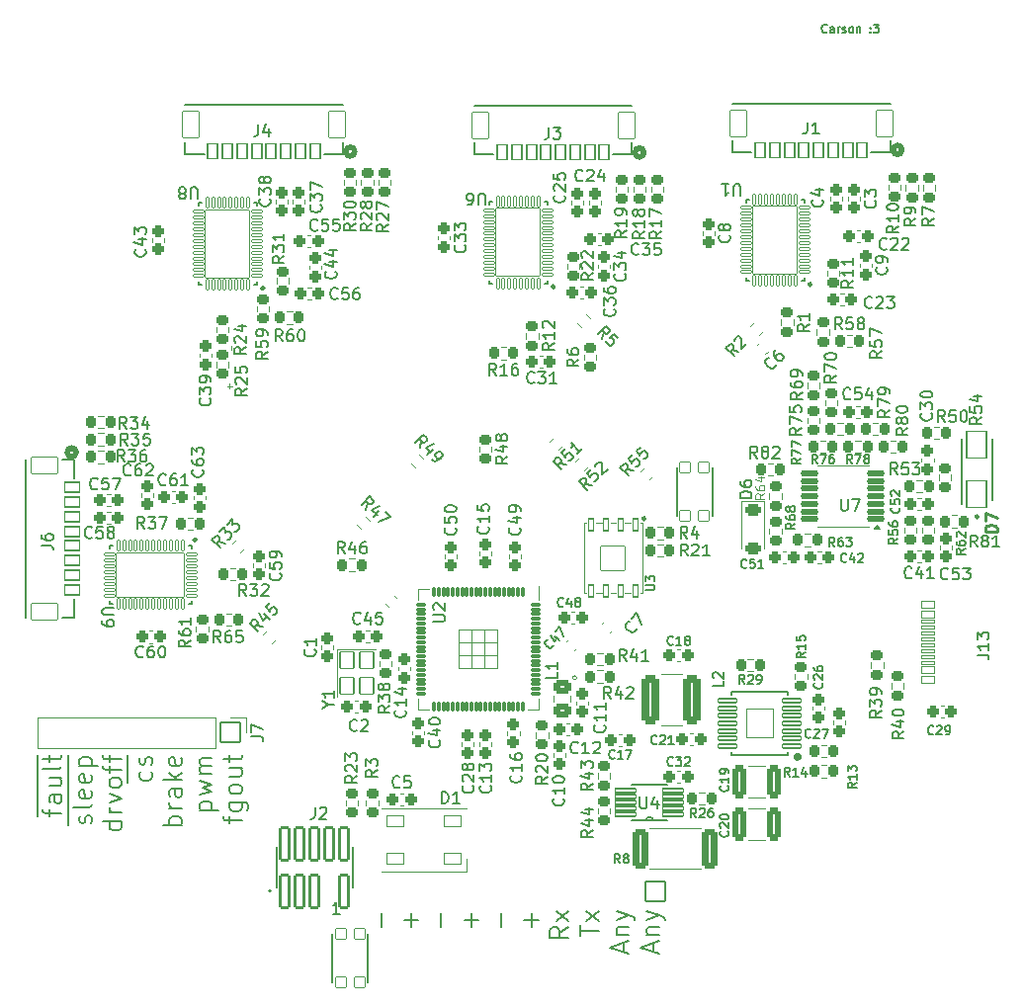
<source format=gto>
%TF.GenerationSoftware,KiCad,Pcbnew,8.0.6-8.0.6-0~ubuntu24.04.1*%
%TF.CreationDate,2025-03-15T16:41:29-07:00*%
%TF.ProjectId,motor_board,6d6f746f-725f-4626-9f61-72642e6b6963,idk*%
%TF.SameCoordinates,Original*%
%TF.FileFunction,Legend,Top*%
%TF.FilePolarity,Positive*%
%FSLAX46Y46*%
G04 Gerber Fmt 4.6, Leading zero omitted, Abs format (unit mm)*
G04 Created by KiCad (PCBNEW 8.0.6-8.0.6-0~ubuntu24.04.1) date 2025-03-15 16:41:29*
%MOMM*%
%LPD*%
G01*
G04 APERTURE LIST*
G04 Aperture macros list*
%AMRoundRect*
0 Rectangle with rounded corners*
0 $1 Rounding radius*
0 $2 $3 $4 $5 $6 $7 $8 $9 X,Y pos of 4 corners*
0 Add a 4 corners polygon primitive as box body*
4,1,4,$2,$3,$4,$5,$6,$7,$8,$9,$2,$3,0*
0 Add four circle primitives for the rounded corners*
1,1,$1+$1,$2,$3*
1,1,$1+$1,$4,$5*
1,1,$1+$1,$6,$7*
1,1,$1+$1,$8,$9*
0 Add four rect primitives between the rounded corners*
20,1,$1+$1,$2,$3,$4,$5,0*
20,1,$1+$1,$4,$5,$6,$7,0*
20,1,$1+$1,$6,$7,$8,$9,0*
20,1,$1+$1,$8,$9,$2,$3,0*%
G04 Aperture macros list end*
%ADD10C,0.127000*%
%ADD11C,0.200000*%
%ADD12C,0.100000*%
%ADD13C,0.150000*%
%ADD14C,0.095250*%
%ADD15C,0.154432*%
%ADD16C,0.250000*%
%ADD17C,0.152400*%
%ADD18C,0.381000*%
%ADD19C,0.120000*%
%ADD20C,0.203200*%
%ADD21C,0.508000*%
%ADD22C,0.240278*%
%ADD23C,0.190500*%
%ADD24RoundRect,0.063500X0.800100X0.152400X-0.800100X0.152400X-0.800100X-0.152400X0.800100X-0.152400X0*%
%ADD25RoundRect,0.063500X1.155000X1.230000X-1.155000X1.230000X-1.155000X-1.230000X1.155000X-1.230000X0*%
%ADD26RoundRect,0.250400X0.250400X0.275400X-0.250400X0.275400X-0.250400X-0.275400X0.250400X-0.275400X0*%
%ADD27RoundRect,0.250400X-0.250400X-0.275400X0.250400X-0.275400X0.250400X0.275400X-0.250400X0.275400X0*%
%ADD28RoundRect,0.225400X0.300400X-0.225400X0.300400X0.225400X-0.300400X0.225400X-0.300400X-0.225400X0*%
%ADD29RoundRect,0.250400X0.275400X-0.250400X0.275400X0.250400X-0.275400X0.250400X-0.275400X-0.250400X0*%
%ADD30C,5.701600*%
%ADD31C,2.000000*%
%ADD32RoundRect,0.225400X0.225400X0.300400X-0.225400X0.300400X-0.225400X-0.300400X0.225400X-0.300400X0*%
%ADD33RoundRect,0.225400X-0.225400X-0.300400X0.225400X-0.300400X0.225400X0.300400X-0.225400X0.300400X0*%
%ADD34RoundRect,0.270735X0.392565X1.455065X-0.392565X1.455065X-0.392565X-1.455065X0.392565X-1.455065X0*%
%ADD35RoundRect,0.355555X0.445245X1.795245X-0.445245X1.795245X-0.445245X-1.795245X0.445245X-1.795245X0*%
%ADD36RoundRect,0.272087X-0.353713X-1.128713X0.353713X-1.128713X0.353713X1.128713X-0.353713X1.128713X0*%
%ADD37RoundRect,0.050800X0.889000X0.165100X-0.889000X0.165100X-0.889000X-0.165100X0.889000X-0.165100X0*%
%ADD38C,0.701600*%
%ADD39RoundRect,0.050800X0.575000X-0.300000X0.575000X0.300000X-0.575000X0.300000X-0.575000X-0.300000X0*%
%ADD40RoundRect,0.050800X0.575000X-0.150000X0.575000X0.150000X-0.575000X0.150000X-0.575000X-0.150000X0*%
%ADD41O,2.201600X1.101600*%
%ADD42O,1.701600X1.101600*%
%ADD43RoundRect,0.250400X0.371797X0.017678X0.017678X0.371797X-0.371797X-0.017678X-0.017678X-0.371797X0*%
%ADD44RoundRect,0.225400X-0.300400X0.225400X-0.300400X-0.225400X0.300400X-0.225400X0.300400X0.225400X0*%
%ADD45RoundRect,0.250400X-0.275400X0.250400X-0.275400X-0.250400X0.275400X-0.250400X0.275400X0.250400X0*%
%ADD46RoundRect,0.050800X-0.121236X-0.453033X0.121236X-0.453033X0.121236X0.453033X-0.121236X0.453033X0*%
%ADD47RoundRect,0.050800X-0.453033X0.121236X-0.453033X-0.121236X0.453033X-0.121236X0.453033X0.121236X0*%
%ADD48C,0.401600*%
%ADD49RoundRect,0.050800X-2.900000X1.900000X-2.900000X-1.900000X2.900000X-1.900000X2.900000X1.900000X0*%
%ADD50RoundRect,0.050800X-0.850000X0.850000X-0.850000X-0.850000X0.850000X-0.850000X0.850000X0.850000X0*%
%ADD51O,1.801600X1.801600*%
%ADD52RoundRect,0.050800X0.121236X0.453033X-0.121236X0.453033X-0.121236X-0.453033X0.121236X-0.453033X0*%
%ADD53RoundRect,0.050800X1.900000X2.900000X-1.900000X2.900000X-1.900000X-2.900000X1.900000X-2.900000X0*%
%ADD54RoundRect,0.225400X0.053033X-0.371797X0.371797X-0.053033X-0.053033X0.371797X-0.371797X0.053033X0*%
%ADD55RoundRect,0.225400X-0.371797X-0.053033X-0.053033X-0.371797X0.371797X0.053033X0.053033X0.371797X0*%
%ADD56RoundRect,0.225400X-0.053033X0.371797X-0.371797X0.053033X0.053033X-0.371797X0.371797X-0.053033X0*%
%ADD57RoundRect,0.050800X-0.750000X-0.450000X0.750000X-0.450000X0.750000X0.450000X-0.750000X0.450000X0*%
%ADD58RoundRect,0.102000X-0.370000X-1.395000X0.370000X-1.395000X0.370000X1.395000X-0.370000X1.395000X0*%
%ADD59RoundRect,0.272087X-0.478713X0.353713X-0.478713X-0.353713X0.478713X-0.353713X0.478713X0.353713X0*%
%ADD60RoundRect,0.050800X0.450000X-0.450000X0.450000X0.450000X-0.450000X0.450000X-0.450000X-0.450000X0*%
%ADD61RoundRect,0.050800X-0.419100X-0.647700X0.419100X-0.647700X0.419100X0.647700X-0.419100X0.647700X0*%
%ADD62RoundRect,0.050800X-0.698500X-1.130300X0.698500X-1.130300X0.698500X1.130300X-0.698500X1.130300X0*%
%ADD63RoundRect,0.050800X-0.600000X0.700000X-0.600000X-0.700000X0.600000X-0.700000X0.600000X0.700000X0*%
%ADD64RoundRect,0.125400X0.662900X0.125400X-0.662900X0.125400X-0.662900X-0.125400X0.662900X-0.125400X0*%
%ADD65RoundRect,0.063500X-0.225000X0.525000X-0.225000X-0.525000X0.225000X-0.525000X0.225000X0.525000X0*%
%ADD66RoundRect,0.063500X-1.050000X-1.050000X1.050000X-1.050000X1.050000X1.050000X-1.050000X1.050000X0*%
%ADD67RoundRect,0.250400X0.017678X-0.371797X0.371797X-0.017678X-0.017678X0.371797X-0.371797X0.017678X0*%
%ADD68RoundRect,0.050800X-0.450000X0.450000X-0.450000X-0.450000X0.450000X-0.450000X0.450000X0.450000X0*%
%ADD69RoundRect,0.050800X0.850000X1.175000X-0.850000X1.175000X-0.850000X-1.175000X0.850000X-1.175000X0*%
%ADD70RoundRect,0.250400X-0.400400X0.250400X-0.400400X-0.250400X0.400400X-0.250400X0.400400X0.250400X0*%
%ADD71RoundRect,0.080400X-0.080400X-0.360400X0.080400X-0.360400X0.080400X0.360400X-0.080400X0.360400X0*%
%ADD72RoundRect,0.080400X-0.360400X0.080400X-0.360400X-0.080400X0.360400X-0.080400X0.360400X0.080400X0*%
%ADD73RoundRect,0.050800X-0.566666X0.566666X-0.566666X-0.566666X0.566666X-0.566666X0.566666X0.566666X0*%
%ADD74RoundRect,0.050800X0.647700X-0.419100X0.647700X0.419100X-0.647700X0.419100X-0.647700X-0.419100X0*%
%ADD75RoundRect,0.050800X1.130300X-0.698500X1.130300X0.698500X-1.130300X0.698500X-1.130300X-0.698500X0*%
%ADD76RoundRect,0.250400X-0.017678X0.371797X-0.371797X0.017678X0.017678X-0.371797X0.371797X-0.017678X0*%
%ADD77RoundRect,0.050800X0.850000X-0.850000X0.850000X0.850000X-0.850000X0.850000X-0.850000X-0.850000X0*%
G04 APERTURE END LIST*
D10*
X170990782Y-57527562D02*
X170957449Y-57560896D01*
X170957449Y-57560896D02*
X170857449Y-57594229D01*
X170857449Y-57594229D02*
X170790782Y-57594229D01*
X170790782Y-57594229D02*
X170690782Y-57560896D01*
X170690782Y-57560896D02*
X170624116Y-57494229D01*
X170624116Y-57494229D02*
X170590782Y-57427562D01*
X170590782Y-57427562D02*
X170557449Y-57294229D01*
X170557449Y-57294229D02*
X170557449Y-57194229D01*
X170557449Y-57194229D02*
X170590782Y-57060896D01*
X170590782Y-57060896D02*
X170624116Y-56994229D01*
X170624116Y-56994229D02*
X170690782Y-56927562D01*
X170690782Y-56927562D02*
X170790782Y-56894229D01*
X170790782Y-56894229D02*
X170857449Y-56894229D01*
X170857449Y-56894229D02*
X170957449Y-56927562D01*
X170957449Y-56927562D02*
X170990782Y-56960896D01*
X171590782Y-57594229D02*
X171590782Y-57227562D01*
X171590782Y-57227562D02*
X171557449Y-57160896D01*
X171557449Y-57160896D02*
X171490782Y-57127562D01*
X171490782Y-57127562D02*
X171357449Y-57127562D01*
X171357449Y-57127562D02*
X171290782Y-57160896D01*
X171590782Y-57560896D02*
X171524116Y-57594229D01*
X171524116Y-57594229D02*
X171357449Y-57594229D01*
X171357449Y-57594229D02*
X171290782Y-57560896D01*
X171290782Y-57560896D02*
X171257449Y-57494229D01*
X171257449Y-57494229D02*
X171257449Y-57427562D01*
X171257449Y-57427562D02*
X171290782Y-57360896D01*
X171290782Y-57360896D02*
X171357449Y-57327562D01*
X171357449Y-57327562D02*
X171524116Y-57327562D01*
X171524116Y-57327562D02*
X171590782Y-57294229D01*
X171924115Y-57594229D02*
X171924115Y-57127562D01*
X171924115Y-57260896D02*
X171957449Y-57194229D01*
X171957449Y-57194229D02*
X171990782Y-57160896D01*
X171990782Y-57160896D02*
X172057449Y-57127562D01*
X172057449Y-57127562D02*
X172124115Y-57127562D01*
X172324115Y-57560896D02*
X172390782Y-57594229D01*
X172390782Y-57594229D02*
X172524115Y-57594229D01*
X172524115Y-57594229D02*
X172590782Y-57560896D01*
X172590782Y-57560896D02*
X172624115Y-57494229D01*
X172624115Y-57494229D02*
X172624115Y-57460896D01*
X172624115Y-57460896D02*
X172590782Y-57394229D01*
X172590782Y-57394229D02*
X172524115Y-57360896D01*
X172524115Y-57360896D02*
X172424115Y-57360896D01*
X172424115Y-57360896D02*
X172357448Y-57327562D01*
X172357448Y-57327562D02*
X172324115Y-57260896D01*
X172324115Y-57260896D02*
X172324115Y-57227562D01*
X172324115Y-57227562D02*
X172357448Y-57160896D01*
X172357448Y-57160896D02*
X172424115Y-57127562D01*
X172424115Y-57127562D02*
X172524115Y-57127562D01*
X172524115Y-57127562D02*
X172590782Y-57160896D01*
X173024115Y-57594229D02*
X172957449Y-57560896D01*
X172957449Y-57560896D02*
X172924115Y-57527562D01*
X172924115Y-57527562D02*
X172890782Y-57460896D01*
X172890782Y-57460896D02*
X172890782Y-57260896D01*
X172890782Y-57260896D02*
X172924115Y-57194229D01*
X172924115Y-57194229D02*
X172957449Y-57160896D01*
X172957449Y-57160896D02*
X173024115Y-57127562D01*
X173024115Y-57127562D02*
X173124115Y-57127562D01*
X173124115Y-57127562D02*
X173190782Y-57160896D01*
X173190782Y-57160896D02*
X173224115Y-57194229D01*
X173224115Y-57194229D02*
X173257449Y-57260896D01*
X173257449Y-57260896D02*
X173257449Y-57460896D01*
X173257449Y-57460896D02*
X173224115Y-57527562D01*
X173224115Y-57527562D02*
X173190782Y-57560896D01*
X173190782Y-57560896D02*
X173124115Y-57594229D01*
X173124115Y-57594229D02*
X173024115Y-57594229D01*
X173557448Y-57127562D02*
X173557448Y-57594229D01*
X173557448Y-57194229D02*
X173590782Y-57160896D01*
X173590782Y-57160896D02*
X173657448Y-57127562D01*
X173657448Y-57127562D02*
X173757448Y-57127562D01*
X173757448Y-57127562D02*
X173824115Y-57160896D01*
X173824115Y-57160896D02*
X173857448Y-57227562D01*
X173857448Y-57227562D02*
X173857448Y-57594229D01*
X174724114Y-57527562D02*
X174757448Y-57560896D01*
X174757448Y-57560896D02*
X174724114Y-57594229D01*
X174724114Y-57594229D02*
X174690781Y-57560896D01*
X174690781Y-57560896D02*
X174724114Y-57527562D01*
X174724114Y-57527562D02*
X174724114Y-57594229D01*
X174724114Y-57160896D02*
X174757448Y-57194229D01*
X174757448Y-57194229D02*
X174724114Y-57227562D01*
X174724114Y-57227562D02*
X174690781Y-57194229D01*
X174690781Y-57194229D02*
X174724114Y-57160896D01*
X174724114Y-57160896D02*
X174724114Y-57227562D01*
X174990781Y-56894229D02*
X175424114Y-56894229D01*
X175424114Y-56894229D02*
X175190781Y-57160896D01*
X175190781Y-57160896D02*
X175290781Y-57160896D01*
X175290781Y-57160896D02*
X175357447Y-57194229D01*
X175357447Y-57194229D02*
X175390781Y-57227562D01*
X175390781Y-57227562D02*
X175424114Y-57294229D01*
X175424114Y-57294229D02*
X175424114Y-57460896D01*
X175424114Y-57460896D02*
X175390781Y-57527562D01*
X175390781Y-57527562D02*
X175357447Y-57560896D01*
X175357447Y-57560896D02*
X175290781Y-57594229D01*
X175290781Y-57594229D02*
X175090781Y-57594229D01*
X175090781Y-57594229D02*
X175024114Y-57560896D01*
X175024114Y-57560896D02*
X174990781Y-57527562D01*
D11*
X104371663Y-124741102D02*
X104371663Y-124131578D01*
X105438330Y-124512530D02*
X104066901Y-124512530D01*
X104066901Y-124512530D02*
X103914520Y-124436340D01*
X103914520Y-124436340D02*
X103838330Y-124283959D01*
X103838330Y-124283959D02*
X103838330Y-124131578D01*
X105438330Y-122912530D02*
X104600235Y-122912530D01*
X104600235Y-122912530D02*
X104447854Y-122988720D01*
X104447854Y-122988720D02*
X104371663Y-123141101D01*
X104371663Y-123141101D02*
X104371663Y-123445863D01*
X104371663Y-123445863D02*
X104447854Y-123598244D01*
X105362140Y-122912530D02*
X105438330Y-123064911D01*
X105438330Y-123064911D02*
X105438330Y-123445863D01*
X105438330Y-123445863D02*
X105362140Y-123598244D01*
X105362140Y-123598244D02*
X105209759Y-123674435D01*
X105209759Y-123674435D02*
X105057378Y-123674435D01*
X105057378Y-123674435D02*
X104904997Y-123598244D01*
X104904997Y-123598244D02*
X104828806Y-123445863D01*
X104828806Y-123445863D02*
X104828806Y-123064911D01*
X104828806Y-123064911D02*
X104752616Y-122912530D01*
X104371663Y-121464911D02*
X105438330Y-121464911D01*
X104371663Y-122150625D02*
X105209759Y-122150625D01*
X105209759Y-122150625D02*
X105362140Y-122074435D01*
X105362140Y-122074435D02*
X105438330Y-121922054D01*
X105438330Y-121922054D02*
X105438330Y-121693482D01*
X105438330Y-121693482D02*
X105362140Y-121541101D01*
X105362140Y-121541101D02*
X105285949Y-121464911D01*
X105438330Y-120474435D02*
X105362140Y-120626816D01*
X105362140Y-120626816D02*
X105209759Y-120703006D01*
X105209759Y-120703006D02*
X103838330Y-120703006D01*
X104371663Y-120093483D02*
X104371663Y-119483959D01*
X103838330Y-119864911D02*
X105209759Y-119864911D01*
X105209759Y-119864911D02*
X105362140Y-119788721D01*
X105362140Y-119788721D02*
X105438330Y-119636340D01*
X105438330Y-119636340D02*
X105438330Y-119483959D01*
X103394140Y-124733483D02*
X103394140Y-119491578D01*
X107938050Y-125350626D02*
X108014240Y-125198245D01*
X108014240Y-125198245D02*
X108014240Y-124893483D01*
X108014240Y-124893483D02*
X107938050Y-124741102D01*
X107938050Y-124741102D02*
X107785669Y-124664911D01*
X107785669Y-124664911D02*
X107709478Y-124664911D01*
X107709478Y-124664911D02*
X107557097Y-124741102D01*
X107557097Y-124741102D02*
X107480907Y-124893483D01*
X107480907Y-124893483D02*
X107480907Y-125122054D01*
X107480907Y-125122054D02*
X107404716Y-125274435D01*
X107404716Y-125274435D02*
X107252335Y-125350626D01*
X107252335Y-125350626D02*
X107176145Y-125350626D01*
X107176145Y-125350626D02*
X107023764Y-125274435D01*
X107023764Y-125274435D02*
X106947573Y-125122054D01*
X106947573Y-125122054D02*
X106947573Y-124893483D01*
X106947573Y-124893483D02*
X107023764Y-124741102D01*
X108014240Y-123750626D02*
X107938050Y-123903007D01*
X107938050Y-123903007D02*
X107785669Y-123979197D01*
X107785669Y-123979197D02*
X106414240Y-123979197D01*
X107938050Y-122531578D02*
X108014240Y-122683959D01*
X108014240Y-122683959D02*
X108014240Y-122988721D01*
X108014240Y-122988721D02*
X107938050Y-123141102D01*
X107938050Y-123141102D02*
X107785669Y-123217293D01*
X107785669Y-123217293D02*
X107176145Y-123217293D01*
X107176145Y-123217293D02*
X107023764Y-123141102D01*
X107023764Y-123141102D02*
X106947573Y-122988721D01*
X106947573Y-122988721D02*
X106947573Y-122683959D01*
X106947573Y-122683959D02*
X107023764Y-122531578D01*
X107023764Y-122531578D02*
X107176145Y-122455388D01*
X107176145Y-122455388D02*
X107328526Y-122455388D01*
X107328526Y-122455388D02*
X107480907Y-123217293D01*
X107938050Y-121160149D02*
X108014240Y-121312530D01*
X108014240Y-121312530D02*
X108014240Y-121617292D01*
X108014240Y-121617292D02*
X107938050Y-121769673D01*
X107938050Y-121769673D02*
X107785669Y-121845864D01*
X107785669Y-121845864D02*
X107176145Y-121845864D01*
X107176145Y-121845864D02*
X107023764Y-121769673D01*
X107023764Y-121769673D02*
X106947573Y-121617292D01*
X106947573Y-121617292D02*
X106947573Y-121312530D01*
X106947573Y-121312530D02*
X107023764Y-121160149D01*
X107023764Y-121160149D02*
X107176145Y-121083959D01*
X107176145Y-121083959D02*
X107328526Y-121083959D01*
X107328526Y-121083959D02*
X107480907Y-121845864D01*
X106947573Y-120398244D02*
X108547573Y-120398244D01*
X107023764Y-120398244D02*
X106947573Y-120245863D01*
X106947573Y-120245863D02*
X106947573Y-119941101D01*
X106947573Y-119941101D02*
X107023764Y-119788720D01*
X107023764Y-119788720D02*
X107099954Y-119712530D01*
X107099954Y-119712530D02*
X107252335Y-119636339D01*
X107252335Y-119636339D02*
X107709478Y-119636339D01*
X107709478Y-119636339D02*
X107861859Y-119712530D01*
X107861859Y-119712530D02*
X107938050Y-119788720D01*
X107938050Y-119788720D02*
X108014240Y-119941101D01*
X108014240Y-119941101D02*
X108014240Y-120245863D01*
X108014240Y-120245863D02*
X107938050Y-120398244D01*
X105970050Y-125495388D02*
X105970050Y-119491578D01*
X110590150Y-125198245D02*
X108990150Y-125198245D01*
X110513960Y-125198245D02*
X110590150Y-125350626D01*
X110590150Y-125350626D02*
X110590150Y-125655388D01*
X110590150Y-125655388D02*
X110513960Y-125807769D01*
X110513960Y-125807769D02*
X110437769Y-125883959D01*
X110437769Y-125883959D02*
X110285388Y-125960150D01*
X110285388Y-125960150D02*
X109828245Y-125960150D01*
X109828245Y-125960150D02*
X109675864Y-125883959D01*
X109675864Y-125883959D02*
X109599674Y-125807769D01*
X109599674Y-125807769D02*
X109523483Y-125655388D01*
X109523483Y-125655388D02*
X109523483Y-125350626D01*
X109523483Y-125350626D02*
X109599674Y-125198245D01*
X110590150Y-124436340D02*
X109523483Y-124436340D01*
X109828245Y-124436340D02*
X109675864Y-124360150D01*
X109675864Y-124360150D02*
X109599674Y-124283959D01*
X109599674Y-124283959D02*
X109523483Y-124131578D01*
X109523483Y-124131578D02*
X109523483Y-123979197D01*
X109523483Y-123598245D02*
X110590150Y-123217293D01*
X110590150Y-123217293D02*
X109523483Y-122836340D01*
X110590150Y-121998245D02*
X110513960Y-122150626D01*
X110513960Y-122150626D02*
X110437769Y-122226816D01*
X110437769Y-122226816D02*
X110285388Y-122303007D01*
X110285388Y-122303007D02*
X109828245Y-122303007D01*
X109828245Y-122303007D02*
X109675864Y-122226816D01*
X109675864Y-122226816D02*
X109599674Y-122150626D01*
X109599674Y-122150626D02*
X109523483Y-121998245D01*
X109523483Y-121998245D02*
X109523483Y-121769673D01*
X109523483Y-121769673D02*
X109599674Y-121617292D01*
X109599674Y-121617292D02*
X109675864Y-121541102D01*
X109675864Y-121541102D02*
X109828245Y-121464911D01*
X109828245Y-121464911D02*
X110285388Y-121464911D01*
X110285388Y-121464911D02*
X110437769Y-121541102D01*
X110437769Y-121541102D02*
X110513960Y-121617292D01*
X110513960Y-121617292D02*
X110590150Y-121769673D01*
X110590150Y-121769673D02*
X110590150Y-121998245D01*
X109523483Y-121007769D02*
X109523483Y-120398245D01*
X110590150Y-120779197D02*
X109218721Y-120779197D01*
X109218721Y-120779197D02*
X109066340Y-120703007D01*
X109066340Y-120703007D02*
X108990150Y-120550626D01*
X108990150Y-120550626D02*
X108990150Y-120398245D01*
X109523483Y-120093483D02*
X109523483Y-119483959D01*
X110590150Y-119864911D02*
X109218721Y-119864911D01*
X109218721Y-119864911D02*
X109066340Y-119788721D01*
X109066340Y-119788721D02*
X108990150Y-119636340D01*
X108990150Y-119636340D02*
X108990150Y-119483959D01*
X113089870Y-120931578D02*
X113166060Y-121083959D01*
X113166060Y-121083959D02*
X113166060Y-121388721D01*
X113166060Y-121388721D02*
X113089870Y-121541102D01*
X113089870Y-121541102D02*
X113013679Y-121617292D01*
X113013679Y-121617292D02*
X112861298Y-121693483D01*
X112861298Y-121693483D02*
X112404155Y-121693483D01*
X112404155Y-121693483D02*
X112251774Y-121617292D01*
X112251774Y-121617292D02*
X112175584Y-121541102D01*
X112175584Y-121541102D02*
X112099393Y-121388721D01*
X112099393Y-121388721D02*
X112099393Y-121083959D01*
X112099393Y-121083959D02*
X112175584Y-120931578D01*
X113089870Y-120322054D02*
X113166060Y-120169673D01*
X113166060Y-120169673D02*
X113166060Y-119864911D01*
X113166060Y-119864911D02*
X113089870Y-119712530D01*
X113089870Y-119712530D02*
X112937489Y-119636339D01*
X112937489Y-119636339D02*
X112861298Y-119636339D01*
X112861298Y-119636339D02*
X112708917Y-119712530D01*
X112708917Y-119712530D02*
X112632727Y-119864911D01*
X112632727Y-119864911D02*
X112632727Y-120093482D01*
X112632727Y-120093482D02*
X112556536Y-120245863D01*
X112556536Y-120245863D02*
X112404155Y-120322054D01*
X112404155Y-120322054D02*
X112327965Y-120322054D01*
X112327965Y-120322054D02*
X112175584Y-120245863D01*
X112175584Y-120245863D02*
X112099393Y-120093482D01*
X112099393Y-120093482D02*
X112099393Y-119864911D01*
X112099393Y-119864911D02*
X112175584Y-119712530D01*
X111121870Y-121838245D02*
X111121870Y-119491578D01*
X115741970Y-125503006D02*
X114141970Y-125503006D01*
X114751494Y-125503006D02*
X114675303Y-125350625D01*
X114675303Y-125350625D02*
X114675303Y-125045863D01*
X114675303Y-125045863D02*
X114751494Y-124893482D01*
X114751494Y-124893482D02*
X114827684Y-124817292D01*
X114827684Y-124817292D02*
X114980065Y-124741101D01*
X114980065Y-124741101D02*
X115437208Y-124741101D01*
X115437208Y-124741101D02*
X115589589Y-124817292D01*
X115589589Y-124817292D02*
X115665780Y-124893482D01*
X115665780Y-124893482D02*
X115741970Y-125045863D01*
X115741970Y-125045863D02*
X115741970Y-125350625D01*
X115741970Y-125350625D02*
X115665780Y-125503006D01*
X115741970Y-124055387D02*
X114675303Y-124055387D01*
X114980065Y-124055387D02*
X114827684Y-123979197D01*
X114827684Y-123979197D02*
X114751494Y-123903006D01*
X114751494Y-123903006D02*
X114675303Y-123750625D01*
X114675303Y-123750625D02*
X114675303Y-123598244D01*
X115741970Y-122379197D02*
X114903875Y-122379197D01*
X114903875Y-122379197D02*
X114751494Y-122455387D01*
X114751494Y-122455387D02*
X114675303Y-122607768D01*
X114675303Y-122607768D02*
X114675303Y-122912530D01*
X114675303Y-122912530D02*
X114751494Y-123064911D01*
X115665780Y-122379197D02*
X115741970Y-122531578D01*
X115741970Y-122531578D02*
X115741970Y-122912530D01*
X115741970Y-122912530D02*
X115665780Y-123064911D01*
X115665780Y-123064911D02*
X115513399Y-123141102D01*
X115513399Y-123141102D02*
X115361018Y-123141102D01*
X115361018Y-123141102D02*
X115208637Y-123064911D01*
X115208637Y-123064911D02*
X115132446Y-122912530D01*
X115132446Y-122912530D02*
X115132446Y-122531578D01*
X115132446Y-122531578D02*
X115056256Y-122379197D01*
X115741970Y-121617292D02*
X114141970Y-121617292D01*
X115132446Y-121464911D02*
X115741970Y-121007768D01*
X114675303Y-121007768D02*
X115284827Y-121617292D01*
X115665780Y-119712530D02*
X115741970Y-119864911D01*
X115741970Y-119864911D02*
X115741970Y-120169673D01*
X115741970Y-120169673D02*
X115665780Y-120322054D01*
X115665780Y-120322054D02*
X115513399Y-120398245D01*
X115513399Y-120398245D02*
X114903875Y-120398245D01*
X114903875Y-120398245D02*
X114751494Y-120322054D01*
X114751494Y-120322054D02*
X114675303Y-120169673D01*
X114675303Y-120169673D02*
X114675303Y-119864911D01*
X114675303Y-119864911D02*
X114751494Y-119712530D01*
X114751494Y-119712530D02*
X114903875Y-119636340D01*
X114903875Y-119636340D02*
X115056256Y-119636340D01*
X115056256Y-119636340D02*
X115208637Y-120398245D01*
X117251213Y-124207767D02*
X118851213Y-124207767D01*
X117327404Y-124207767D02*
X117251213Y-124055386D01*
X117251213Y-124055386D02*
X117251213Y-123750624D01*
X117251213Y-123750624D02*
X117327404Y-123598243D01*
X117327404Y-123598243D02*
X117403594Y-123522053D01*
X117403594Y-123522053D02*
X117555975Y-123445862D01*
X117555975Y-123445862D02*
X118013118Y-123445862D01*
X118013118Y-123445862D02*
X118165499Y-123522053D01*
X118165499Y-123522053D02*
X118241690Y-123598243D01*
X118241690Y-123598243D02*
X118317880Y-123750624D01*
X118317880Y-123750624D02*
X118317880Y-124055386D01*
X118317880Y-124055386D02*
X118241690Y-124207767D01*
X117251213Y-122912529D02*
X118317880Y-122607767D01*
X118317880Y-122607767D02*
X117555975Y-122303005D01*
X117555975Y-122303005D02*
X118317880Y-121998243D01*
X118317880Y-121998243D02*
X117251213Y-121693481D01*
X118317880Y-121083958D02*
X117251213Y-121083958D01*
X117403594Y-121083958D02*
X117327404Y-121007768D01*
X117327404Y-121007768D02*
X117251213Y-120855387D01*
X117251213Y-120855387D02*
X117251213Y-120626815D01*
X117251213Y-120626815D02*
X117327404Y-120474434D01*
X117327404Y-120474434D02*
X117479785Y-120398244D01*
X117479785Y-120398244D02*
X118317880Y-120398244D01*
X117479785Y-120398244D02*
X117327404Y-120322053D01*
X117327404Y-120322053D02*
X117251213Y-120169672D01*
X117251213Y-120169672D02*
X117251213Y-119941101D01*
X117251213Y-119941101D02*
X117327404Y-119788720D01*
X117327404Y-119788720D02*
X117479785Y-119712530D01*
X117479785Y-119712530D02*
X118317880Y-119712530D01*
X119827123Y-125350626D02*
X119827123Y-124741102D01*
X120893790Y-125122054D02*
X119522361Y-125122054D01*
X119522361Y-125122054D02*
X119369980Y-125045864D01*
X119369980Y-125045864D02*
X119293790Y-124893483D01*
X119293790Y-124893483D02*
X119293790Y-124741102D01*
X119827123Y-123522054D02*
X121122361Y-123522054D01*
X121122361Y-123522054D02*
X121274742Y-123598244D01*
X121274742Y-123598244D02*
X121350933Y-123674435D01*
X121350933Y-123674435D02*
X121427123Y-123826816D01*
X121427123Y-123826816D02*
X121427123Y-124055387D01*
X121427123Y-124055387D02*
X121350933Y-124207768D01*
X120817600Y-123522054D02*
X120893790Y-123674435D01*
X120893790Y-123674435D02*
X120893790Y-123979197D01*
X120893790Y-123979197D02*
X120817600Y-124131578D01*
X120817600Y-124131578D02*
X120741409Y-124207768D01*
X120741409Y-124207768D02*
X120589028Y-124283959D01*
X120589028Y-124283959D02*
X120131885Y-124283959D01*
X120131885Y-124283959D02*
X119979504Y-124207768D01*
X119979504Y-124207768D02*
X119903314Y-124131578D01*
X119903314Y-124131578D02*
X119827123Y-123979197D01*
X119827123Y-123979197D02*
X119827123Y-123674435D01*
X119827123Y-123674435D02*
X119903314Y-123522054D01*
X120893790Y-122531578D02*
X120817600Y-122683959D01*
X120817600Y-122683959D02*
X120741409Y-122760149D01*
X120741409Y-122760149D02*
X120589028Y-122836340D01*
X120589028Y-122836340D02*
X120131885Y-122836340D01*
X120131885Y-122836340D02*
X119979504Y-122760149D01*
X119979504Y-122760149D02*
X119903314Y-122683959D01*
X119903314Y-122683959D02*
X119827123Y-122531578D01*
X119827123Y-122531578D02*
X119827123Y-122303006D01*
X119827123Y-122303006D02*
X119903314Y-122150625D01*
X119903314Y-122150625D02*
X119979504Y-122074435D01*
X119979504Y-122074435D02*
X120131885Y-121998244D01*
X120131885Y-121998244D02*
X120589028Y-121998244D01*
X120589028Y-121998244D02*
X120741409Y-122074435D01*
X120741409Y-122074435D02*
X120817600Y-122150625D01*
X120817600Y-122150625D02*
X120893790Y-122303006D01*
X120893790Y-122303006D02*
X120893790Y-122531578D01*
X119827123Y-120626816D02*
X120893790Y-120626816D01*
X119827123Y-121312530D02*
X120665219Y-121312530D01*
X120665219Y-121312530D02*
X120817600Y-121236340D01*
X120817600Y-121236340D02*
X120893790Y-121083959D01*
X120893790Y-121083959D02*
X120893790Y-120855387D01*
X120893790Y-120855387D02*
X120817600Y-120703006D01*
X120817600Y-120703006D02*
X120741409Y-120626816D01*
X119827123Y-120093483D02*
X119827123Y-119483959D01*
X119293790Y-119864911D02*
X120665219Y-119864911D01*
X120665219Y-119864911D02*
X120817600Y-119788721D01*
X120817600Y-119788721D02*
X120893790Y-119636340D01*
X120893790Y-119636340D02*
X120893790Y-119483959D01*
D12*
X119843133Y-88065789D02*
X119843133Y-87684837D01*
X120033609Y-87875313D02*
X119652657Y-87875313D01*
D11*
X132801076Y-134231577D02*
X132801076Y-133012530D01*
X135376986Y-134231577D02*
X135376986Y-133012530D01*
X135986510Y-133622053D02*
X134767462Y-133622053D01*
X137952896Y-134231577D02*
X137952896Y-133012530D01*
X140528806Y-134231577D02*
X140528806Y-133012530D01*
X141138330Y-133622053D02*
X139919282Y-133622053D01*
X143104716Y-134231577D02*
X143104716Y-133012530D01*
X145680626Y-134231577D02*
X145680626Y-133012530D01*
X146290150Y-133622053D02*
X145071102Y-133622053D01*
X148866060Y-134231577D02*
X148104155Y-134764911D01*
X148866060Y-135145863D02*
X147266060Y-135145863D01*
X147266060Y-135145863D02*
X147266060Y-134536339D01*
X147266060Y-134536339D02*
X147342250Y-134383958D01*
X147342250Y-134383958D02*
X147418441Y-134307768D01*
X147418441Y-134307768D02*
X147570822Y-134231577D01*
X147570822Y-134231577D02*
X147799393Y-134231577D01*
X147799393Y-134231577D02*
X147951774Y-134307768D01*
X147951774Y-134307768D02*
X148027965Y-134383958D01*
X148027965Y-134383958D02*
X148104155Y-134536339D01*
X148104155Y-134536339D02*
X148104155Y-135145863D01*
X148866060Y-133698244D02*
X147799393Y-132860149D01*
X147799393Y-133698244D02*
X148866060Y-132860149D01*
X149841970Y-134993483D02*
X149841970Y-134079197D01*
X151441970Y-134536340D02*
X149841970Y-134536340D01*
X151441970Y-133698244D02*
X150375303Y-132860149D01*
X150375303Y-133698244D02*
X151441970Y-132860149D01*
X153560737Y-136364912D02*
X153560737Y-135603007D01*
X154017880Y-136517293D02*
X152417880Y-135983959D01*
X152417880Y-135983959D02*
X154017880Y-135450626D01*
X152951213Y-134917292D02*
X154017880Y-134917292D01*
X153103594Y-134917292D02*
X153027404Y-134841102D01*
X153027404Y-134841102D02*
X152951213Y-134688721D01*
X152951213Y-134688721D02*
X152951213Y-134460149D01*
X152951213Y-134460149D02*
X153027404Y-134307768D01*
X153027404Y-134307768D02*
X153179785Y-134231578D01*
X153179785Y-134231578D02*
X154017880Y-134231578D01*
X152951213Y-133622054D02*
X154017880Y-133241102D01*
X152951213Y-132860149D02*
X154017880Y-133241102D01*
X154017880Y-133241102D02*
X154398832Y-133393483D01*
X154398832Y-133393483D02*
X154475023Y-133469673D01*
X154475023Y-133469673D02*
X154551213Y-133622054D01*
X156136647Y-136364912D02*
X156136647Y-135603007D01*
X156593790Y-136517293D02*
X154993790Y-135983959D01*
X154993790Y-135983959D02*
X156593790Y-135450626D01*
X155527123Y-134917292D02*
X156593790Y-134917292D01*
X155679504Y-134917292D02*
X155603314Y-134841102D01*
X155603314Y-134841102D02*
X155527123Y-134688721D01*
X155527123Y-134688721D02*
X155527123Y-134460149D01*
X155527123Y-134460149D02*
X155603314Y-134307768D01*
X155603314Y-134307768D02*
X155755695Y-134231578D01*
X155755695Y-134231578D02*
X156593790Y-134231578D01*
X155527123Y-133622054D02*
X156593790Y-133241102D01*
X155527123Y-132860149D02*
X156593790Y-133241102D01*
X156593790Y-133241102D02*
X156974742Y-133393483D01*
X156974742Y-133393483D02*
X157050933Y-133469673D01*
X157050933Y-133469673D02*
X157127123Y-133622054D01*
D12*
X119944086Y-84787789D02*
X119944086Y-84406837D01*
D10*
X157804243Y-109997240D02*
X157767957Y-110033526D01*
X157767957Y-110033526D02*
X157659100Y-110069811D01*
X157659100Y-110069811D02*
X157586528Y-110069811D01*
X157586528Y-110069811D02*
X157477671Y-110033526D01*
X157477671Y-110033526D02*
X157405100Y-109960954D01*
X157405100Y-109960954D02*
X157368814Y-109888383D01*
X157368814Y-109888383D02*
X157332528Y-109743240D01*
X157332528Y-109743240D02*
X157332528Y-109634383D01*
X157332528Y-109634383D02*
X157368814Y-109489240D01*
X157368814Y-109489240D02*
X157405100Y-109416668D01*
X157405100Y-109416668D02*
X157477671Y-109344097D01*
X157477671Y-109344097D02*
X157586528Y-109307811D01*
X157586528Y-109307811D02*
X157659100Y-109307811D01*
X157659100Y-109307811D02*
X157767957Y-109344097D01*
X157767957Y-109344097D02*
X157804243Y-109380383D01*
X158529957Y-110069811D02*
X158094528Y-110069811D01*
X158312243Y-110069811D02*
X158312243Y-109307811D01*
X158312243Y-109307811D02*
X158239671Y-109416668D01*
X158239671Y-109416668D02*
X158167100Y-109489240D01*
X158167100Y-109489240D02*
X158094528Y-109525526D01*
X158965385Y-109634383D02*
X158892814Y-109598097D01*
X158892814Y-109598097D02*
X158856528Y-109561811D01*
X158856528Y-109561811D02*
X158820242Y-109489240D01*
X158820242Y-109489240D02*
X158820242Y-109452954D01*
X158820242Y-109452954D02*
X158856528Y-109380383D01*
X158856528Y-109380383D02*
X158892814Y-109344097D01*
X158892814Y-109344097D02*
X158965385Y-109307811D01*
X158965385Y-109307811D02*
X159110528Y-109307811D01*
X159110528Y-109307811D02*
X159183100Y-109344097D01*
X159183100Y-109344097D02*
X159219385Y-109380383D01*
X159219385Y-109380383D02*
X159255671Y-109452954D01*
X159255671Y-109452954D02*
X159255671Y-109489240D01*
X159255671Y-109489240D02*
X159219385Y-109561811D01*
X159219385Y-109561811D02*
X159183100Y-109598097D01*
X159183100Y-109598097D02*
X159110528Y-109634383D01*
X159110528Y-109634383D02*
X158965385Y-109634383D01*
X158965385Y-109634383D02*
X158892814Y-109670668D01*
X158892814Y-109670668D02*
X158856528Y-109706954D01*
X158856528Y-109706954D02*
X158820242Y-109779526D01*
X158820242Y-109779526D02*
X158820242Y-109924668D01*
X158820242Y-109924668D02*
X158856528Y-109997240D01*
X158856528Y-109997240D02*
X158892814Y-110033526D01*
X158892814Y-110033526D02*
X158965385Y-110069811D01*
X158965385Y-110069811D02*
X159110528Y-110069811D01*
X159110528Y-110069811D02*
X159183100Y-110033526D01*
X159183100Y-110033526D02*
X159219385Y-109997240D01*
X159219385Y-109997240D02*
X159255671Y-109924668D01*
X159255671Y-109924668D02*
X159255671Y-109779526D01*
X159255671Y-109779526D02*
X159219385Y-109706954D01*
X159219385Y-109706954D02*
X159183100Y-109670668D01*
X159183100Y-109670668D02*
X159110528Y-109634383D01*
X152804243Y-119747240D02*
X152767957Y-119783526D01*
X152767957Y-119783526D02*
X152659100Y-119819811D01*
X152659100Y-119819811D02*
X152586528Y-119819811D01*
X152586528Y-119819811D02*
X152477671Y-119783526D01*
X152477671Y-119783526D02*
X152405100Y-119710954D01*
X152405100Y-119710954D02*
X152368814Y-119638383D01*
X152368814Y-119638383D02*
X152332528Y-119493240D01*
X152332528Y-119493240D02*
X152332528Y-119384383D01*
X152332528Y-119384383D02*
X152368814Y-119239240D01*
X152368814Y-119239240D02*
X152405100Y-119166668D01*
X152405100Y-119166668D02*
X152477671Y-119094097D01*
X152477671Y-119094097D02*
X152586528Y-119057811D01*
X152586528Y-119057811D02*
X152659100Y-119057811D01*
X152659100Y-119057811D02*
X152767957Y-119094097D01*
X152767957Y-119094097D02*
X152804243Y-119130383D01*
X153529957Y-119819811D02*
X153094528Y-119819811D01*
X153312243Y-119819811D02*
X153312243Y-119057811D01*
X153312243Y-119057811D02*
X153239671Y-119166668D01*
X153239671Y-119166668D02*
X153167100Y-119239240D01*
X153167100Y-119239240D02*
X153094528Y-119275526D01*
X153783957Y-119057811D02*
X154291957Y-119057811D01*
X154291957Y-119057811D02*
X153965385Y-119819811D01*
X156412243Y-118489240D02*
X156375957Y-118525526D01*
X156375957Y-118525526D02*
X156267100Y-118561811D01*
X156267100Y-118561811D02*
X156194528Y-118561811D01*
X156194528Y-118561811D02*
X156085671Y-118525526D01*
X156085671Y-118525526D02*
X156013100Y-118452954D01*
X156013100Y-118452954D02*
X155976814Y-118380383D01*
X155976814Y-118380383D02*
X155940528Y-118235240D01*
X155940528Y-118235240D02*
X155940528Y-118126383D01*
X155940528Y-118126383D02*
X155976814Y-117981240D01*
X155976814Y-117981240D02*
X156013100Y-117908668D01*
X156013100Y-117908668D02*
X156085671Y-117836097D01*
X156085671Y-117836097D02*
X156194528Y-117799811D01*
X156194528Y-117799811D02*
X156267100Y-117799811D01*
X156267100Y-117799811D02*
X156375957Y-117836097D01*
X156375957Y-117836097D02*
X156412243Y-117872383D01*
X156702528Y-117872383D02*
X156738814Y-117836097D01*
X156738814Y-117836097D02*
X156811386Y-117799811D01*
X156811386Y-117799811D02*
X156992814Y-117799811D01*
X156992814Y-117799811D02*
X157065386Y-117836097D01*
X157065386Y-117836097D02*
X157101671Y-117872383D01*
X157101671Y-117872383D02*
X157137957Y-117944954D01*
X157137957Y-117944954D02*
X157137957Y-118017526D01*
X157137957Y-118017526D02*
X157101671Y-118126383D01*
X157101671Y-118126383D02*
X156666243Y-118561811D01*
X156666243Y-118561811D02*
X157137957Y-118561811D01*
X157863671Y-118561811D02*
X157428242Y-118561811D01*
X157645957Y-118561811D02*
X157645957Y-117799811D01*
X157645957Y-117799811D02*
X157573385Y-117908668D01*
X157573385Y-117908668D02*
X157500814Y-117981240D01*
X157500814Y-117981240D02*
X157428242Y-118017526D01*
X169140011Y-110713756D02*
X168777154Y-110967756D01*
X169140011Y-111149185D02*
X168378011Y-111149185D01*
X168378011Y-111149185D02*
X168378011Y-110858899D01*
X168378011Y-110858899D02*
X168414297Y-110786328D01*
X168414297Y-110786328D02*
X168450583Y-110750042D01*
X168450583Y-110750042D02*
X168523154Y-110713756D01*
X168523154Y-110713756D02*
X168632011Y-110713756D01*
X168632011Y-110713756D02*
X168704583Y-110750042D01*
X168704583Y-110750042D02*
X168740868Y-110786328D01*
X168740868Y-110786328D02*
X168777154Y-110858899D01*
X168777154Y-110858899D02*
X168777154Y-111149185D01*
X169140011Y-109988042D02*
X169140011Y-110423471D01*
X169140011Y-110205756D02*
X168378011Y-110205756D01*
X168378011Y-110205756D02*
X168486868Y-110278328D01*
X168486868Y-110278328D02*
X168559440Y-110350899D01*
X168559440Y-110350899D02*
X168595726Y-110423471D01*
X168378011Y-109298614D02*
X168378011Y-109661471D01*
X168378011Y-109661471D02*
X168740868Y-109697757D01*
X168740868Y-109697757D02*
X168704583Y-109661471D01*
X168704583Y-109661471D02*
X168668297Y-109588900D01*
X168668297Y-109588900D02*
X168668297Y-109407471D01*
X168668297Y-109407471D02*
X168704583Y-109334900D01*
X168704583Y-109334900D02*
X168740868Y-109298614D01*
X168740868Y-109298614D02*
X168813440Y-109262328D01*
X168813440Y-109262328D02*
X168994868Y-109262328D01*
X168994868Y-109262328D02*
X169067440Y-109298614D01*
X169067440Y-109298614D02*
X169103726Y-109334900D01*
X169103726Y-109334900D02*
X169140011Y-109407471D01*
X169140011Y-109407471D02*
X169140011Y-109588900D01*
X169140011Y-109588900D02*
X169103726Y-109661471D01*
X169103726Y-109661471D02*
X169067440Y-109697757D01*
X170567440Y-113308256D02*
X170603726Y-113344542D01*
X170603726Y-113344542D02*
X170640011Y-113453399D01*
X170640011Y-113453399D02*
X170640011Y-113525971D01*
X170640011Y-113525971D02*
X170603726Y-113634828D01*
X170603726Y-113634828D02*
X170531154Y-113707399D01*
X170531154Y-113707399D02*
X170458583Y-113743685D01*
X170458583Y-113743685D02*
X170313440Y-113779971D01*
X170313440Y-113779971D02*
X170204583Y-113779971D01*
X170204583Y-113779971D02*
X170059440Y-113743685D01*
X170059440Y-113743685D02*
X169986868Y-113707399D01*
X169986868Y-113707399D02*
X169914297Y-113634828D01*
X169914297Y-113634828D02*
X169878011Y-113525971D01*
X169878011Y-113525971D02*
X169878011Y-113453399D01*
X169878011Y-113453399D02*
X169914297Y-113344542D01*
X169914297Y-113344542D02*
X169950583Y-113308256D01*
X169950583Y-113017971D02*
X169914297Y-112981685D01*
X169914297Y-112981685D02*
X169878011Y-112909114D01*
X169878011Y-112909114D02*
X169878011Y-112727685D01*
X169878011Y-112727685D02*
X169914297Y-112655114D01*
X169914297Y-112655114D02*
X169950583Y-112618828D01*
X169950583Y-112618828D02*
X170023154Y-112582542D01*
X170023154Y-112582542D02*
X170095726Y-112582542D01*
X170095726Y-112582542D02*
X170204583Y-112618828D01*
X170204583Y-112618828D02*
X170640011Y-113054256D01*
X170640011Y-113054256D02*
X170640011Y-112582542D01*
X169878011Y-111929400D02*
X169878011Y-112074542D01*
X169878011Y-112074542D02*
X169914297Y-112147114D01*
X169914297Y-112147114D02*
X169950583Y-112183400D01*
X169950583Y-112183400D02*
X170059440Y-112255971D01*
X170059440Y-112255971D02*
X170204583Y-112292257D01*
X170204583Y-112292257D02*
X170494868Y-112292257D01*
X170494868Y-112292257D02*
X170567440Y-112255971D01*
X170567440Y-112255971D02*
X170603726Y-112219685D01*
X170603726Y-112219685D02*
X170640011Y-112147114D01*
X170640011Y-112147114D02*
X170640011Y-112001971D01*
X170640011Y-112001971D02*
X170603726Y-111929400D01*
X170603726Y-111929400D02*
X170567440Y-111893114D01*
X170567440Y-111893114D02*
X170494868Y-111856828D01*
X170494868Y-111856828D02*
X170313440Y-111856828D01*
X170313440Y-111856828D02*
X170240868Y-111893114D01*
X170240868Y-111893114D02*
X170204583Y-111929400D01*
X170204583Y-111929400D02*
X170168297Y-112001971D01*
X170168297Y-112001971D02*
X170168297Y-112147114D01*
X170168297Y-112147114D02*
X170204583Y-112219685D01*
X170204583Y-112219685D02*
X170240868Y-112255971D01*
X170240868Y-112255971D02*
X170313440Y-112292257D01*
X180110143Y-117673340D02*
X180073857Y-117709626D01*
X180073857Y-117709626D02*
X179965000Y-117745911D01*
X179965000Y-117745911D02*
X179892428Y-117745911D01*
X179892428Y-117745911D02*
X179783571Y-117709626D01*
X179783571Y-117709626D02*
X179711000Y-117637054D01*
X179711000Y-117637054D02*
X179674714Y-117564483D01*
X179674714Y-117564483D02*
X179638428Y-117419340D01*
X179638428Y-117419340D02*
X179638428Y-117310483D01*
X179638428Y-117310483D02*
X179674714Y-117165340D01*
X179674714Y-117165340D02*
X179711000Y-117092768D01*
X179711000Y-117092768D02*
X179783571Y-117020197D01*
X179783571Y-117020197D02*
X179892428Y-116983911D01*
X179892428Y-116983911D02*
X179965000Y-116983911D01*
X179965000Y-116983911D02*
X180073857Y-117020197D01*
X180073857Y-117020197D02*
X180110143Y-117056483D01*
X180400428Y-117056483D02*
X180436714Y-117020197D01*
X180436714Y-117020197D02*
X180509286Y-116983911D01*
X180509286Y-116983911D02*
X180690714Y-116983911D01*
X180690714Y-116983911D02*
X180763286Y-117020197D01*
X180763286Y-117020197D02*
X180799571Y-117056483D01*
X180799571Y-117056483D02*
X180835857Y-117129054D01*
X180835857Y-117129054D02*
X180835857Y-117201626D01*
X180835857Y-117201626D02*
X180799571Y-117310483D01*
X180799571Y-117310483D02*
X180364143Y-117745911D01*
X180364143Y-117745911D02*
X180835857Y-117745911D01*
X181198714Y-117745911D02*
X181343857Y-117745911D01*
X181343857Y-117745911D02*
X181416428Y-117709626D01*
X181416428Y-117709626D02*
X181452714Y-117673340D01*
X181452714Y-117673340D02*
X181525285Y-117564483D01*
X181525285Y-117564483D02*
X181561571Y-117419340D01*
X181561571Y-117419340D02*
X181561571Y-117129054D01*
X181561571Y-117129054D02*
X181525285Y-117056483D01*
X181525285Y-117056483D02*
X181489000Y-117020197D01*
X181489000Y-117020197D02*
X181416428Y-116983911D01*
X181416428Y-116983911D02*
X181271285Y-116983911D01*
X181271285Y-116983911D02*
X181198714Y-117020197D01*
X181198714Y-117020197D02*
X181162428Y-117056483D01*
X181162428Y-117056483D02*
X181126142Y-117129054D01*
X181126142Y-117129054D02*
X181126142Y-117310483D01*
X181126142Y-117310483D02*
X181162428Y-117383054D01*
X181162428Y-117383054D02*
X181198714Y-117419340D01*
X181198714Y-117419340D02*
X181271285Y-117455626D01*
X181271285Y-117455626D02*
X181416428Y-117455626D01*
X181416428Y-117455626D02*
X181489000Y-117419340D01*
X181489000Y-117419340D02*
X181525285Y-117383054D01*
X181525285Y-117383054D02*
X181561571Y-117310483D01*
X173540011Y-121863756D02*
X173177154Y-122117756D01*
X173540011Y-122299185D02*
X172778011Y-122299185D01*
X172778011Y-122299185D02*
X172778011Y-122008899D01*
X172778011Y-122008899D02*
X172814297Y-121936328D01*
X172814297Y-121936328D02*
X172850583Y-121900042D01*
X172850583Y-121900042D02*
X172923154Y-121863756D01*
X172923154Y-121863756D02*
X173032011Y-121863756D01*
X173032011Y-121863756D02*
X173104583Y-121900042D01*
X173104583Y-121900042D02*
X173140868Y-121936328D01*
X173140868Y-121936328D02*
X173177154Y-122008899D01*
X173177154Y-122008899D02*
X173177154Y-122299185D01*
X173540011Y-121138042D02*
X173540011Y-121573471D01*
X173540011Y-121355756D02*
X172778011Y-121355756D01*
X172778011Y-121355756D02*
X172886868Y-121428328D01*
X172886868Y-121428328D02*
X172959440Y-121500899D01*
X172959440Y-121500899D02*
X172995726Y-121573471D01*
X172778011Y-120884042D02*
X172778011Y-120412328D01*
X172778011Y-120412328D02*
X173068297Y-120666328D01*
X173068297Y-120666328D02*
X173068297Y-120557471D01*
X173068297Y-120557471D02*
X173104583Y-120484900D01*
X173104583Y-120484900D02*
X173140868Y-120448614D01*
X173140868Y-120448614D02*
X173213440Y-120412328D01*
X173213440Y-120412328D02*
X173394868Y-120412328D01*
X173394868Y-120412328D02*
X173467440Y-120448614D01*
X173467440Y-120448614D02*
X173503726Y-120484900D01*
X173503726Y-120484900D02*
X173540011Y-120557471D01*
X173540011Y-120557471D02*
X173540011Y-120775185D01*
X173540011Y-120775185D02*
X173503726Y-120847757D01*
X173503726Y-120847757D02*
X173467440Y-120884042D01*
X169604243Y-117947240D02*
X169567957Y-117983526D01*
X169567957Y-117983526D02*
X169459100Y-118019811D01*
X169459100Y-118019811D02*
X169386528Y-118019811D01*
X169386528Y-118019811D02*
X169277671Y-117983526D01*
X169277671Y-117983526D02*
X169205100Y-117910954D01*
X169205100Y-117910954D02*
X169168814Y-117838383D01*
X169168814Y-117838383D02*
X169132528Y-117693240D01*
X169132528Y-117693240D02*
X169132528Y-117584383D01*
X169132528Y-117584383D02*
X169168814Y-117439240D01*
X169168814Y-117439240D02*
X169205100Y-117366668D01*
X169205100Y-117366668D02*
X169277671Y-117294097D01*
X169277671Y-117294097D02*
X169386528Y-117257811D01*
X169386528Y-117257811D02*
X169459100Y-117257811D01*
X169459100Y-117257811D02*
X169567957Y-117294097D01*
X169567957Y-117294097D02*
X169604243Y-117330383D01*
X169894528Y-117330383D02*
X169930814Y-117294097D01*
X169930814Y-117294097D02*
X170003386Y-117257811D01*
X170003386Y-117257811D02*
X170184814Y-117257811D01*
X170184814Y-117257811D02*
X170257386Y-117294097D01*
X170257386Y-117294097D02*
X170293671Y-117330383D01*
X170293671Y-117330383D02*
X170329957Y-117402954D01*
X170329957Y-117402954D02*
X170329957Y-117475526D01*
X170329957Y-117475526D02*
X170293671Y-117584383D01*
X170293671Y-117584383D02*
X169858243Y-118019811D01*
X169858243Y-118019811D02*
X170329957Y-118019811D01*
X170583957Y-117257811D02*
X171091957Y-117257811D01*
X171091957Y-117257811D02*
X170765385Y-118019811D01*
X163954243Y-113369811D02*
X163700243Y-113006954D01*
X163518814Y-113369811D02*
X163518814Y-112607811D01*
X163518814Y-112607811D02*
X163809100Y-112607811D01*
X163809100Y-112607811D02*
X163881671Y-112644097D01*
X163881671Y-112644097D02*
X163917957Y-112680383D01*
X163917957Y-112680383D02*
X163954243Y-112752954D01*
X163954243Y-112752954D02*
X163954243Y-112861811D01*
X163954243Y-112861811D02*
X163917957Y-112934383D01*
X163917957Y-112934383D02*
X163881671Y-112970668D01*
X163881671Y-112970668D02*
X163809100Y-113006954D01*
X163809100Y-113006954D02*
X163518814Y-113006954D01*
X164244528Y-112680383D02*
X164280814Y-112644097D01*
X164280814Y-112644097D02*
X164353386Y-112607811D01*
X164353386Y-112607811D02*
X164534814Y-112607811D01*
X164534814Y-112607811D02*
X164607386Y-112644097D01*
X164607386Y-112644097D02*
X164643671Y-112680383D01*
X164643671Y-112680383D02*
X164679957Y-112752954D01*
X164679957Y-112752954D02*
X164679957Y-112825526D01*
X164679957Y-112825526D02*
X164643671Y-112934383D01*
X164643671Y-112934383D02*
X164208243Y-113369811D01*
X164208243Y-113369811D02*
X164679957Y-113369811D01*
X165042814Y-113369811D02*
X165187957Y-113369811D01*
X165187957Y-113369811D02*
X165260528Y-113333526D01*
X165260528Y-113333526D02*
X165296814Y-113297240D01*
X165296814Y-113297240D02*
X165369385Y-113188383D01*
X165369385Y-113188383D02*
X165405671Y-113043240D01*
X165405671Y-113043240D02*
X165405671Y-112752954D01*
X165405671Y-112752954D02*
X165369385Y-112680383D01*
X165369385Y-112680383D02*
X165333100Y-112644097D01*
X165333100Y-112644097D02*
X165260528Y-112607811D01*
X165260528Y-112607811D02*
X165115385Y-112607811D01*
X165115385Y-112607811D02*
X165042814Y-112644097D01*
X165042814Y-112644097D02*
X165006528Y-112680383D01*
X165006528Y-112680383D02*
X164970242Y-112752954D01*
X164970242Y-112752954D02*
X164970242Y-112934383D01*
X164970242Y-112934383D02*
X165006528Y-113006954D01*
X165006528Y-113006954D02*
X165042814Y-113043240D01*
X165042814Y-113043240D02*
X165115385Y-113079526D01*
X165115385Y-113079526D02*
X165260528Y-113079526D01*
X165260528Y-113079526D02*
X165333100Y-113043240D01*
X165333100Y-113043240D02*
X165369385Y-113006954D01*
X165369385Y-113006954D02*
X165405671Y-112934383D01*
X167804243Y-121319811D02*
X167550243Y-120956954D01*
X167368814Y-121319811D02*
X167368814Y-120557811D01*
X167368814Y-120557811D02*
X167659100Y-120557811D01*
X167659100Y-120557811D02*
X167731671Y-120594097D01*
X167731671Y-120594097D02*
X167767957Y-120630383D01*
X167767957Y-120630383D02*
X167804243Y-120702954D01*
X167804243Y-120702954D02*
X167804243Y-120811811D01*
X167804243Y-120811811D02*
X167767957Y-120884383D01*
X167767957Y-120884383D02*
X167731671Y-120920668D01*
X167731671Y-120920668D02*
X167659100Y-120956954D01*
X167659100Y-120956954D02*
X167368814Y-120956954D01*
X168529957Y-121319811D02*
X168094528Y-121319811D01*
X168312243Y-121319811D02*
X168312243Y-120557811D01*
X168312243Y-120557811D02*
X168239671Y-120666668D01*
X168239671Y-120666668D02*
X168167100Y-120739240D01*
X168167100Y-120739240D02*
X168094528Y-120775526D01*
X169183100Y-120811811D02*
X169183100Y-121319811D01*
X169001671Y-120521526D02*
X168820242Y-121065811D01*
X168820242Y-121065811D02*
X169291957Y-121065811D01*
X153273000Y-128745911D02*
X153019000Y-128383054D01*
X152837571Y-128745911D02*
X152837571Y-127983911D01*
X152837571Y-127983911D02*
X153127857Y-127983911D01*
X153127857Y-127983911D02*
X153200428Y-128020197D01*
X153200428Y-128020197D02*
X153236714Y-128056483D01*
X153236714Y-128056483D02*
X153273000Y-128129054D01*
X153273000Y-128129054D02*
X153273000Y-128237911D01*
X153273000Y-128237911D02*
X153236714Y-128310483D01*
X153236714Y-128310483D02*
X153200428Y-128346768D01*
X153200428Y-128346768D02*
X153127857Y-128383054D01*
X153127857Y-128383054D02*
X152837571Y-128383054D01*
X153708428Y-128310483D02*
X153635857Y-128274197D01*
X153635857Y-128274197D02*
X153599571Y-128237911D01*
X153599571Y-128237911D02*
X153563285Y-128165340D01*
X153563285Y-128165340D02*
X153563285Y-128129054D01*
X153563285Y-128129054D02*
X153599571Y-128056483D01*
X153599571Y-128056483D02*
X153635857Y-128020197D01*
X153635857Y-128020197D02*
X153708428Y-127983911D01*
X153708428Y-127983911D02*
X153853571Y-127983911D01*
X153853571Y-127983911D02*
X153926143Y-128020197D01*
X153926143Y-128020197D02*
X153962428Y-128056483D01*
X153962428Y-128056483D02*
X153998714Y-128129054D01*
X153998714Y-128129054D02*
X153998714Y-128165340D01*
X153998714Y-128165340D02*
X153962428Y-128237911D01*
X153962428Y-128237911D02*
X153926143Y-128274197D01*
X153926143Y-128274197D02*
X153853571Y-128310483D01*
X153853571Y-128310483D02*
X153708428Y-128310483D01*
X153708428Y-128310483D02*
X153635857Y-128346768D01*
X153635857Y-128346768D02*
X153599571Y-128383054D01*
X153599571Y-128383054D02*
X153563285Y-128455626D01*
X153563285Y-128455626D02*
X153563285Y-128600768D01*
X153563285Y-128600768D02*
X153599571Y-128673340D01*
X153599571Y-128673340D02*
X153635857Y-128709626D01*
X153635857Y-128709626D02*
X153708428Y-128745911D01*
X153708428Y-128745911D02*
X153853571Y-128745911D01*
X153853571Y-128745911D02*
X153926143Y-128709626D01*
X153926143Y-128709626D02*
X153962428Y-128673340D01*
X153962428Y-128673340D02*
X153998714Y-128600768D01*
X153998714Y-128600768D02*
X153998714Y-128455626D01*
X153998714Y-128455626D02*
X153962428Y-128383054D01*
X153962428Y-128383054D02*
X153926143Y-128346768D01*
X153926143Y-128346768D02*
X153853571Y-128310483D01*
X162104665Y-113148167D02*
X162104665Y-113571500D01*
X162104665Y-113571500D02*
X161215665Y-113571500D01*
X161300332Y-112894166D02*
X161257998Y-112851833D01*
X161257998Y-112851833D02*
X161215665Y-112767166D01*
X161215665Y-112767166D02*
X161215665Y-112555500D01*
X161215665Y-112555500D02*
X161257998Y-112470833D01*
X161257998Y-112470833D02*
X161300332Y-112428500D01*
X161300332Y-112428500D02*
X161384998Y-112386166D01*
X161384998Y-112386166D02*
X161469665Y-112386166D01*
X161469665Y-112386166D02*
X161596665Y-112428500D01*
X161596665Y-112428500D02*
X162104665Y-112936500D01*
X162104665Y-112936500D02*
X162104665Y-112386166D01*
X162509440Y-122134756D02*
X162545726Y-122171042D01*
X162545726Y-122171042D02*
X162582011Y-122279899D01*
X162582011Y-122279899D02*
X162582011Y-122352471D01*
X162582011Y-122352471D02*
X162545726Y-122461328D01*
X162545726Y-122461328D02*
X162473154Y-122533899D01*
X162473154Y-122533899D02*
X162400583Y-122570185D01*
X162400583Y-122570185D02*
X162255440Y-122606471D01*
X162255440Y-122606471D02*
X162146583Y-122606471D01*
X162146583Y-122606471D02*
X162001440Y-122570185D01*
X162001440Y-122570185D02*
X161928868Y-122533899D01*
X161928868Y-122533899D02*
X161856297Y-122461328D01*
X161856297Y-122461328D02*
X161820011Y-122352471D01*
X161820011Y-122352471D02*
X161820011Y-122279899D01*
X161820011Y-122279899D02*
X161856297Y-122171042D01*
X161856297Y-122171042D02*
X161892583Y-122134756D01*
X162582011Y-121409042D02*
X162582011Y-121844471D01*
X162582011Y-121626756D02*
X161820011Y-121626756D01*
X161820011Y-121626756D02*
X161928868Y-121699328D01*
X161928868Y-121699328D02*
X162001440Y-121771899D01*
X162001440Y-121771899D02*
X162037726Y-121844471D01*
X162582011Y-121046185D02*
X162582011Y-120901042D01*
X162582011Y-120901042D02*
X162545726Y-120828471D01*
X162545726Y-120828471D02*
X162509440Y-120792185D01*
X162509440Y-120792185D02*
X162400583Y-120719614D01*
X162400583Y-120719614D02*
X162255440Y-120683328D01*
X162255440Y-120683328D02*
X161965154Y-120683328D01*
X161965154Y-120683328D02*
X161892583Y-120719614D01*
X161892583Y-120719614D02*
X161856297Y-120755900D01*
X161856297Y-120755900D02*
X161820011Y-120828471D01*
X161820011Y-120828471D02*
X161820011Y-120973614D01*
X161820011Y-120973614D02*
X161856297Y-121046185D01*
X161856297Y-121046185D02*
X161892583Y-121082471D01*
X161892583Y-121082471D02*
X161965154Y-121118757D01*
X161965154Y-121118757D02*
X162146583Y-121118757D01*
X162146583Y-121118757D02*
X162219154Y-121082471D01*
X162219154Y-121082471D02*
X162255440Y-121046185D01*
X162255440Y-121046185D02*
X162291726Y-120973614D01*
X162291726Y-120973614D02*
X162291726Y-120828471D01*
X162291726Y-120828471D02*
X162255440Y-120755900D01*
X162255440Y-120755900D02*
X162219154Y-120719614D01*
X162219154Y-120719614D02*
X162146583Y-120683328D01*
X162509440Y-126008256D02*
X162545726Y-126044542D01*
X162545726Y-126044542D02*
X162582011Y-126153399D01*
X162582011Y-126153399D02*
X162582011Y-126225971D01*
X162582011Y-126225971D02*
X162545726Y-126334828D01*
X162545726Y-126334828D02*
X162473154Y-126407399D01*
X162473154Y-126407399D02*
X162400583Y-126443685D01*
X162400583Y-126443685D02*
X162255440Y-126479971D01*
X162255440Y-126479971D02*
X162146583Y-126479971D01*
X162146583Y-126479971D02*
X162001440Y-126443685D01*
X162001440Y-126443685D02*
X161928868Y-126407399D01*
X161928868Y-126407399D02*
X161856297Y-126334828D01*
X161856297Y-126334828D02*
X161820011Y-126225971D01*
X161820011Y-126225971D02*
X161820011Y-126153399D01*
X161820011Y-126153399D02*
X161856297Y-126044542D01*
X161856297Y-126044542D02*
X161892583Y-126008256D01*
X161892583Y-125717971D02*
X161856297Y-125681685D01*
X161856297Y-125681685D02*
X161820011Y-125609114D01*
X161820011Y-125609114D02*
X161820011Y-125427685D01*
X161820011Y-125427685D02*
X161856297Y-125355114D01*
X161856297Y-125355114D02*
X161892583Y-125318828D01*
X161892583Y-125318828D02*
X161965154Y-125282542D01*
X161965154Y-125282542D02*
X162037726Y-125282542D01*
X162037726Y-125282542D02*
X162146583Y-125318828D01*
X162146583Y-125318828D02*
X162582011Y-125754256D01*
X162582011Y-125754256D02*
X162582011Y-125282542D01*
X161820011Y-124810828D02*
X161820011Y-124738257D01*
X161820011Y-124738257D02*
X161856297Y-124665685D01*
X161856297Y-124665685D02*
X161892583Y-124629400D01*
X161892583Y-124629400D02*
X161965154Y-124593114D01*
X161965154Y-124593114D02*
X162110297Y-124556828D01*
X162110297Y-124556828D02*
X162291726Y-124556828D01*
X162291726Y-124556828D02*
X162436868Y-124593114D01*
X162436868Y-124593114D02*
X162509440Y-124629400D01*
X162509440Y-124629400D02*
X162545726Y-124665685D01*
X162545726Y-124665685D02*
X162582011Y-124738257D01*
X162582011Y-124738257D02*
X162582011Y-124810828D01*
X162582011Y-124810828D02*
X162545726Y-124883400D01*
X162545726Y-124883400D02*
X162509440Y-124919685D01*
X162509440Y-124919685D02*
X162436868Y-124955971D01*
X162436868Y-124955971D02*
X162291726Y-124992257D01*
X162291726Y-124992257D02*
X162110297Y-124992257D01*
X162110297Y-124992257D02*
X161965154Y-124955971D01*
X161965154Y-124955971D02*
X161892583Y-124919685D01*
X161892583Y-124919685D02*
X161856297Y-124883400D01*
X161856297Y-124883400D02*
X161820011Y-124810828D01*
X159804243Y-124819811D02*
X159550243Y-124456954D01*
X159368814Y-124819811D02*
X159368814Y-124057811D01*
X159368814Y-124057811D02*
X159659100Y-124057811D01*
X159659100Y-124057811D02*
X159731671Y-124094097D01*
X159731671Y-124094097D02*
X159767957Y-124130383D01*
X159767957Y-124130383D02*
X159804243Y-124202954D01*
X159804243Y-124202954D02*
X159804243Y-124311811D01*
X159804243Y-124311811D02*
X159767957Y-124384383D01*
X159767957Y-124384383D02*
X159731671Y-124420668D01*
X159731671Y-124420668D02*
X159659100Y-124456954D01*
X159659100Y-124456954D02*
X159368814Y-124456954D01*
X160094528Y-124130383D02*
X160130814Y-124094097D01*
X160130814Y-124094097D02*
X160203386Y-124057811D01*
X160203386Y-124057811D02*
X160384814Y-124057811D01*
X160384814Y-124057811D02*
X160457386Y-124094097D01*
X160457386Y-124094097D02*
X160493671Y-124130383D01*
X160493671Y-124130383D02*
X160529957Y-124202954D01*
X160529957Y-124202954D02*
X160529957Y-124275526D01*
X160529957Y-124275526D02*
X160493671Y-124384383D01*
X160493671Y-124384383D02*
X160058243Y-124819811D01*
X160058243Y-124819811D02*
X160529957Y-124819811D01*
X161183100Y-124057811D02*
X161037957Y-124057811D01*
X161037957Y-124057811D02*
X160965385Y-124094097D01*
X160965385Y-124094097D02*
X160929100Y-124130383D01*
X160929100Y-124130383D02*
X160856528Y-124239240D01*
X160856528Y-124239240D02*
X160820242Y-124384383D01*
X160820242Y-124384383D02*
X160820242Y-124674668D01*
X160820242Y-124674668D02*
X160856528Y-124747240D01*
X160856528Y-124747240D02*
X160892814Y-124783526D01*
X160892814Y-124783526D02*
X160965385Y-124819811D01*
X160965385Y-124819811D02*
X161110528Y-124819811D01*
X161110528Y-124819811D02*
X161183100Y-124783526D01*
X161183100Y-124783526D02*
X161219385Y-124747240D01*
X161219385Y-124747240D02*
X161255671Y-124674668D01*
X161255671Y-124674668D02*
X161255671Y-124493240D01*
X161255671Y-124493240D02*
X161219385Y-124420668D01*
X161219385Y-124420668D02*
X161183100Y-124384383D01*
X161183100Y-124384383D02*
X161110528Y-124348097D01*
X161110528Y-124348097D02*
X160965385Y-124348097D01*
X160965385Y-124348097D02*
X160892814Y-124384383D01*
X160892814Y-124384383D02*
X160856528Y-124420668D01*
X160856528Y-124420668D02*
X160820242Y-124493240D01*
D13*
X154982195Y-123078719D02*
X154982195Y-123888242D01*
X154982195Y-123888242D02*
X155029814Y-123983480D01*
X155029814Y-123983480D02*
X155077433Y-124031100D01*
X155077433Y-124031100D02*
X155172671Y-124078719D01*
X155172671Y-124078719D02*
X155363147Y-124078719D01*
X155363147Y-124078719D02*
X155458385Y-124031100D01*
X155458385Y-124031100D02*
X155506004Y-123983480D01*
X155506004Y-123983480D02*
X155553623Y-123888242D01*
X155553623Y-123888242D02*
X155553623Y-123078719D01*
X156458385Y-123412052D02*
X156458385Y-124078719D01*
X156220290Y-123031100D02*
X155982195Y-123745385D01*
X155982195Y-123745385D02*
X156601242Y-123745385D01*
D10*
X157804243Y-120347240D02*
X157767957Y-120383526D01*
X157767957Y-120383526D02*
X157659100Y-120419811D01*
X157659100Y-120419811D02*
X157586528Y-120419811D01*
X157586528Y-120419811D02*
X157477671Y-120383526D01*
X157477671Y-120383526D02*
X157405100Y-120310954D01*
X157405100Y-120310954D02*
X157368814Y-120238383D01*
X157368814Y-120238383D02*
X157332528Y-120093240D01*
X157332528Y-120093240D02*
X157332528Y-119984383D01*
X157332528Y-119984383D02*
X157368814Y-119839240D01*
X157368814Y-119839240D02*
X157405100Y-119766668D01*
X157405100Y-119766668D02*
X157477671Y-119694097D01*
X157477671Y-119694097D02*
X157586528Y-119657811D01*
X157586528Y-119657811D02*
X157659100Y-119657811D01*
X157659100Y-119657811D02*
X157767957Y-119694097D01*
X157767957Y-119694097D02*
X157804243Y-119730383D01*
X158058243Y-119657811D02*
X158529957Y-119657811D01*
X158529957Y-119657811D02*
X158275957Y-119948097D01*
X158275957Y-119948097D02*
X158384814Y-119948097D01*
X158384814Y-119948097D02*
X158457386Y-119984383D01*
X158457386Y-119984383D02*
X158493671Y-120020668D01*
X158493671Y-120020668D02*
X158529957Y-120093240D01*
X158529957Y-120093240D02*
X158529957Y-120274668D01*
X158529957Y-120274668D02*
X158493671Y-120347240D01*
X158493671Y-120347240D02*
X158457386Y-120383526D01*
X158457386Y-120383526D02*
X158384814Y-120419811D01*
X158384814Y-120419811D02*
X158167100Y-120419811D01*
X158167100Y-120419811D02*
X158094528Y-120383526D01*
X158094528Y-120383526D02*
X158058243Y-120347240D01*
X158820242Y-119730383D02*
X158856528Y-119694097D01*
X158856528Y-119694097D02*
X158929100Y-119657811D01*
X158929100Y-119657811D02*
X159110528Y-119657811D01*
X159110528Y-119657811D02*
X159183100Y-119694097D01*
X159183100Y-119694097D02*
X159219385Y-119730383D01*
X159219385Y-119730383D02*
X159255671Y-119802954D01*
X159255671Y-119802954D02*
X159255671Y-119875526D01*
X159255671Y-119875526D02*
X159219385Y-119984383D01*
X159219385Y-119984383D02*
X158783957Y-120419811D01*
X158783957Y-120419811D02*
X159255671Y-120419811D01*
D13*
X183854819Y-110909523D02*
X184569104Y-110909523D01*
X184569104Y-110909523D02*
X184711961Y-110957142D01*
X184711961Y-110957142D02*
X184807200Y-111052380D01*
X184807200Y-111052380D02*
X184854819Y-111195237D01*
X184854819Y-111195237D02*
X184854819Y-111290475D01*
X184854819Y-109909523D02*
X184854819Y-110480951D01*
X184854819Y-110195237D02*
X183854819Y-110195237D01*
X183854819Y-110195237D02*
X183997676Y-110290475D01*
X183997676Y-110290475D02*
X184092914Y-110385713D01*
X184092914Y-110385713D02*
X184140533Y-110480951D01*
X183854819Y-109576189D02*
X183854819Y-108957142D01*
X183854819Y-108957142D02*
X184235771Y-109290475D01*
X184235771Y-109290475D02*
X184235771Y-109147618D01*
X184235771Y-109147618D02*
X184283390Y-109052380D01*
X184283390Y-109052380D02*
X184331009Y-109004761D01*
X184331009Y-109004761D02*
X184426247Y-108957142D01*
X184426247Y-108957142D02*
X184664342Y-108957142D01*
X184664342Y-108957142D02*
X184759580Y-109004761D01*
X184759580Y-109004761D02*
X184807200Y-109052380D01*
X184807200Y-109052380D02*
X184854819Y-109147618D01*
X184854819Y-109147618D02*
X184854819Y-109433332D01*
X184854819Y-109433332D02*
X184807200Y-109528570D01*
X184807200Y-109528570D02*
X184759580Y-109576189D01*
X175698919Y-84891757D02*
X175222728Y-85225090D01*
X175698919Y-85463185D02*
X174698919Y-85463185D01*
X174698919Y-85463185D02*
X174698919Y-85082233D01*
X174698919Y-85082233D02*
X174746538Y-84986995D01*
X174746538Y-84986995D02*
X174794157Y-84939376D01*
X174794157Y-84939376D02*
X174889395Y-84891757D01*
X174889395Y-84891757D02*
X175032252Y-84891757D01*
X175032252Y-84891757D02*
X175127490Y-84939376D01*
X175127490Y-84939376D02*
X175175109Y-84986995D01*
X175175109Y-84986995D02*
X175222728Y-85082233D01*
X175222728Y-85082233D02*
X175222728Y-85463185D01*
X174698919Y-83986995D02*
X174698919Y-84463185D01*
X174698919Y-84463185D02*
X175175109Y-84510804D01*
X175175109Y-84510804D02*
X175127490Y-84463185D01*
X175127490Y-84463185D02*
X175079871Y-84367947D01*
X175079871Y-84367947D02*
X175079871Y-84129852D01*
X175079871Y-84129852D02*
X175127490Y-84034614D01*
X175127490Y-84034614D02*
X175175109Y-83986995D01*
X175175109Y-83986995D02*
X175270347Y-83939376D01*
X175270347Y-83939376D02*
X175508442Y-83939376D01*
X175508442Y-83939376D02*
X175603680Y-83986995D01*
X175603680Y-83986995D02*
X175651300Y-84034614D01*
X175651300Y-84034614D02*
X175698919Y-84129852D01*
X175698919Y-84129852D02*
X175698919Y-84367947D01*
X175698919Y-84367947D02*
X175651300Y-84463185D01*
X175651300Y-84463185D02*
X175603680Y-84510804D01*
X174698919Y-83606042D02*
X174698919Y-82939376D01*
X174698919Y-82939376D02*
X175698919Y-83367947D01*
X129076242Y-80358480D02*
X129028623Y-80406100D01*
X129028623Y-80406100D02*
X128885766Y-80453719D01*
X128885766Y-80453719D02*
X128790528Y-80453719D01*
X128790528Y-80453719D02*
X128647671Y-80406100D01*
X128647671Y-80406100D02*
X128552433Y-80310861D01*
X128552433Y-80310861D02*
X128504814Y-80215623D01*
X128504814Y-80215623D02*
X128457195Y-80025147D01*
X128457195Y-80025147D02*
X128457195Y-79882290D01*
X128457195Y-79882290D02*
X128504814Y-79691814D01*
X128504814Y-79691814D02*
X128552433Y-79596576D01*
X128552433Y-79596576D02*
X128647671Y-79501338D01*
X128647671Y-79501338D02*
X128790528Y-79453719D01*
X128790528Y-79453719D02*
X128885766Y-79453719D01*
X128885766Y-79453719D02*
X129028623Y-79501338D01*
X129028623Y-79501338D02*
X129076242Y-79548957D01*
X129981004Y-79453719D02*
X129504814Y-79453719D01*
X129504814Y-79453719D02*
X129457195Y-79929909D01*
X129457195Y-79929909D02*
X129504814Y-79882290D01*
X129504814Y-79882290D02*
X129600052Y-79834671D01*
X129600052Y-79834671D02*
X129838147Y-79834671D01*
X129838147Y-79834671D02*
X129933385Y-79882290D01*
X129933385Y-79882290D02*
X129981004Y-79929909D01*
X129981004Y-79929909D02*
X130028623Y-80025147D01*
X130028623Y-80025147D02*
X130028623Y-80263242D01*
X130028623Y-80263242D02*
X129981004Y-80358480D01*
X129981004Y-80358480D02*
X129933385Y-80406100D01*
X129933385Y-80406100D02*
X129838147Y-80453719D01*
X129838147Y-80453719D02*
X129600052Y-80453719D01*
X129600052Y-80453719D02*
X129504814Y-80406100D01*
X129504814Y-80406100D02*
X129457195Y-80358480D01*
X130885766Y-79453719D02*
X130695290Y-79453719D01*
X130695290Y-79453719D02*
X130600052Y-79501338D01*
X130600052Y-79501338D02*
X130552433Y-79548957D01*
X130552433Y-79548957D02*
X130457195Y-79691814D01*
X130457195Y-79691814D02*
X130409576Y-79882290D01*
X130409576Y-79882290D02*
X130409576Y-80263242D01*
X130409576Y-80263242D02*
X130457195Y-80358480D01*
X130457195Y-80358480D02*
X130504814Y-80406100D01*
X130504814Y-80406100D02*
X130600052Y-80453719D01*
X130600052Y-80453719D02*
X130790528Y-80453719D01*
X130790528Y-80453719D02*
X130885766Y-80406100D01*
X130885766Y-80406100D02*
X130933385Y-80358480D01*
X130933385Y-80358480D02*
X130981004Y-80263242D01*
X130981004Y-80263242D02*
X130981004Y-80025147D01*
X130981004Y-80025147D02*
X130933385Y-79929909D01*
X130933385Y-79929909D02*
X130885766Y-79882290D01*
X130885766Y-79882290D02*
X130790528Y-79834671D01*
X130790528Y-79834671D02*
X130600052Y-79834671D01*
X130600052Y-79834671D02*
X130504814Y-79882290D01*
X130504814Y-79882290D02*
X130457195Y-79929909D01*
X130457195Y-79929909D02*
X130409576Y-80025147D01*
X140653680Y-122116757D02*
X140701300Y-122164376D01*
X140701300Y-122164376D02*
X140748919Y-122307233D01*
X140748919Y-122307233D02*
X140748919Y-122402471D01*
X140748919Y-122402471D02*
X140701300Y-122545328D01*
X140701300Y-122545328D02*
X140606061Y-122640566D01*
X140606061Y-122640566D02*
X140510823Y-122688185D01*
X140510823Y-122688185D02*
X140320347Y-122735804D01*
X140320347Y-122735804D02*
X140177490Y-122735804D01*
X140177490Y-122735804D02*
X139987014Y-122688185D01*
X139987014Y-122688185D02*
X139891776Y-122640566D01*
X139891776Y-122640566D02*
X139796538Y-122545328D01*
X139796538Y-122545328D02*
X139748919Y-122402471D01*
X139748919Y-122402471D02*
X139748919Y-122307233D01*
X139748919Y-122307233D02*
X139796538Y-122164376D01*
X139796538Y-122164376D02*
X139844157Y-122116757D01*
X139844157Y-121735804D02*
X139796538Y-121688185D01*
X139796538Y-121688185D02*
X139748919Y-121592947D01*
X139748919Y-121592947D02*
X139748919Y-121354852D01*
X139748919Y-121354852D02*
X139796538Y-121259614D01*
X139796538Y-121259614D02*
X139844157Y-121211995D01*
X139844157Y-121211995D02*
X139939395Y-121164376D01*
X139939395Y-121164376D02*
X140034633Y-121164376D01*
X140034633Y-121164376D02*
X140177490Y-121211995D01*
X140177490Y-121211995D02*
X140748919Y-121783423D01*
X140748919Y-121783423D02*
X140748919Y-121164376D01*
X140177490Y-120592947D02*
X140129871Y-120688185D01*
X140129871Y-120688185D02*
X140082252Y-120735804D01*
X140082252Y-120735804D02*
X139987014Y-120783423D01*
X139987014Y-120783423D02*
X139939395Y-120783423D01*
X139939395Y-120783423D02*
X139844157Y-120735804D01*
X139844157Y-120735804D02*
X139796538Y-120688185D01*
X139796538Y-120688185D02*
X139748919Y-120592947D01*
X139748919Y-120592947D02*
X139748919Y-120402471D01*
X139748919Y-120402471D02*
X139796538Y-120307233D01*
X139796538Y-120307233D02*
X139844157Y-120259614D01*
X139844157Y-120259614D02*
X139939395Y-120211995D01*
X139939395Y-120211995D02*
X139987014Y-120211995D01*
X139987014Y-120211995D02*
X140082252Y-120259614D01*
X140082252Y-120259614D02*
X140129871Y-120307233D01*
X140129871Y-120307233D02*
X140177490Y-120402471D01*
X140177490Y-120402471D02*
X140177490Y-120592947D01*
X140177490Y-120592947D02*
X140225109Y-120688185D01*
X140225109Y-120688185D02*
X140272728Y-120735804D01*
X140272728Y-120735804D02*
X140367966Y-120783423D01*
X140367966Y-120783423D02*
X140558442Y-120783423D01*
X140558442Y-120783423D02*
X140653680Y-120735804D01*
X140653680Y-120735804D02*
X140701300Y-120688185D01*
X140701300Y-120688185D02*
X140748919Y-120592947D01*
X140748919Y-120592947D02*
X140748919Y-120402471D01*
X140748919Y-120402471D02*
X140701300Y-120307233D01*
X140701300Y-120307233D02*
X140653680Y-120259614D01*
X140653680Y-120259614D02*
X140558442Y-120211995D01*
X140558442Y-120211995D02*
X140367966Y-120211995D01*
X140367966Y-120211995D02*
X140272728Y-120259614D01*
X140272728Y-120259614D02*
X140225109Y-120307233D01*
X140225109Y-120307233D02*
X140177490Y-120402471D01*
X111357142Y-95459580D02*
X111309523Y-95507200D01*
X111309523Y-95507200D02*
X111166666Y-95554819D01*
X111166666Y-95554819D02*
X111071428Y-95554819D01*
X111071428Y-95554819D02*
X110928571Y-95507200D01*
X110928571Y-95507200D02*
X110833333Y-95411961D01*
X110833333Y-95411961D02*
X110785714Y-95316723D01*
X110785714Y-95316723D02*
X110738095Y-95126247D01*
X110738095Y-95126247D02*
X110738095Y-94983390D01*
X110738095Y-94983390D02*
X110785714Y-94792914D01*
X110785714Y-94792914D02*
X110833333Y-94697676D01*
X110833333Y-94697676D02*
X110928571Y-94602438D01*
X110928571Y-94602438D02*
X111071428Y-94554819D01*
X111071428Y-94554819D02*
X111166666Y-94554819D01*
X111166666Y-94554819D02*
X111309523Y-94602438D01*
X111309523Y-94602438D02*
X111357142Y-94650057D01*
X112214285Y-94554819D02*
X112023809Y-94554819D01*
X112023809Y-94554819D02*
X111928571Y-94602438D01*
X111928571Y-94602438D02*
X111880952Y-94650057D01*
X111880952Y-94650057D02*
X111785714Y-94792914D01*
X111785714Y-94792914D02*
X111738095Y-94983390D01*
X111738095Y-94983390D02*
X111738095Y-95364342D01*
X111738095Y-95364342D02*
X111785714Y-95459580D01*
X111785714Y-95459580D02*
X111833333Y-95507200D01*
X111833333Y-95507200D02*
X111928571Y-95554819D01*
X111928571Y-95554819D02*
X112119047Y-95554819D01*
X112119047Y-95554819D02*
X112214285Y-95507200D01*
X112214285Y-95507200D02*
X112261904Y-95459580D01*
X112261904Y-95459580D02*
X112309523Y-95364342D01*
X112309523Y-95364342D02*
X112309523Y-95126247D01*
X112309523Y-95126247D02*
X112261904Y-95031009D01*
X112261904Y-95031009D02*
X112214285Y-94983390D01*
X112214285Y-94983390D02*
X112119047Y-94935771D01*
X112119047Y-94935771D02*
X111928571Y-94935771D01*
X111928571Y-94935771D02*
X111833333Y-94983390D01*
X111833333Y-94983390D02*
X111785714Y-95031009D01*
X111785714Y-95031009D02*
X111738095Y-95126247D01*
X112690476Y-94650057D02*
X112738095Y-94602438D01*
X112738095Y-94602438D02*
X112833333Y-94554819D01*
X112833333Y-94554819D02*
X113071428Y-94554819D01*
X113071428Y-94554819D02*
X113166666Y-94602438D01*
X113166666Y-94602438D02*
X113214285Y-94650057D01*
X113214285Y-94650057D02*
X113261904Y-94745295D01*
X113261904Y-94745295D02*
X113261904Y-94840533D01*
X113261904Y-94840533D02*
X113214285Y-94983390D01*
X113214285Y-94983390D02*
X112642857Y-95554819D01*
X112642857Y-95554819D02*
X113261904Y-95554819D01*
X127351242Y-74483480D02*
X127303623Y-74531100D01*
X127303623Y-74531100D02*
X127160766Y-74578719D01*
X127160766Y-74578719D02*
X127065528Y-74578719D01*
X127065528Y-74578719D02*
X126922671Y-74531100D01*
X126922671Y-74531100D02*
X126827433Y-74435861D01*
X126827433Y-74435861D02*
X126779814Y-74340623D01*
X126779814Y-74340623D02*
X126732195Y-74150147D01*
X126732195Y-74150147D02*
X126732195Y-74007290D01*
X126732195Y-74007290D02*
X126779814Y-73816814D01*
X126779814Y-73816814D02*
X126827433Y-73721576D01*
X126827433Y-73721576D02*
X126922671Y-73626338D01*
X126922671Y-73626338D02*
X127065528Y-73578719D01*
X127065528Y-73578719D02*
X127160766Y-73578719D01*
X127160766Y-73578719D02*
X127303623Y-73626338D01*
X127303623Y-73626338D02*
X127351242Y-73673957D01*
X128256004Y-73578719D02*
X127779814Y-73578719D01*
X127779814Y-73578719D02*
X127732195Y-74054909D01*
X127732195Y-74054909D02*
X127779814Y-74007290D01*
X127779814Y-74007290D02*
X127875052Y-73959671D01*
X127875052Y-73959671D02*
X128113147Y-73959671D01*
X128113147Y-73959671D02*
X128208385Y-74007290D01*
X128208385Y-74007290D02*
X128256004Y-74054909D01*
X128256004Y-74054909D02*
X128303623Y-74150147D01*
X128303623Y-74150147D02*
X128303623Y-74388242D01*
X128303623Y-74388242D02*
X128256004Y-74483480D01*
X128256004Y-74483480D02*
X128208385Y-74531100D01*
X128208385Y-74531100D02*
X128113147Y-74578719D01*
X128113147Y-74578719D02*
X127875052Y-74578719D01*
X127875052Y-74578719D02*
X127779814Y-74531100D01*
X127779814Y-74531100D02*
X127732195Y-74483480D01*
X129208385Y-73578719D02*
X128732195Y-73578719D01*
X128732195Y-73578719D02*
X128684576Y-74054909D01*
X128684576Y-74054909D02*
X128732195Y-74007290D01*
X128732195Y-74007290D02*
X128827433Y-73959671D01*
X128827433Y-73959671D02*
X129065528Y-73959671D01*
X129065528Y-73959671D02*
X129160766Y-74007290D01*
X129160766Y-74007290D02*
X129208385Y-74054909D01*
X129208385Y-74054909D02*
X129256004Y-74150147D01*
X129256004Y-74150147D02*
X129256004Y-74388242D01*
X129256004Y-74388242D02*
X129208385Y-74483480D01*
X129208385Y-74483480D02*
X129160766Y-74531100D01*
X129160766Y-74531100D02*
X129065528Y-74578719D01*
X129065528Y-74578719D02*
X128827433Y-74578719D01*
X128827433Y-74578719D02*
X128732195Y-74531100D01*
X128732195Y-74531100D02*
X128684576Y-74483480D01*
X152501242Y-114653719D02*
X152167909Y-114177528D01*
X151929814Y-114653719D02*
X151929814Y-113653719D01*
X151929814Y-113653719D02*
X152310766Y-113653719D01*
X152310766Y-113653719D02*
X152406004Y-113701338D01*
X152406004Y-113701338D02*
X152453623Y-113748957D01*
X152453623Y-113748957D02*
X152501242Y-113844195D01*
X152501242Y-113844195D02*
X152501242Y-113987052D01*
X152501242Y-113987052D02*
X152453623Y-114082290D01*
X152453623Y-114082290D02*
X152406004Y-114129909D01*
X152406004Y-114129909D02*
X152310766Y-114177528D01*
X152310766Y-114177528D02*
X151929814Y-114177528D01*
X153358385Y-113987052D02*
X153358385Y-114653719D01*
X153120290Y-113606100D02*
X152882195Y-114320385D01*
X152882195Y-114320385D02*
X153501242Y-114320385D01*
X153834576Y-113748957D02*
X153882195Y-113701338D01*
X153882195Y-113701338D02*
X153977433Y-113653719D01*
X153977433Y-113653719D02*
X154215528Y-113653719D01*
X154215528Y-113653719D02*
X154310766Y-113701338D01*
X154310766Y-113701338D02*
X154358385Y-113748957D01*
X154358385Y-113748957D02*
X154406004Y-113844195D01*
X154406004Y-113844195D02*
X154406004Y-113939433D01*
X154406004Y-113939433D02*
X154358385Y-114082290D01*
X154358385Y-114082290D02*
X153786957Y-114653719D01*
X153786957Y-114653719D02*
X154406004Y-114653719D01*
X181101242Y-90953719D02*
X180767909Y-90477528D01*
X180529814Y-90953719D02*
X180529814Y-89953719D01*
X180529814Y-89953719D02*
X180910766Y-89953719D01*
X180910766Y-89953719D02*
X181006004Y-90001338D01*
X181006004Y-90001338D02*
X181053623Y-90048957D01*
X181053623Y-90048957D02*
X181101242Y-90144195D01*
X181101242Y-90144195D02*
X181101242Y-90287052D01*
X181101242Y-90287052D02*
X181053623Y-90382290D01*
X181053623Y-90382290D02*
X181006004Y-90429909D01*
X181006004Y-90429909D02*
X180910766Y-90477528D01*
X180910766Y-90477528D02*
X180529814Y-90477528D01*
X182006004Y-89953719D02*
X181529814Y-89953719D01*
X181529814Y-89953719D02*
X181482195Y-90429909D01*
X181482195Y-90429909D02*
X181529814Y-90382290D01*
X181529814Y-90382290D02*
X181625052Y-90334671D01*
X181625052Y-90334671D02*
X181863147Y-90334671D01*
X181863147Y-90334671D02*
X181958385Y-90382290D01*
X181958385Y-90382290D02*
X182006004Y-90429909D01*
X182006004Y-90429909D02*
X182053623Y-90525147D01*
X182053623Y-90525147D02*
X182053623Y-90763242D01*
X182053623Y-90763242D02*
X182006004Y-90858480D01*
X182006004Y-90858480D02*
X181958385Y-90906100D01*
X181958385Y-90906100D02*
X181863147Y-90953719D01*
X181863147Y-90953719D02*
X181625052Y-90953719D01*
X181625052Y-90953719D02*
X181529814Y-90906100D01*
X181529814Y-90906100D02*
X181482195Y-90858480D01*
X182672671Y-89953719D02*
X182767909Y-89953719D01*
X182767909Y-89953719D02*
X182863147Y-90001338D01*
X182863147Y-90001338D02*
X182910766Y-90048957D01*
X182910766Y-90048957D02*
X182958385Y-90144195D01*
X182958385Y-90144195D02*
X183006004Y-90334671D01*
X183006004Y-90334671D02*
X183006004Y-90572766D01*
X183006004Y-90572766D02*
X182958385Y-90763242D01*
X182958385Y-90763242D02*
X182910766Y-90858480D01*
X182910766Y-90858480D02*
X182863147Y-90906100D01*
X182863147Y-90906100D02*
X182767909Y-90953719D01*
X182767909Y-90953719D02*
X182672671Y-90953719D01*
X182672671Y-90953719D02*
X182577433Y-90906100D01*
X182577433Y-90906100D02*
X182529814Y-90858480D01*
X182529814Y-90858480D02*
X182482195Y-90763242D01*
X182482195Y-90763242D02*
X182434576Y-90572766D01*
X182434576Y-90572766D02*
X182434576Y-90334671D01*
X182434576Y-90334671D02*
X182482195Y-90144195D01*
X182482195Y-90144195D02*
X182529814Y-90048957D01*
X182529814Y-90048957D02*
X182577433Y-90001338D01*
X182577433Y-90001338D02*
X182672671Y-89953719D01*
X124498919Y-76741757D02*
X124022728Y-77075090D01*
X124498919Y-77313185D02*
X123498919Y-77313185D01*
X123498919Y-77313185D02*
X123498919Y-76932233D01*
X123498919Y-76932233D02*
X123546538Y-76836995D01*
X123546538Y-76836995D02*
X123594157Y-76789376D01*
X123594157Y-76789376D02*
X123689395Y-76741757D01*
X123689395Y-76741757D02*
X123832252Y-76741757D01*
X123832252Y-76741757D02*
X123927490Y-76789376D01*
X123927490Y-76789376D02*
X123975109Y-76836995D01*
X123975109Y-76836995D02*
X124022728Y-76932233D01*
X124022728Y-76932233D02*
X124022728Y-77313185D01*
X123498919Y-76408423D02*
X123498919Y-75789376D01*
X123498919Y-75789376D02*
X123879871Y-76122709D01*
X123879871Y-76122709D02*
X123879871Y-75979852D01*
X123879871Y-75979852D02*
X123927490Y-75884614D01*
X123927490Y-75884614D02*
X123975109Y-75836995D01*
X123975109Y-75836995D02*
X124070347Y-75789376D01*
X124070347Y-75789376D02*
X124308442Y-75789376D01*
X124308442Y-75789376D02*
X124403680Y-75836995D01*
X124403680Y-75836995D02*
X124451300Y-75884614D01*
X124451300Y-75884614D02*
X124498919Y-75979852D01*
X124498919Y-75979852D02*
X124498919Y-76265566D01*
X124498919Y-76265566D02*
X124451300Y-76360804D01*
X124451300Y-76360804D02*
X124403680Y-76408423D01*
X124498919Y-74836995D02*
X124498919Y-75408423D01*
X124498919Y-75122709D02*
X123498919Y-75122709D01*
X123498919Y-75122709D02*
X123641776Y-75217947D01*
X123641776Y-75217947D02*
X123737014Y-75313185D01*
X123737014Y-75313185D02*
X123784633Y-75408423D01*
X162636712Y-74943599D02*
X162684332Y-74991218D01*
X162684332Y-74991218D02*
X162731951Y-75134075D01*
X162731951Y-75134075D02*
X162731951Y-75229313D01*
X162731951Y-75229313D02*
X162684332Y-75372170D01*
X162684332Y-75372170D02*
X162589093Y-75467408D01*
X162589093Y-75467408D02*
X162493855Y-75515027D01*
X162493855Y-75515027D02*
X162303379Y-75562646D01*
X162303379Y-75562646D02*
X162160522Y-75562646D01*
X162160522Y-75562646D02*
X161970046Y-75515027D01*
X161970046Y-75515027D02*
X161874808Y-75467408D01*
X161874808Y-75467408D02*
X161779570Y-75372170D01*
X161779570Y-75372170D02*
X161731951Y-75229313D01*
X161731951Y-75229313D02*
X161731951Y-75134075D01*
X161731951Y-75134075D02*
X161779570Y-74991218D01*
X161779570Y-74991218D02*
X161827189Y-74943599D01*
X162160522Y-74372170D02*
X162112903Y-74467408D01*
X162112903Y-74467408D02*
X162065284Y-74515027D01*
X162065284Y-74515027D02*
X161970046Y-74562646D01*
X161970046Y-74562646D02*
X161922427Y-74562646D01*
X161922427Y-74562646D02*
X161827189Y-74515027D01*
X161827189Y-74515027D02*
X161779570Y-74467408D01*
X161779570Y-74467408D02*
X161731951Y-74372170D01*
X161731951Y-74372170D02*
X161731951Y-74181694D01*
X161731951Y-74181694D02*
X161779570Y-74086456D01*
X161779570Y-74086456D02*
X161827189Y-74038837D01*
X161827189Y-74038837D02*
X161922427Y-73991218D01*
X161922427Y-73991218D02*
X161970046Y-73991218D01*
X161970046Y-73991218D02*
X162065284Y-74038837D01*
X162065284Y-74038837D02*
X162112903Y-74086456D01*
X162112903Y-74086456D02*
X162160522Y-74181694D01*
X162160522Y-74181694D02*
X162160522Y-74372170D01*
X162160522Y-74372170D02*
X162208141Y-74467408D01*
X162208141Y-74467408D02*
X162255760Y-74515027D01*
X162255760Y-74515027D02*
X162350998Y-74562646D01*
X162350998Y-74562646D02*
X162541474Y-74562646D01*
X162541474Y-74562646D02*
X162636712Y-74515027D01*
X162636712Y-74515027D02*
X162684332Y-74467408D01*
X162684332Y-74467408D02*
X162731951Y-74372170D01*
X162731951Y-74372170D02*
X162731951Y-74181694D01*
X162731951Y-74181694D02*
X162684332Y-74086456D01*
X162684332Y-74086456D02*
X162636712Y-74038837D01*
X162636712Y-74038837D02*
X162541474Y-73991218D01*
X162541474Y-73991218D02*
X162350998Y-73991218D01*
X162350998Y-73991218D02*
X162255760Y-74038837D01*
X162255760Y-74038837D02*
X162208141Y-74086456D01*
X162208141Y-74086456D02*
X162160522Y-74181694D01*
X141953680Y-99916757D02*
X142001300Y-99964376D01*
X142001300Y-99964376D02*
X142048919Y-100107233D01*
X142048919Y-100107233D02*
X142048919Y-100202471D01*
X142048919Y-100202471D02*
X142001300Y-100345328D01*
X142001300Y-100345328D02*
X141906061Y-100440566D01*
X141906061Y-100440566D02*
X141810823Y-100488185D01*
X141810823Y-100488185D02*
X141620347Y-100535804D01*
X141620347Y-100535804D02*
X141477490Y-100535804D01*
X141477490Y-100535804D02*
X141287014Y-100488185D01*
X141287014Y-100488185D02*
X141191776Y-100440566D01*
X141191776Y-100440566D02*
X141096538Y-100345328D01*
X141096538Y-100345328D02*
X141048919Y-100202471D01*
X141048919Y-100202471D02*
X141048919Y-100107233D01*
X141048919Y-100107233D02*
X141096538Y-99964376D01*
X141096538Y-99964376D02*
X141144157Y-99916757D01*
X142048919Y-98964376D02*
X142048919Y-99535804D01*
X142048919Y-99250090D02*
X141048919Y-99250090D01*
X141048919Y-99250090D02*
X141191776Y-99345328D01*
X141191776Y-99345328D02*
X141287014Y-99440566D01*
X141287014Y-99440566D02*
X141334633Y-99535804D01*
X141048919Y-98059614D02*
X141048919Y-98535804D01*
X141048919Y-98535804D02*
X141525109Y-98583423D01*
X141525109Y-98583423D02*
X141477490Y-98535804D01*
X141477490Y-98535804D02*
X141429871Y-98440566D01*
X141429871Y-98440566D02*
X141429871Y-98202471D01*
X141429871Y-98202471D02*
X141477490Y-98107233D01*
X141477490Y-98107233D02*
X141525109Y-98059614D01*
X141525109Y-98059614D02*
X141620347Y-98011995D01*
X141620347Y-98011995D02*
X141858442Y-98011995D01*
X141858442Y-98011995D02*
X141953680Y-98059614D01*
X141953680Y-98059614D02*
X142001300Y-98107233D01*
X142001300Y-98107233D02*
X142048919Y-98202471D01*
X142048919Y-98202471D02*
X142048919Y-98440566D01*
X142048919Y-98440566D02*
X142001300Y-98535804D01*
X142001300Y-98535804D02*
X141953680Y-98583423D01*
X109914280Y-106911995D02*
X109104757Y-106911995D01*
X109104757Y-106911995D02*
X109009519Y-106959614D01*
X109009519Y-106959614D02*
X108961900Y-107007233D01*
X108961900Y-107007233D02*
X108914280Y-107102471D01*
X108914280Y-107102471D02*
X108914280Y-107292947D01*
X108914280Y-107292947D02*
X108961900Y-107388185D01*
X108961900Y-107388185D02*
X109009519Y-107435804D01*
X109009519Y-107435804D02*
X109104757Y-107483423D01*
X109104757Y-107483423D02*
X109914280Y-107483423D01*
X108914280Y-108007233D02*
X108914280Y-108197709D01*
X108914280Y-108197709D02*
X108961900Y-108292947D01*
X108961900Y-108292947D02*
X109009519Y-108340566D01*
X109009519Y-108340566D02*
X109152376Y-108435804D01*
X109152376Y-108435804D02*
X109342852Y-108483423D01*
X109342852Y-108483423D02*
X109723804Y-108483423D01*
X109723804Y-108483423D02*
X109819042Y-108435804D01*
X109819042Y-108435804D02*
X109866661Y-108388185D01*
X109866661Y-108388185D02*
X109914280Y-108292947D01*
X109914280Y-108292947D02*
X109914280Y-108102471D01*
X109914280Y-108102471D02*
X109866661Y-108007233D01*
X109866661Y-108007233D02*
X109819042Y-107959614D01*
X109819042Y-107959614D02*
X109723804Y-107911995D01*
X109723804Y-107911995D02*
X109485709Y-107911995D01*
X109485709Y-107911995D02*
X109390471Y-107959614D01*
X109390471Y-107959614D02*
X109342852Y-108007233D01*
X109342852Y-108007233D02*
X109295233Y-108102471D01*
X109295233Y-108102471D02*
X109295233Y-108292947D01*
X109295233Y-108292947D02*
X109342852Y-108388185D01*
X109342852Y-108388185D02*
X109390471Y-108435804D01*
X109390471Y-108435804D02*
X109485709Y-108483423D01*
D14*
X165641662Y-97088756D02*
X165278805Y-97342756D01*
X165641662Y-97524185D02*
X164879662Y-97524185D01*
X164879662Y-97524185D02*
X164879662Y-97233899D01*
X164879662Y-97233899D02*
X164915948Y-97161328D01*
X164915948Y-97161328D02*
X164952234Y-97125042D01*
X164952234Y-97125042D02*
X165024805Y-97088756D01*
X165024805Y-97088756D02*
X165133662Y-97088756D01*
X165133662Y-97088756D02*
X165206234Y-97125042D01*
X165206234Y-97125042D02*
X165242519Y-97161328D01*
X165242519Y-97161328D02*
X165278805Y-97233899D01*
X165278805Y-97233899D02*
X165278805Y-97524185D01*
X164879662Y-96435614D02*
X164879662Y-96580756D01*
X164879662Y-96580756D02*
X164915948Y-96653328D01*
X164915948Y-96653328D02*
X164952234Y-96689614D01*
X164952234Y-96689614D02*
X165061091Y-96762185D01*
X165061091Y-96762185D02*
X165206234Y-96798471D01*
X165206234Y-96798471D02*
X165496519Y-96798471D01*
X165496519Y-96798471D02*
X165569091Y-96762185D01*
X165569091Y-96762185D02*
X165605377Y-96725899D01*
X165605377Y-96725899D02*
X165641662Y-96653328D01*
X165641662Y-96653328D02*
X165641662Y-96508185D01*
X165641662Y-96508185D02*
X165605377Y-96435614D01*
X165605377Y-96435614D02*
X165569091Y-96399328D01*
X165569091Y-96399328D02*
X165496519Y-96363042D01*
X165496519Y-96363042D02*
X165315091Y-96363042D01*
X165315091Y-96363042D02*
X165242519Y-96399328D01*
X165242519Y-96399328D02*
X165206234Y-96435614D01*
X165206234Y-96435614D02*
X165169948Y-96508185D01*
X165169948Y-96508185D02*
X165169948Y-96653328D01*
X165169948Y-96653328D02*
X165206234Y-96725899D01*
X165206234Y-96725899D02*
X165242519Y-96762185D01*
X165242519Y-96762185D02*
X165315091Y-96798471D01*
X165133662Y-95709900D02*
X165641662Y-95709900D01*
X164843377Y-95891328D02*
X165387662Y-96072757D01*
X165387662Y-96072757D02*
X165387662Y-95601042D01*
D13*
X108501242Y-96658480D02*
X108453623Y-96706100D01*
X108453623Y-96706100D02*
X108310766Y-96753719D01*
X108310766Y-96753719D02*
X108215528Y-96753719D01*
X108215528Y-96753719D02*
X108072671Y-96706100D01*
X108072671Y-96706100D02*
X107977433Y-96610861D01*
X107977433Y-96610861D02*
X107929814Y-96515623D01*
X107929814Y-96515623D02*
X107882195Y-96325147D01*
X107882195Y-96325147D02*
X107882195Y-96182290D01*
X107882195Y-96182290D02*
X107929814Y-95991814D01*
X107929814Y-95991814D02*
X107977433Y-95896576D01*
X107977433Y-95896576D02*
X108072671Y-95801338D01*
X108072671Y-95801338D02*
X108215528Y-95753719D01*
X108215528Y-95753719D02*
X108310766Y-95753719D01*
X108310766Y-95753719D02*
X108453623Y-95801338D01*
X108453623Y-95801338D02*
X108501242Y-95848957D01*
X109406004Y-95753719D02*
X108929814Y-95753719D01*
X108929814Y-95753719D02*
X108882195Y-96229909D01*
X108882195Y-96229909D02*
X108929814Y-96182290D01*
X108929814Y-96182290D02*
X109025052Y-96134671D01*
X109025052Y-96134671D02*
X109263147Y-96134671D01*
X109263147Y-96134671D02*
X109358385Y-96182290D01*
X109358385Y-96182290D02*
X109406004Y-96229909D01*
X109406004Y-96229909D02*
X109453623Y-96325147D01*
X109453623Y-96325147D02*
X109453623Y-96563242D01*
X109453623Y-96563242D02*
X109406004Y-96658480D01*
X109406004Y-96658480D02*
X109358385Y-96706100D01*
X109358385Y-96706100D02*
X109263147Y-96753719D01*
X109263147Y-96753719D02*
X109025052Y-96753719D01*
X109025052Y-96753719D02*
X108929814Y-96706100D01*
X108929814Y-96706100D02*
X108882195Y-96658480D01*
X109786957Y-95753719D02*
X110453623Y-95753719D01*
X110453623Y-95753719D02*
X110025052Y-96753719D01*
X121323919Y-88091757D02*
X120847728Y-88425090D01*
X121323919Y-88663185D02*
X120323919Y-88663185D01*
X120323919Y-88663185D02*
X120323919Y-88282233D01*
X120323919Y-88282233D02*
X120371538Y-88186995D01*
X120371538Y-88186995D02*
X120419157Y-88139376D01*
X120419157Y-88139376D02*
X120514395Y-88091757D01*
X120514395Y-88091757D02*
X120657252Y-88091757D01*
X120657252Y-88091757D02*
X120752490Y-88139376D01*
X120752490Y-88139376D02*
X120800109Y-88186995D01*
X120800109Y-88186995D02*
X120847728Y-88282233D01*
X120847728Y-88282233D02*
X120847728Y-88663185D01*
X120419157Y-87710804D02*
X120371538Y-87663185D01*
X120371538Y-87663185D02*
X120323919Y-87567947D01*
X120323919Y-87567947D02*
X120323919Y-87329852D01*
X120323919Y-87329852D02*
X120371538Y-87234614D01*
X120371538Y-87234614D02*
X120419157Y-87186995D01*
X120419157Y-87186995D02*
X120514395Y-87139376D01*
X120514395Y-87139376D02*
X120609633Y-87139376D01*
X120609633Y-87139376D02*
X120752490Y-87186995D01*
X120752490Y-87186995D02*
X121323919Y-87758423D01*
X121323919Y-87758423D02*
X121323919Y-87139376D01*
X120323919Y-86234614D02*
X120323919Y-86710804D01*
X120323919Y-86710804D02*
X120800109Y-86758423D01*
X120800109Y-86758423D02*
X120752490Y-86710804D01*
X120752490Y-86710804D02*
X120704871Y-86615566D01*
X120704871Y-86615566D02*
X120704871Y-86377471D01*
X120704871Y-86377471D02*
X120752490Y-86282233D01*
X120752490Y-86282233D02*
X120800109Y-86234614D01*
X120800109Y-86234614D02*
X120895347Y-86186995D01*
X120895347Y-86186995D02*
X121133442Y-86186995D01*
X121133442Y-86186995D02*
X121228680Y-86234614D01*
X121228680Y-86234614D02*
X121276300Y-86282233D01*
X121276300Y-86282233D02*
X121323919Y-86377471D01*
X121323919Y-86377471D02*
X121323919Y-86615566D01*
X121323919Y-86615566D02*
X121276300Y-86710804D01*
X121276300Y-86710804D02*
X121228680Y-86758423D01*
X153801242Y-111428719D02*
X153467909Y-110952528D01*
X153229814Y-111428719D02*
X153229814Y-110428719D01*
X153229814Y-110428719D02*
X153610766Y-110428719D01*
X153610766Y-110428719D02*
X153706004Y-110476338D01*
X153706004Y-110476338D02*
X153753623Y-110523957D01*
X153753623Y-110523957D02*
X153801242Y-110619195D01*
X153801242Y-110619195D02*
X153801242Y-110762052D01*
X153801242Y-110762052D02*
X153753623Y-110857290D01*
X153753623Y-110857290D02*
X153706004Y-110904909D01*
X153706004Y-110904909D02*
X153610766Y-110952528D01*
X153610766Y-110952528D02*
X153229814Y-110952528D01*
X154658385Y-110762052D02*
X154658385Y-111428719D01*
X154420290Y-110381100D02*
X154182195Y-111095385D01*
X154182195Y-111095385D02*
X154801242Y-111095385D01*
X155706004Y-111428719D02*
X155134576Y-111428719D01*
X155420290Y-111428719D02*
X155420290Y-110428719D01*
X155420290Y-110428719D02*
X155325052Y-110571576D01*
X155325052Y-110571576D02*
X155229814Y-110666814D01*
X155229814Y-110666814D02*
X155134576Y-110714433D01*
X124153680Y-103916757D02*
X124201300Y-103964376D01*
X124201300Y-103964376D02*
X124248919Y-104107233D01*
X124248919Y-104107233D02*
X124248919Y-104202471D01*
X124248919Y-104202471D02*
X124201300Y-104345328D01*
X124201300Y-104345328D02*
X124106061Y-104440566D01*
X124106061Y-104440566D02*
X124010823Y-104488185D01*
X124010823Y-104488185D02*
X123820347Y-104535804D01*
X123820347Y-104535804D02*
X123677490Y-104535804D01*
X123677490Y-104535804D02*
X123487014Y-104488185D01*
X123487014Y-104488185D02*
X123391776Y-104440566D01*
X123391776Y-104440566D02*
X123296538Y-104345328D01*
X123296538Y-104345328D02*
X123248919Y-104202471D01*
X123248919Y-104202471D02*
X123248919Y-104107233D01*
X123248919Y-104107233D02*
X123296538Y-103964376D01*
X123296538Y-103964376D02*
X123344157Y-103916757D01*
X123248919Y-103011995D02*
X123248919Y-103488185D01*
X123248919Y-103488185D02*
X123725109Y-103535804D01*
X123725109Y-103535804D02*
X123677490Y-103488185D01*
X123677490Y-103488185D02*
X123629871Y-103392947D01*
X123629871Y-103392947D02*
X123629871Y-103154852D01*
X123629871Y-103154852D02*
X123677490Y-103059614D01*
X123677490Y-103059614D02*
X123725109Y-103011995D01*
X123725109Y-103011995D02*
X123820347Y-102964376D01*
X123820347Y-102964376D02*
X124058442Y-102964376D01*
X124058442Y-102964376D02*
X124153680Y-103011995D01*
X124153680Y-103011995D02*
X124201300Y-103059614D01*
X124201300Y-103059614D02*
X124248919Y-103154852D01*
X124248919Y-103154852D02*
X124248919Y-103392947D01*
X124248919Y-103392947D02*
X124201300Y-103488185D01*
X124201300Y-103488185D02*
X124153680Y-103535804D01*
X124248919Y-102488185D02*
X124248919Y-102297709D01*
X124248919Y-102297709D02*
X124201300Y-102202471D01*
X124201300Y-102202471D02*
X124153680Y-102154852D01*
X124153680Y-102154852D02*
X124010823Y-102059614D01*
X124010823Y-102059614D02*
X123820347Y-102011995D01*
X123820347Y-102011995D02*
X123439395Y-102011995D01*
X123439395Y-102011995D02*
X123344157Y-102059614D01*
X123344157Y-102059614D02*
X123296538Y-102107233D01*
X123296538Y-102107233D02*
X123248919Y-102202471D01*
X123248919Y-102202471D02*
X123248919Y-102392947D01*
X123248919Y-102392947D02*
X123296538Y-102488185D01*
X123296538Y-102488185D02*
X123344157Y-102535804D01*
X123344157Y-102535804D02*
X123439395Y-102583423D01*
X123439395Y-102583423D02*
X123677490Y-102583423D01*
X123677490Y-102583423D02*
X123772728Y-102535804D01*
X123772728Y-102535804D02*
X123820347Y-102488185D01*
X123820347Y-102488185D02*
X123867966Y-102392947D01*
X123867966Y-102392947D02*
X123867966Y-102202471D01*
X123867966Y-102202471D02*
X123820347Y-102107233D01*
X123820347Y-102107233D02*
X123772728Y-102059614D01*
X123772728Y-102059614D02*
X123677490Y-102011995D01*
D10*
X171654243Y-101619811D02*
X171400243Y-101256954D01*
X171218814Y-101619811D02*
X171218814Y-100857811D01*
X171218814Y-100857811D02*
X171509100Y-100857811D01*
X171509100Y-100857811D02*
X171581671Y-100894097D01*
X171581671Y-100894097D02*
X171617957Y-100930383D01*
X171617957Y-100930383D02*
X171654243Y-101002954D01*
X171654243Y-101002954D02*
X171654243Y-101111811D01*
X171654243Y-101111811D02*
X171617957Y-101184383D01*
X171617957Y-101184383D02*
X171581671Y-101220668D01*
X171581671Y-101220668D02*
X171509100Y-101256954D01*
X171509100Y-101256954D02*
X171218814Y-101256954D01*
X172307386Y-100857811D02*
X172162243Y-100857811D01*
X172162243Y-100857811D02*
X172089671Y-100894097D01*
X172089671Y-100894097D02*
X172053386Y-100930383D01*
X172053386Y-100930383D02*
X171980814Y-101039240D01*
X171980814Y-101039240D02*
X171944528Y-101184383D01*
X171944528Y-101184383D02*
X171944528Y-101474668D01*
X171944528Y-101474668D02*
X171980814Y-101547240D01*
X171980814Y-101547240D02*
X172017100Y-101583526D01*
X172017100Y-101583526D02*
X172089671Y-101619811D01*
X172089671Y-101619811D02*
X172234814Y-101619811D01*
X172234814Y-101619811D02*
X172307386Y-101583526D01*
X172307386Y-101583526D02*
X172343671Y-101547240D01*
X172343671Y-101547240D02*
X172379957Y-101474668D01*
X172379957Y-101474668D02*
X172379957Y-101293240D01*
X172379957Y-101293240D02*
X172343671Y-101220668D01*
X172343671Y-101220668D02*
X172307386Y-101184383D01*
X172307386Y-101184383D02*
X172234814Y-101148097D01*
X172234814Y-101148097D02*
X172089671Y-101148097D01*
X172089671Y-101148097D02*
X172017100Y-101184383D01*
X172017100Y-101184383D02*
X171980814Y-101220668D01*
X171980814Y-101220668D02*
X171944528Y-101293240D01*
X172633957Y-100857811D02*
X173105671Y-100857811D01*
X173105671Y-100857811D02*
X172851671Y-101148097D01*
X172851671Y-101148097D02*
X172960528Y-101148097D01*
X172960528Y-101148097D02*
X173033100Y-101184383D01*
X173033100Y-101184383D02*
X173069385Y-101220668D01*
X173069385Y-101220668D02*
X173105671Y-101293240D01*
X173105671Y-101293240D02*
X173105671Y-101474668D01*
X173105671Y-101474668D02*
X173069385Y-101547240D01*
X173069385Y-101547240D02*
X173033100Y-101583526D01*
X173033100Y-101583526D02*
X172960528Y-101619811D01*
X172960528Y-101619811D02*
X172742814Y-101619811D01*
X172742814Y-101619811D02*
X172670242Y-101583526D01*
X172670242Y-101583526D02*
X172633957Y-101547240D01*
D13*
X111101242Y-92953719D02*
X110767909Y-92477528D01*
X110529814Y-92953719D02*
X110529814Y-91953719D01*
X110529814Y-91953719D02*
X110910766Y-91953719D01*
X110910766Y-91953719D02*
X111006004Y-92001338D01*
X111006004Y-92001338D02*
X111053623Y-92048957D01*
X111053623Y-92048957D02*
X111101242Y-92144195D01*
X111101242Y-92144195D02*
X111101242Y-92287052D01*
X111101242Y-92287052D02*
X111053623Y-92382290D01*
X111053623Y-92382290D02*
X111006004Y-92429909D01*
X111006004Y-92429909D02*
X110910766Y-92477528D01*
X110910766Y-92477528D02*
X110529814Y-92477528D01*
X111434576Y-91953719D02*
X112053623Y-91953719D01*
X112053623Y-91953719D02*
X111720290Y-92334671D01*
X111720290Y-92334671D02*
X111863147Y-92334671D01*
X111863147Y-92334671D02*
X111958385Y-92382290D01*
X111958385Y-92382290D02*
X112006004Y-92429909D01*
X112006004Y-92429909D02*
X112053623Y-92525147D01*
X112053623Y-92525147D02*
X112053623Y-92763242D01*
X112053623Y-92763242D02*
X112006004Y-92858480D01*
X112006004Y-92858480D02*
X111958385Y-92906100D01*
X111958385Y-92906100D02*
X111863147Y-92953719D01*
X111863147Y-92953719D02*
X111577433Y-92953719D01*
X111577433Y-92953719D02*
X111482195Y-92906100D01*
X111482195Y-92906100D02*
X111434576Y-92858480D01*
X112958385Y-91953719D02*
X112482195Y-91953719D01*
X112482195Y-91953719D02*
X112434576Y-92429909D01*
X112434576Y-92429909D02*
X112482195Y-92382290D01*
X112482195Y-92382290D02*
X112577433Y-92334671D01*
X112577433Y-92334671D02*
X112815528Y-92334671D01*
X112815528Y-92334671D02*
X112910766Y-92382290D01*
X112910766Y-92382290D02*
X112958385Y-92429909D01*
X112958385Y-92429909D02*
X113006004Y-92525147D01*
X113006004Y-92525147D02*
X113006004Y-92763242D01*
X113006004Y-92763242D02*
X112958385Y-92858480D01*
X112958385Y-92858480D02*
X112910766Y-92906100D01*
X112910766Y-92906100D02*
X112815528Y-92953719D01*
X112815528Y-92953719D02*
X112577433Y-92953719D01*
X112577433Y-92953719D02*
X112482195Y-92906100D01*
X112482195Y-92906100D02*
X112434576Y-92858480D01*
X177586819Y-117479857D02*
X177110628Y-117813190D01*
X177586819Y-118051285D02*
X176586819Y-118051285D01*
X176586819Y-118051285D02*
X176586819Y-117670333D01*
X176586819Y-117670333D02*
X176634438Y-117575095D01*
X176634438Y-117575095D02*
X176682057Y-117527476D01*
X176682057Y-117527476D02*
X176777295Y-117479857D01*
X176777295Y-117479857D02*
X176920152Y-117479857D01*
X176920152Y-117479857D02*
X177015390Y-117527476D01*
X177015390Y-117527476D02*
X177063009Y-117575095D01*
X177063009Y-117575095D02*
X177110628Y-117670333D01*
X177110628Y-117670333D02*
X177110628Y-118051285D01*
X176920152Y-116622714D02*
X177586819Y-116622714D01*
X176539200Y-116860809D02*
X177253485Y-117098904D01*
X177253485Y-117098904D02*
X177253485Y-116479857D01*
X176586819Y-115908428D02*
X176586819Y-115813190D01*
X176586819Y-115813190D02*
X176634438Y-115717952D01*
X176634438Y-115717952D02*
X176682057Y-115670333D01*
X176682057Y-115670333D02*
X176777295Y-115622714D01*
X176777295Y-115622714D02*
X176967771Y-115575095D01*
X176967771Y-115575095D02*
X177205866Y-115575095D01*
X177205866Y-115575095D02*
X177396342Y-115622714D01*
X177396342Y-115622714D02*
X177491580Y-115670333D01*
X177491580Y-115670333D02*
X177539200Y-115717952D01*
X177539200Y-115717952D02*
X177586819Y-115813190D01*
X177586819Y-115813190D02*
X177586819Y-115908428D01*
X177586819Y-115908428D02*
X177539200Y-116003666D01*
X177539200Y-116003666D02*
X177491580Y-116051285D01*
X177491580Y-116051285D02*
X177396342Y-116098904D01*
X177396342Y-116098904D02*
X177205866Y-116146523D01*
X177205866Y-116146523D02*
X176967771Y-116146523D01*
X176967771Y-116146523D02*
X176777295Y-116098904D01*
X176777295Y-116098904D02*
X176682057Y-116051285D01*
X176682057Y-116051285D02*
X176634438Y-116003666D01*
X176634438Y-116003666D02*
X176586819Y-115908428D01*
X127628680Y-72366757D02*
X127676300Y-72414376D01*
X127676300Y-72414376D02*
X127723919Y-72557233D01*
X127723919Y-72557233D02*
X127723919Y-72652471D01*
X127723919Y-72652471D02*
X127676300Y-72795328D01*
X127676300Y-72795328D02*
X127581061Y-72890566D01*
X127581061Y-72890566D02*
X127485823Y-72938185D01*
X127485823Y-72938185D02*
X127295347Y-72985804D01*
X127295347Y-72985804D02*
X127152490Y-72985804D01*
X127152490Y-72985804D02*
X126962014Y-72938185D01*
X126962014Y-72938185D02*
X126866776Y-72890566D01*
X126866776Y-72890566D02*
X126771538Y-72795328D01*
X126771538Y-72795328D02*
X126723919Y-72652471D01*
X126723919Y-72652471D02*
X126723919Y-72557233D01*
X126723919Y-72557233D02*
X126771538Y-72414376D01*
X126771538Y-72414376D02*
X126819157Y-72366757D01*
X126723919Y-72033423D02*
X126723919Y-71414376D01*
X126723919Y-71414376D02*
X127104871Y-71747709D01*
X127104871Y-71747709D02*
X127104871Y-71604852D01*
X127104871Y-71604852D02*
X127152490Y-71509614D01*
X127152490Y-71509614D02*
X127200109Y-71461995D01*
X127200109Y-71461995D02*
X127295347Y-71414376D01*
X127295347Y-71414376D02*
X127533442Y-71414376D01*
X127533442Y-71414376D02*
X127628680Y-71461995D01*
X127628680Y-71461995D02*
X127676300Y-71509614D01*
X127676300Y-71509614D02*
X127723919Y-71604852D01*
X127723919Y-71604852D02*
X127723919Y-71890566D01*
X127723919Y-71890566D02*
X127676300Y-71985804D01*
X127676300Y-71985804D02*
X127628680Y-72033423D01*
X126723919Y-71081042D02*
X126723919Y-70414376D01*
X126723919Y-70414376D02*
X127723919Y-70842947D01*
X121698919Y-117907233D02*
X122413204Y-117907233D01*
X122413204Y-117907233D02*
X122556061Y-117954852D01*
X122556061Y-117954852D02*
X122651300Y-118050090D01*
X122651300Y-118050090D02*
X122698919Y-118192947D01*
X122698919Y-118192947D02*
X122698919Y-118288185D01*
X121698919Y-117526280D02*
X121698919Y-116859614D01*
X121698919Y-116859614D02*
X122698919Y-117288185D01*
X177123919Y-74166757D02*
X176647728Y-74500090D01*
X177123919Y-74738185D02*
X176123919Y-74738185D01*
X176123919Y-74738185D02*
X176123919Y-74357233D01*
X176123919Y-74357233D02*
X176171538Y-74261995D01*
X176171538Y-74261995D02*
X176219157Y-74214376D01*
X176219157Y-74214376D02*
X176314395Y-74166757D01*
X176314395Y-74166757D02*
X176457252Y-74166757D01*
X176457252Y-74166757D02*
X176552490Y-74214376D01*
X176552490Y-74214376D02*
X176600109Y-74261995D01*
X176600109Y-74261995D02*
X176647728Y-74357233D01*
X176647728Y-74357233D02*
X176647728Y-74738185D01*
X177123919Y-73214376D02*
X177123919Y-73785804D01*
X177123919Y-73500090D02*
X176123919Y-73500090D01*
X176123919Y-73500090D02*
X176266776Y-73595328D01*
X176266776Y-73595328D02*
X176362014Y-73690566D01*
X176362014Y-73690566D02*
X176409633Y-73785804D01*
X176123919Y-72595328D02*
X176123919Y-72500090D01*
X176123919Y-72500090D02*
X176171538Y-72404852D01*
X176171538Y-72404852D02*
X176219157Y-72357233D01*
X176219157Y-72357233D02*
X176314395Y-72309614D01*
X176314395Y-72309614D02*
X176504871Y-72261995D01*
X176504871Y-72261995D02*
X176742966Y-72261995D01*
X176742966Y-72261995D02*
X176933442Y-72309614D01*
X176933442Y-72309614D02*
X177028680Y-72357233D01*
X177028680Y-72357233D02*
X177076300Y-72404852D01*
X177076300Y-72404852D02*
X177123919Y-72500090D01*
X177123919Y-72500090D02*
X177123919Y-72595328D01*
X177123919Y-72595328D02*
X177076300Y-72690566D01*
X177076300Y-72690566D02*
X177028680Y-72738185D01*
X177028680Y-72738185D02*
X176933442Y-72785804D01*
X176933442Y-72785804D02*
X176742966Y-72833423D01*
X176742966Y-72833423D02*
X176504871Y-72833423D01*
X176504871Y-72833423D02*
X176314395Y-72785804D01*
X176314395Y-72785804D02*
X176219157Y-72738185D01*
X176219157Y-72738185D02*
X176171538Y-72690566D01*
X176171538Y-72690566D02*
X176123919Y-72595328D01*
D10*
X170154243Y-94519811D02*
X169900243Y-94156954D01*
X169718814Y-94519811D02*
X169718814Y-93757811D01*
X169718814Y-93757811D02*
X170009100Y-93757811D01*
X170009100Y-93757811D02*
X170081671Y-93794097D01*
X170081671Y-93794097D02*
X170117957Y-93830383D01*
X170117957Y-93830383D02*
X170154243Y-93902954D01*
X170154243Y-93902954D02*
X170154243Y-94011811D01*
X170154243Y-94011811D02*
X170117957Y-94084383D01*
X170117957Y-94084383D02*
X170081671Y-94120668D01*
X170081671Y-94120668D02*
X170009100Y-94156954D01*
X170009100Y-94156954D02*
X169718814Y-94156954D01*
X170408243Y-93757811D02*
X170916243Y-93757811D01*
X170916243Y-93757811D02*
X170589671Y-94519811D01*
X171533100Y-93757811D02*
X171387957Y-93757811D01*
X171387957Y-93757811D02*
X171315385Y-93794097D01*
X171315385Y-93794097D02*
X171279100Y-93830383D01*
X171279100Y-93830383D02*
X171206528Y-93939240D01*
X171206528Y-93939240D02*
X171170242Y-94084383D01*
X171170242Y-94084383D02*
X171170242Y-94374668D01*
X171170242Y-94374668D02*
X171206528Y-94447240D01*
X171206528Y-94447240D02*
X171242814Y-94483526D01*
X171242814Y-94483526D02*
X171315385Y-94519811D01*
X171315385Y-94519811D02*
X171460528Y-94519811D01*
X171460528Y-94519811D02*
X171533100Y-94483526D01*
X171533100Y-94483526D02*
X171569385Y-94447240D01*
X171569385Y-94447240D02*
X171605671Y-94374668D01*
X171605671Y-94374668D02*
X171605671Y-94193240D01*
X171605671Y-94193240D02*
X171569385Y-94120668D01*
X171569385Y-94120668D02*
X171533100Y-94084383D01*
X171533100Y-94084383D02*
X171460528Y-94048097D01*
X171460528Y-94048097D02*
X171315385Y-94048097D01*
X171315385Y-94048097D02*
X171242814Y-94084383D01*
X171242814Y-94084383D02*
X171206528Y-94120668D01*
X171206528Y-94120668D02*
X171170242Y-94193240D01*
X173154243Y-94519811D02*
X172900243Y-94156954D01*
X172718814Y-94519811D02*
X172718814Y-93757811D01*
X172718814Y-93757811D02*
X173009100Y-93757811D01*
X173009100Y-93757811D02*
X173081671Y-93794097D01*
X173081671Y-93794097D02*
X173117957Y-93830383D01*
X173117957Y-93830383D02*
X173154243Y-93902954D01*
X173154243Y-93902954D02*
X173154243Y-94011811D01*
X173154243Y-94011811D02*
X173117957Y-94084383D01*
X173117957Y-94084383D02*
X173081671Y-94120668D01*
X173081671Y-94120668D02*
X173009100Y-94156954D01*
X173009100Y-94156954D02*
X172718814Y-94156954D01*
X173408243Y-93757811D02*
X173916243Y-93757811D01*
X173916243Y-93757811D02*
X173589671Y-94519811D01*
X174315385Y-94084383D02*
X174242814Y-94048097D01*
X174242814Y-94048097D02*
X174206528Y-94011811D01*
X174206528Y-94011811D02*
X174170242Y-93939240D01*
X174170242Y-93939240D02*
X174170242Y-93902954D01*
X174170242Y-93902954D02*
X174206528Y-93830383D01*
X174206528Y-93830383D02*
X174242814Y-93794097D01*
X174242814Y-93794097D02*
X174315385Y-93757811D01*
X174315385Y-93757811D02*
X174460528Y-93757811D01*
X174460528Y-93757811D02*
X174533100Y-93794097D01*
X174533100Y-93794097D02*
X174569385Y-93830383D01*
X174569385Y-93830383D02*
X174605671Y-93902954D01*
X174605671Y-93902954D02*
X174605671Y-93939240D01*
X174605671Y-93939240D02*
X174569385Y-94011811D01*
X174569385Y-94011811D02*
X174533100Y-94048097D01*
X174533100Y-94048097D02*
X174460528Y-94084383D01*
X174460528Y-94084383D02*
X174315385Y-94084383D01*
X174315385Y-94084383D02*
X174242814Y-94120668D01*
X174242814Y-94120668D02*
X174206528Y-94156954D01*
X174206528Y-94156954D02*
X174170242Y-94229526D01*
X174170242Y-94229526D02*
X174170242Y-94374668D01*
X174170242Y-94374668D02*
X174206528Y-94447240D01*
X174206528Y-94447240D02*
X174242814Y-94483526D01*
X174242814Y-94483526D02*
X174315385Y-94519811D01*
X174315385Y-94519811D02*
X174460528Y-94519811D01*
X174460528Y-94519811D02*
X174533100Y-94483526D01*
X174533100Y-94483526D02*
X174569385Y-94447240D01*
X174569385Y-94447240D02*
X174605671Y-94374668D01*
X174605671Y-94374668D02*
X174605671Y-94229526D01*
X174605671Y-94229526D02*
X174569385Y-94156954D01*
X174569385Y-94156954D02*
X174533100Y-94120668D01*
X174533100Y-94120668D02*
X174460528Y-94084383D01*
D13*
X112578680Y-76166757D02*
X112626300Y-76214376D01*
X112626300Y-76214376D02*
X112673919Y-76357233D01*
X112673919Y-76357233D02*
X112673919Y-76452471D01*
X112673919Y-76452471D02*
X112626300Y-76595328D01*
X112626300Y-76595328D02*
X112531061Y-76690566D01*
X112531061Y-76690566D02*
X112435823Y-76738185D01*
X112435823Y-76738185D02*
X112245347Y-76785804D01*
X112245347Y-76785804D02*
X112102490Y-76785804D01*
X112102490Y-76785804D02*
X111912014Y-76738185D01*
X111912014Y-76738185D02*
X111816776Y-76690566D01*
X111816776Y-76690566D02*
X111721538Y-76595328D01*
X111721538Y-76595328D02*
X111673919Y-76452471D01*
X111673919Y-76452471D02*
X111673919Y-76357233D01*
X111673919Y-76357233D02*
X111721538Y-76214376D01*
X111721538Y-76214376D02*
X111769157Y-76166757D01*
X112007252Y-75309614D02*
X112673919Y-75309614D01*
X111626300Y-75547709D02*
X112340585Y-75785804D01*
X112340585Y-75785804D02*
X112340585Y-75166757D01*
X111673919Y-74881042D02*
X111673919Y-74261995D01*
X111673919Y-74261995D02*
X112054871Y-74595328D01*
X112054871Y-74595328D02*
X112054871Y-74452471D01*
X112054871Y-74452471D02*
X112102490Y-74357233D01*
X112102490Y-74357233D02*
X112150109Y-74309614D01*
X112150109Y-74309614D02*
X112245347Y-74261995D01*
X112245347Y-74261995D02*
X112483442Y-74261995D01*
X112483442Y-74261995D02*
X112578680Y-74309614D01*
X112578680Y-74309614D02*
X112626300Y-74357233D01*
X112626300Y-74357233D02*
X112673919Y-74452471D01*
X112673919Y-74452471D02*
X112673919Y-74738185D01*
X112673919Y-74738185D02*
X112626300Y-74833423D01*
X112626300Y-74833423D02*
X112578680Y-74881042D01*
X131026242Y-108183480D02*
X130978623Y-108231100D01*
X130978623Y-108231100D02*
X130835766Y-108278719D01*
X130835766Y-108278719D02*
X130740528Y-108278719D01*
X130740528Y-108278719D02*
X130597671Y-108231100D01*
X130597671Y-108231100D02*
X130502433Y-108135861D01*
X130502433Y-108135861D02*
X130454814Y-108040623D01*
X130454814Y-108040623D02*
X130407195Y-107850147D01*
X130407195Y-107850147D02*
X130407195Y-107707290D01*
X130407195Y-107707290D02*
X130454814Y-107516814D01*
X130454814Y-107516814D02*
X130502433Y-107421576D01*
X130502433Y-107421576D02*
X130597671Y-107326338D01*
X130597671Y-107326338D02*
X130740528Y-107278719D01*
X130740528Y-107278719D02*
X130835766Y-107278719D01*
X130835766Y-107278719D02*
X130978623Y-107326338D01*
X130978623Y-107326338D02*
X131026242Y-107373957D01*
X131883385Y-107612052D02*
X131883385Y-108278719D01*
X131645290Y-107231100D02*
X131407195Y-107945385D01*
X131407195Y-107945385D02*
X132026242Y-107945385D01*
X132883385Y-107278719D02*
X132407195Y-107278719D01*
X132407195Y-107278719D02*
X132359576Y-107754909D01*
X132359576Y-107754909D02*
X132407195Y-107707290D01*
X132407195Y-107707290D02*
X132502433Y-107659671D01*
X132502433Y-107659671D02*
X132740528Y-107659671D01*
X132740528Y-107659671D02*
X132835766Y-107707290D01*
X132835766Y-107707290D02*
X132883385Y-107754909D01*
X132883385Y-107754909D02*
X132931004Y-107850147D01*
X132931004Y-107850147D02*
X132931004Y-108088242D01*
X132931004Y-108088242D02*
X132883385Y-108183480D01*
X132883385Y-108183480D02*
X132835766Y-108231100D01*
X132835766Y-108231100D02*
X132740528Y-108278719D01*
X132740528Y-108278719D02*
X132502433Y-108278719D01*
X132502433Y-108278719D02*
X132407195Y-108231100D01*
X132407195Y-108231100D02*
X132359576Y-108183480D01*
X141706004Y-72369080D02*
X141706004Y-71559557D01*
X141706004Y-71559557D02*
X141658385Y-71464319D01*
X141658385Y-71464319D02*
X141610766Y-71416700D01*
X141610766Y-71416700D02*
X141515528Y-71369080D01*
X141515528Y-71369080D02*
X141325052Y-71369080D01*
X141325052Y-71369080D02*
X141229814Y-71416700D01*
X141229814Y-71416700D02*
X141182195Y-71464319D01*
X141182195Y-71464319D02*
X141134576Y-71559557D01*
X141134576Y-71559557D02*
X141134576Y-72369080D01*
X140229814Y-72369080D02*
X140420290Y-72369080D01*
X140420290Y-72369080D02*
X140515528Y-72321461D01*
X140515528Y-72321461D02*
X140563147Y-72273842D01*
X140563147Y-72273842D02*
X140658385Y-72130985D01*
X140658385Y-72130985D02*
X140706004Y-71940509D01*
X140706004Y-71940509D02*
X140706004Y-71559557D01*
X140706004Y-71559557D02*
X140658385Y-71464319D01*
X140658385Y-71464319D02*
X140610766Y-71416700D01*
X140610766Y-71416700D02*
X140515528Y-71369080D01*
X140515528Y-71369080D02*
X140325052Y-71369080D01*
X140325052Y-71369080D02*
X140229814Y-71416700D01*
X140229814Y-71416700D02*
X140182195Y-71464319D01*
X140182195Y-71464319D02*
X140134576Y-71559557D01*
X140134576Y-71559557D02*
X140134576Y-71797652D01*
X140134576Y-71797652D02*
X140182195Y-71892890D01*
X140182195Y-71892890D02*
X140229814Y-71940509D01*
X140229814Y-71940509D02*
X140325052Y-71988128D01*
X140325052Y-71988128D02*
X140515528Y-71988128D01*
X140515528Y-71988128D02*
X140610766Y-71940509D01*
X140610766Y-71940509D02*
X140658385Y-71892890D01*
X140658385Y-71892890D02*
X140706004Y-71797652D01*
X175111712Y-71993599D02*
X175159332Y-72041218D01*
X175159332Y-72041218D02*
X175206951Y-72184075D01*
X175206951Y-72184075D02*
X175206951Y-72279313D01*
X175206951Y-72279313D02*
X175159332Y-72422170D01*
X175159332Y-72422170D02*
X175064093Y-72517408D01*
X175064093Y-72517408D02*
X174968855Y-72565027D01*
X174968855Y-72565027D02*
X174778379Y-72612646D01*
X174778379Y-72612646D02*
X174635522Y-72612646D01*
X174635522Y-72612646D02*
X174445046Y-72565027D01*
X174445046Y-72565027D02*
X174349808Y-72517408D01*
X174349808Y-72517408D02*
X174254570Y-72422170D01*
X174254570Y-72422170D02*
X174206951Y-72279313D01*
X174206951Y-72279313D02*
X174206951Y-72184075D01*
X174206951Y-72184075D02*
X174254570Y-72041218D01*
X174254570Y-72041218D02*
X174302189Y-71993599D01*
X174206951Y-71660265D02*
X174206951Y-71041218D01*
X174206951Y-71041218D02*
X174587903Y-71374551D01*
X174587903Y-71374551D02*
X174587903Y-71231694D01*
X174587903Y-71231694D02*
X174635522Y-71136456D01*
X174635522Y-71136456D02*
X174683141Y-71088837D01*
X174683141Y-71088837D02*
X174778379Y-71041218D01*
X174778379Y-71041218D02*
X175016474Y-71041218D01*
X175016474Y-71041218D02*
X175111712Y-71088837D01*
X175111712Y-71088837D02*
X175159332Y-71136456D01*
X175159332Y-71136456D02*
X175206951Y-71231694D01*
X175206951Y-71231694D02*
X175206951Y-71517408D01*
X175206951Y-71517408D02*
X175159332Y-71612646D01*
X175159332Y-71612646D02*
X175111712Y-71660265D01*
X127123680Y-110440566D02*
X127171300Y-110488185D01*
X127171300Y-110488185D02*
X127218919Y-110631042D01*
X127218919Y-110631042D02*
X127218919Y-110726280D01*
X127218919Y-110726280D02*
X127171300Y-110869137D01*
X127171300Y-110869137D02*
X127076061Y-110964375D01*
X127076061Y-110964375D02*
X126980823Y-111011994D01*
X126980823Y-111011994D02*
X126790347Y-111059613D01*
X126790347Y-111059613D02*
X126647490Y-111059613D01*
X126647490Y-111059613D02*
X126457014Y-111011994D01*
X126457014Y-111011994D02*
X126361776Y-110964375D01*
X126361776Y-110964375D02*
X126266538Y-110869137D01*
X126266538Y-110869137D02*
X126218919Y-110726280D01*
X126218919Y-110726280D02*
X126218919Y-110631042D01*
X126218919Y-110631042D02*
X126266538Y-110488185D01*
X126266538Y-110488185D02*
X126314157Y-110440566D01*
X127218919Y-109488185D02*
X127218919Y-110059613D01*
X127218919Y-109773899D02*
X126218919Y-109773899D01*
X126218919Y-109773899D02*
X126361776Y-109869137D01*
X126361776Y-109869137D02*
X126457014Y-109964375D01*
X126457014Y-109964375D02*
X126504633Y-110059613D01*
X177923919Y-91491757D02*
X177447728Y-91825090D01*
X177923919Y-92063185D02*
X176923919Y-92063185D01*
X176923919Y-92063185D02*
X176923919Y-91682233D01*
X176923919Y-91682233D02*
X176971538Y-91586995D01*
X176971538Y-91586995D02*
X177019157Y-91539376D01*
X177019157Y-91539376D02*
X177114395Y-91491757D01*
X177114395Y-91491757D02*
X177257252Y-91491757D01*
X177257252Y-91491757D02*
X177352490Y-91539376D01*
X177352490Y-91539376D02*
X177400109Y-91586995D01*
X177400109Y-91586995D02*
X177447728Y-91682233D01*
X177447728Y-91682233D02*
X177447728Y-92063185D01*
X177352490Y-90920328D02*
X177304871Y-91015566D01*
X177304871Y-91015566D02*
X177257252Y-91063185D01*
X177257252Y-91063185D02*
X177162014Y-91110804D01*
X177162014Y-91110804D02*
X177114395Y-91110804D01*
X177114395Y-91110804D02*
X177019157Y-91063185D01*
X177019157Y-91063185D02*
X176971538Y-91015566D01*
X176971538Y-91015566D02*
X176923919Y-90920328D01*
X176923919Y-90920328D02*
X176923919Y-90729852D01*
X176923919Y-90729852D02*
X176971538Y-90634614D01*
X176971538Y-90634614D02*
X177019157Y-90586995D01*
X177019157Y-90586995D02*
X177114395Y-90539376D01*
X177114395Y-90539376D02*
X177162014Y-90539376D01*
X177162014Y-90539376D02*
X177257252Y-90586995D01*
X177257252Y-90586995D02*
X177304871Y-90634614D01*
X177304871Y-90634614D02*
X177352490Y-90729852D01*
X177352490Y-90729852D02*
X177352490Y-90920328D01*
X177352490Y-90920328D02*
X177400109Y-91015566D01*
X177400109Y-91015566D02*
X177447728Y-91063185D01*
X177447728Y-91063185D02*
X177542966Y-91110804D01*
X177542966Y-91110804D02*
X177733442Y-91110804D01*
X177733442Y-91110804D02*
X177828680Y-91063185D01*
X177828680Y-91063185D02*
X177876300Y-91015566D01*
X177876300Y-91015566D02*
X177923919Y-90920328D01*
X177923919Y-90920328D02*
X177923919Y-90729852D01*
X177923919Y-90729852D02*
X177876300Y-90634614D01*
X177876300Y-90634614D02*
X177828680Y-90586995D01*
X177828680Y-90586995D02*
X177733442Y-90539376D01*
X177733442Y-90539376D02*
X177542966Y-90539376D01*
X177542966Y-90539376D02*
X177447728Y-90586995D01*
X177447728Y-90586995D02*
X177400109Y-90634614D01*
X177400109Y-90634614D02*
X177352490Y-90729852D01*
X176923919Y-89920328D02*
X176923919Y-89825090D01*
X176923919Y-89825090D02*
X176971538Y-89729852D01*
X176971538Y-89729852D02*
X177019157Y-89682233D01*
X177019157Y-89682233D02*
X177114395Y-89634614D01*
X177114395Y-89634614D02*
X177304871Y-89586995D01*
X177304871Y-89586995D02*
X177542966Y-89586995D01*
X177542966Y-89586995D02*
X177733442Y-89634614D01*
X177733442Y-89634614D02*
X177828680Y-89682233D01*
X177828680Y-89682233D02*
X177876300Y-89729852D01*
X177876300Y-89729852D02*
X177923919Y-89825090D01*
X177923919Y-89825090D02*
X177923919Y-89920328D01*
X177923919Y-89920328D02*
X177876300Y-90015566D01*
X177876300Y-90015566D02*
X177828680Y-90063185D01*
X177828680Y-90063185D02*
X177733442Y-90110804D01*
X177733442Y-90110804D02*
X177542966Y-90158423D01*
X177542966Y-90158423D02*
X177304871Y-90158423D01*
X177304871Y-90158423D02*
X177114395Y-90110804D01*
X177114395Y-90110804D02*
X177019157Y-90063185D01*
X177019157Y-90063185D02*
X176971538Y-90015566D01*
X176971538Y-90015566D02*
X176923919Y-89920328D01*
X173001242Y-88933480D02*
X172953623Y-88981100D01*
X172953623Y-88981100D02*
X172810766Y-89028719D01*
X172810766Y-89028719D02*
X172715528Y-89028719D01*
X172715528Y-89028719D02*
X172572671Y-88981100D01*
X172572671Y-88981100D02*
X172477433Y-88885861D01*
X172477433Y-88885861D02*
X172429814Y-88790623D01*
X172429814Y-88790623D02*
X172382195Y-88600147D01*
X172382195Y-88600147D02*
X172382195Y-88457290D01*
X172382195Y-88457290D02*
X172429814Y-88266814D01*
X172429814Y-88266814D02*
X172477433Y-88171576D01*
X172477433Y-88171576D02*
X172572671Y-88076338D01*
X172572671Y-88076338D02*
X172715528Y-88028719D01*
X172715528Y-88028719D02*
X172810766Y-88028719D01*
X172810766Y-88028719D02*
X172953623Y-88076338D01*
X172953623Y-88076338D02*
X173001242Y-88123957D01*
X173906004Y-88028719D02*
X173429814Y-88028719D01*
X173429814Y-88028719D02*
X173382195Y-88504909D01*
X173382195Y-88504909D02*
X173429814Y-88457290D01*
X173429814Y-88457290D02*
X173525052Y-88409671D01*
X173525052Y-88409671D02*
X173763147Y-88409671D01*
X173763147Y-88409671D02*
X173858385Y-88457290D01*
X173858385Y-88457290D02*
X173906004Y-88504909D01*
X173906004Y-88504909D02*
X173953623Y-88600147D01*
X173953623Y-88600147D02*
X173953623Y-88838242D01*
X173953623Y-88838242D02*
X173906004Y-88933480D01*
X173906004Y-88933480D02*
X173858385Y-88981100D01*
X173858385Y-88981100D02*
X173763147Y-89028719D01*
X173763147Y-89028719D02*
X173525052Y-89028719D01*
X173525052Y-89028719D02*
X173429814Y-88981100D01*
X173429814Y-88981100D02*
X173382195Y-88933480D01*
X174810766Y-88362052D02*
X174810766Y-89028719D01*
X174572671Y-87981100D02*
X174334576Y-88695385D01*
X174334576Y-88695385D02*
X174953623Y-88695385D01*
X159027433Y-100928719D02*
X158694100Y-100452528D01*
X158456005Y-100928719D02*
X158456005Y-99928719D01*
X158456005Y-99928719D02*
X158836957Y-99928719D01*
X158836957Y-99928719D02*
X158932195Y-99976338D01*
X158932195Y-99976338D02*
X158979814Y-100023957D01*
X158979814Y-100023957D02*
X159027433Y-100119195D01*
X159027433Y-100119195D02*
X159027433Y-100262052D01*
X159027433Y-100262052D02*
X158979814Y-100357290D01*
X158979814Y-100357290D02*
X158932195Y-100404909D01*
X158932195Y-100404909D02*
X158836957Y-100452528D01*
X158836957Y-100452528D02*
X158456005Y-100452528D01*
X159884576Y-100262052D02*
X159884576Y-100928719D01*
X159646481Y-99881100D02*
X159408386Y-100595385D01*
X159408386Y-100595385D02*
X160027433Y-100595385D01*
X172276242Y-83023719D02*
X171942909Y-82547528D01*
X171704814Y-83023719D02*
X171704814Y-82023719D01*
X171704814Y-82023719D02*
X172085766Y-82023719D01*
X172085766Y-82023719D02*
X172181004Y-82071338D01*
X172181004Y-82071338D02*
X172228623Y-82118957D01*
X172228623Y-82118957D02*
X172276242Y-82214195D01*
X172276242Y-82214195D02*
X172276242Y-82357052D01*
X172276242Y-82357052D02*
X172228623Y-82452290D01*
X172228623Y-82452290D02*
X172181004Y-82499909D01*
X172181004Y-82499909D02*
X172085766Y-82547528D01*
X172085766Y-82547528D02*
X171704814Y-82547528D01*
X173181004Y-82023719D02*
X172704814Y-82023719D01*
X172704814Y-82023719D02*
X172657195Y-82499909D01*
X172657195Y-82499909D02*
X172704814Y-82452290D01*
X172704814Y-82452290D02*
X172800052Y-82404671D01*
X172800052Y-82404671D02*
X173038147Y-82404671D01*
X173038147Y-82404671D02*
X173133385Y-82452290D01*
X173133385Y-82452290D02*
X173181004Y-82499909D01*
X173181004Y-82499909D02*
X173228623Y-82595147D01*
X173228623Y-82595147D02*
X173228623Y-82833242D01*
X173228623Y-82833242D02*
X173181004Y-82928480D01*
X173181004Y-82928480D02*
X173133385Y-82976100D01*
X173133385Y-82976100D02*
X173038147Y-83023719D01*
X173038147Y-83023719D02*
X172800052Y-83023719D01*
X172800052Y-83023719D02*
X172704814Y-82976100D01*
X172704814Y-82976100D02*
X172657195Y-82928480D01*
X173800052Y-82452290D02*
X173704814Y-82404671D01*
X173704814Y-82404671D02*
X173657195Y-82357052D01*
X173657195Y-82357052D02*
X173609576Y-82261814D01*
X173609576Y-82261814D02*
X173609576Y-82214195D01*
X173609576Y-82214195D02*
X173657195Y-82118957D01*
X173657195Y-82118957D02*
X173704814Y-82071338D01*
X173704814Y-82071338D02*
X173800052Y-82023719D01*
X173800052Y-82023719D02*
X173990528Y-82023719D01*
X173990528Y-82023719D02*
X174085766Y-82071338D01*
X174085766Y-82071338D02*
X174133385Y-82118957D01*
X174133385Y-82118957D02*
X174181004Y-82214195D01*
X174181004Y-82214195D02*
X174181004Y-82261814D01*
X174181004Y-82261814D02*
X174133385Y-82357052D01*
X174133385Y-82357052D02*
X174085766Y-82404671D01*
X174085766Y-82404671D02*
X173990528Y-82452290D01*
X173990528Y-82452290D02*
X173800052Y-82452290D01*
X173800052Y-82452290D02*
X173704814Y-82499909D01*
X173704814Y-82499909D02*
X173657195Y-82547528D01*
X173657195Y-82547528D02*
X173609576Y-82642766D01*
X173609576Y-82642766D02*
X173609576Y-82833242D01*
X173609576Y-82833242D02*
X173657195Y-82928480D01*
X173657195Y-82928480D02*
X173704814Y-82976100D01*
X173704814Y-82976100D02*
X173800052Y-83023719D01*
X173800052Y-83023719D02*
X173990528Y-83023719D01*
X173990528Y-83023719D02*
X174085766Y-82976100D01*
X174085766Y-82976100D02*
X174133385Y-82928480D01*
X174133385Y-82928480D02*
X174181004Y-82833242D01*
X174181004Y-82833242D02*
X174181004Y-82642766D01*
X174181004Y-82642766D02*
X174133385Y-82547528D01*
X174133385Y-82547528D02*
X174085766Y-82499909D01*
X174085766Y-82499909D02*
X173990528Y-82452290D01*
X144653680Y-100016757D02*
X144701300Y-100064376D01*
X144701300Y-100064376D02*
X144748919Y-100207233D01*
X144748919Y-100207233D02*
X144748919Y-100302471D01*
X144748919Y-100302471D02*
X144701300Y-100445328D01*
X144701300Y-100445328D02*
X144606061Y-100540566D01*
X144606061Y-100540566D02*
X144510823Y-100588185D01*
X144510823Y-100588185D02*
X144320347Y-100635804D01*
X144320347Y-100635804D02*
X144177490Y-100635804D01*
X144177490Y-100635804D02*
X143987014Y-100588185D01*
X143987014Y-100588185D02*
X143891776Y-100540566D01*
X143891776Y-100540566D02*
X143796538Y-100445328D01*
X143796538Y-100445328D02*
X143748919Y-100302471D01*
X143748919Y-100302471D02*
X143748919Y-100207233D01*
X143748919Y-100207233D02*
X143796538Y-100064376D01*
X143796538Y-100064376D02*
X143844157Y-100016757D01*
X144082252Y-99159614D02*
X144748919Y-99159614D01*
X143701300Y-99397709D02*
X144415585Y-99635804D01*
X144415585Y-99635804D02*
X144415585Y-99016757D01*
X144748919Y-98588185D02*
X144748919Y-98397709D01*
X144748919Y-98397709D02*
X144701300Y-98302471D01*
X144701300Y-98302471D02*
X144653680Y-98254852D01*
X144653680Y-98254852D02*
X144510823Y-98159614D01*
X144510823Y-98159614D02*
X144320347Y-98111995D01*
X144320347Y-98111995D02*
X143939395Y-98111995D01*
X143939395Y-98111995D02*
X143844157Y-98159614D01*
X143844157Y-98159614D02*
X143796538Y-98207233D01*
X143796538Y-98207233D02*
X143748919Y-98302471D01*
X143748919Y-98302471D02*
X143748919Y-98492947D01*
X143748919Y-98492947D02*
X143796538Y-98588185D01*
X143796538Y-98588185D02*
X143844157Y-98635804D01*
X143844157Y-98635804D02*
X143939395Y-98683423D01*
X143939395Y-98683423D02*
X144177490Y-98683423D01*
X144177490Y-98683423D02*
X144272728Y-98635804D01*
X144272728Y-98635804D02*
X144320347Y-98588185D01*
X144320347Y-98588185D02*
X144367966Y-98492947D01*
X144367966Y-98492947D02*
X144367966Y-98302471D01*
X144367966Y-98302471D02*
X144320347Y-98207233D01*
X144320347Y-98207233D02*
X144272728Y-98159614D01*
X144272728Y-98159614D02*
X144177490Y-98111995D01*
X108026242Y-100833480D02*
X107978623Y-100881100D01*
X107978623Y-100881100D02*
X107835766Y-100928719D01*
X107835766Y-100928719D02*
X107740528Y-100928719D01*
X107740528Y-100928719D02*
X107597671Y-100881100D01*
X107597671Y-100881100D02*
X107502433Y-100785861D01*
X107502433Y-100785861D02*
X107454814Y-100690623D01*
X107454814Y-100690623D02*
X107407195Y-100500147D01*
X107407195Y-100500147D02*
X107407195Y-100357290D01*
X107407195Y-100357290D02*
X107454814Y-100166814D01*
X107454814Y-100166814D02*
X107502433Y-100071576D01*
X107502433Y-100071576D02*
X107597671Y-99976338D01*
X107597671Y-99976338D02*
X107740528Y-99928719D01*
X107740528Y-99928719D02*
X107835766Y-99928719D01*
X107835766Y-99928719D02*
X107978623Y-99976338D01*
X107978623Y-99976338D02*
X108026242Y-100023957D01*
X108931004Y-99928719D02*
X108454814Y-99928719D01*
X108454814Y-99928719D02*
X108407195Y-100404909D01*
X108407195Y-100404909D02*
X108454814Y-100357290D01*
X108454814Y-100357290D02*
X108550052Y-100309671D01*
X108550052Y-100309671D02*
X108788147Y-100309671D01*
X108788147Y-100309671D02*
X108883385Y-100357290D01*
X108883385Y-100357290D02*
X108931004Y-100404909D01*
X108931004Y-100404909D02*
X108978623Y-100500147D01*
X108978623Y-100500147D02*
X108978623Y-100738242D01*
X108978623Y-100738242D02*
X108931004Y-100833480D01*
X108931004Y-100833480D02*
X108883385Y-100881100D01*
X108883385Y-100881100D02*
X108788147Y-100928719D01*
X108788147Y-100928719D02*
X108550052Y-100928719D01*
X108550052Y-100928719D02*
X108454814Y-100881100D01*
X108454814Y-100881100D02*
X108407195Y-100833480D01*
X109550052Y-100357290D02*
X109454814Y-100309671D01*
X109454814Y-100309671D02*
X109407195Y-100262052D01*
X109407195Y-100262052D02*
X109359576Y-100166814D01*
X109359576Y-100166814D02*
X109359576Y-100119195D01*
X109359576Y-100119195D02*
X109407195Y-100023957D01*
X109407195Y-100023957D02*
X109454814Y-99976338D01*
X109454814Y-99976338D02*
X109550052Y-99928719D01*
X109550052Y-99928719D02*
X109740528Y-99928719D01*
X109740528Y-99928719D02*
X109835766Y-99976338D01*
X109835766Y-99976338D02*
X109883385Y-100023957D01*
X109883385Y-100023957D02*
X109931004Y-100119195D01*
X109931004Y-100119195D02*
X109931004Y-100166814D01*
X109931004Y-100166814D02*
X109883385Y-100262052D01*
X109883385Y-100262052D02*
X109835766Y-100309671D01*
X109835766Y-100309671D02*
X109740528Y-100357290D01*
X109740528Y-100357290D02*
X109550052Y-100357290D01*
X109550052Y-100357290D02*
X109454814Y-100404909D01*
X109454814Y-100404909D02*
X109407195Y-100452528D01*
X109407195Y-100452528D02*
X109359576Y-100547766D01*
X109359576Y-100547766D02*
X109359576Y-100738242D01*
X109359576Y-100738242D02*
X109407195Y-100833480D01*
X109407195Y-100833480D02*
X109454814Y-100881100D01*
X109454814Y-100881100D02*
X109550052Y-100928719D01*
X109550052Y-100928719D02*
X109740528Y-100928719D01*
X109740528Y-100928719D02*
X109835766Y-100881100D01*
X109835766Y-100881100D02*
X109883385Y-100833480D01*
X109883385Y-100833480D02*
X109931004Y-100738242D01*
X109931004Y-100738242D02*
X109931004Y-100547766D01*
X109931004Y-100547766D02*
X109883385Y-100452528D01*
X109883385Y-100452528D02*
X109835766Y-100404909D01*
X109835766Y-100404909D02*
X109740528Y-100357290D01*
X139153680Y-100016757D02*
X139201300Y-100064376D01*
X139201300Y-100064376D02*
X139248919Y-100207233D01*
X139248919Y-100207233D02*
X139248919Y-100302471D01*
X139248919Y-100302471D02*
X139201300Y-100445328D01*
X139201300Y-100445328D02*
X139106061Y-100540566D01*
X139106061Y-100540566D02*
X139010823Y-100588185D01*
X139010823Y-100588185D02*
X138820347Y-100635804D01*
X138820347Y-100635804D02*
X138677490Y-100635804D01*
X138677490Y-100635804D02*
X138487014Y-100588185D01*
X138487014Y-100588185D02*
X138391776Y-100540566D01*
X138391776Y-100540566D02*
X138296538Y-100445328D01*
X138296538Y-100445328D02*
X138248919Y-100302471D01*
X138248919Y-100302471D02*
X138248919Y-100207233D01*
X138248919Y-100207233D02*
X138296538Y-100064376D01*
X138296538Y-100064376D02*
X138344157Y-100016757D01*
X138248919Y-99111995D02*
X138248919Y-99588185D01*
X138248919Y-99588185D02*
X138725109Y-99635804D01*
X138725109Y-99635804D02*
X138677490Y-99588185D01*
X138677490Y-99588185D02*
X138629871Y-99492947D01*
X138629871Y-99492947D02*
X138629871Y-99254852D01*
X138629871Y-99254852D02*
X138677490Y-99159614D01*
X138677490Y-99159614D02*
X138725109Y-99111995D01*
X138725109Y-99111995D02*
X138820347Y-99064376D01*
X138820347Y-99064376D02*
X139058442Y-99064376D01*
X139058442Y-99064376D02*
X139153680Y-99111995D01*
X139153680Y-99111995D02*
X139201300Y-99159614D01*
X139201300Y-99159614D02*
X139248919Y-99254852D01*
X139248919Y-99254852D02*
X139248919Y-99492947D01*
X139248919Y-99492947D02*
X139201300Y-99588185D01*
X139201300Y-99588185D02*
X139153680Y-99635804D01*
X138248919Y-98445328D02*
X138248919Y-98350090D01*
X138248919Y-98350090D02*
X138296538Y-98254852D01*
X138296538Y-98254852D02*
X138344157Y-98207233D01*
X138344157Y-98207233D02*
X138439395Y-98159614D01*
X138439395Y-98159614D02*
X138629871Y-98111995D01*
X138629871Y-98111995D02*
X138867966Y-98111995D01*
X138867966Y-98111995D02*
X139058442Y-98159614D01*
X139058442Y-98159614D02*
X139153680Y-98207233D01*
X139153680Y-98207233D02*
X139201300Y-98254852D01*
X139201300Y-98254852D02*
X139248919Y-98350090D01*
X139248919Y-98350090D02*
X139248919Y-98445328D01*
X139248919Y-98445328D02*
X139201300Y-98540566D01*
X139201300Y-98540566D02*
X139153680Y-98588185D01*
X139153680Y-98588185D02*
X139058442Y-98635804D01*
X139058442Y-98635804D02*
X138867966Y-98683423D01*
X138867966Y-98683423D02*
X138629871Y-98683423D01*
X138629871Y-98683423D02*
X138439395Y-98635804D01*
X138439395Y-98635804D02*
X138344157Y-98588185D01*
X138344157Y-98588185D02*
X138296538Y-98540566D01*
X138296538Y-98540566D02*
X138248919Y-98445328D01*
X168798919Y-91466757D02*
X168322728Y-91800090D01*
X168798919Y-92038185D02*
X167798919Y-92038185D01*
X167798919Y-92038185D02*
X167798919Y-91657233D01*
X167798919Y-91657233D02*
X167846538Y-91561995D01*
X167846538Y-91561995D02*
X167894157Y-91514376D01*
X167894157Y-91514376D02*
X167989395Y-91466757D01*
X167989395Y-91466757D02*
X168132252Y-91466757D01*
X168132252Y-91466757D02*
X168227490Y-91514376D01*
X168227490Y-91514376D02*
X168275109Y-91561995D01*
X168275109Y-91561995D02*
X168322728Y-91657233D01*
X168322728Y-91657233D02*
X168322728Y-92038185D01*
X167798919Y-91133423D02*
X167798919Y-90466757D01*
X167798919Y-90466757D02*
X168798919Y-90895328D01*
X167798919Y-89609614D02*
X167798919Y-90085804D01*
X167798919Y-90085804D02*
X168275109Y-90133423D01*
X168275109Y-90133423D02*
X168227490Y-90085804D01*
X168227490Y-90085804D02*
X168179871Y-89990566D01*
X168179871Y-89990566D02*
X168179871Y-89752471D01*
X168179871Y-89752471D02*
X168227490Y-89657233D01*
X168227490Y-89657233D02*
X168275109Y-89609614D01*
X168275109Y-89609614D02*
X168370347Y-89561995D01*
X168370347Y-89561995D02*
X168608442Y-89561995D01*
X168608442Y-89561995D02*
X168703680Y-89609614D01*
X168703680Y-89609614D02*
X168751300Y-89657233D01*
X168751300Y-89657233D02*
X168798919Y-89752471D01*
X168798919Y-89752471D02*
X168798919Y-89990566D01*
X168798919Y-89990566D02*
X168751300Y-90085804D01*
X168751300Y-90085804D02*
X168703680Y-90133423D01*
D10*
X177065011Y-100913756D02*
X176702154Y-101167756D01*
X177065011Y-101349185D02*
X176303011Y-101349185D01*
X176303011Y-101349185D02*
X176303011Y-101058899D01*
X176303011Y-101058899D02*
X176339297Y-100986328D01*
X176339297Y-100986328D02*
X176375583Y-100950042D01*
X176375583Y-100950042D02*
X176448154Y-100913756D01*
X176448154Y-100913756D02*
X176557011Y-100913756D01*
X176557011Y-100913756D02*
X176629583Y-100950042D01*
X176629583Y-100950042D02*
X176665868Y-100986328D01*
X176665868Y-100986328D02*
X176702154Y-101058899D01*
X176702154Y-101058899D02*
X176702154Y-101349185D01*
X176303011Y-100224328D02*
X176303011Y-100587185D01*
X176303011Y-100587185D02*
X176665868Y-100623471D01*
X176665868Y-100623471D02*
X176629583Y-100587185D01*
X176629583Y-100587185D02*
X176593297Y-100514614D01*
X176593297Y-100514614D02*
X176593297Y-100333185D01*
X176593297Y-100333185D02*
X176629583Y-100260614D01*
X176629583Y-100260614D02*
X176665868Y-100224328D01*
X176665868Y-100224328D02*
X176738440Y-100188042D01*
X176738440Y-100188042D02*
X176919868Y-100188042D01*
X176919868Y-100188042D02*
X176992440Y-100224328D01*
X176992440Y-100224328D02*
X177028726Y-100260614D01*
X177028726Y-100260614D02*
X177065011Y-100333185D01*
X177065011Y-100333185D02*
X177065011Y-100514614D01*
X177065011Y-100514614D02*
X177028726Y-100587185D01*
X177028726Y-100587185D02*
X176992440Y-100623471D01*
X176303011Y-99534900D02*
X176303011Y-99680042D01*
X176303011Y-99680042D02*
X176339297Y-99752614D01*
X176339297Y-99752614D02*
X176375583Y-99788900D01*
X176375583Y-99788900D02*
X176484440Y-99861471D01*
X176484440Y-99861471D02*
X176629583Y-99897757D01*
X176629583Y-99897757D02*
X176919868Y-99897757D01*
X176919868Y-99897757D02*
X176992440Y-99861471D01*
X176992440Y-99861471D02*
X177028726Y-99825185D01*
X177028726Y-99825185D02*
X177065011Y-99752614D01*
X177065011Y-99752614D02*
X177065011Y-99607471D01*
X177065011Y-99607471D02*
X177028726Y-99534900D01*
X177028726Y-99534900D02*
X176992440Y-99498614D01*
X176992440Y-99498614D02*
X176919868Y-99462328D01*
X176919868Y-99462328D02*
X176738440Y-99462328D01*
X176738440Y-99462328D02*
X176665868Y-99498614D01*
X176665868Y-99498614D02*
X176629583Y-99534900D01*
X176629583Y-99534900D02*
X176593297Y-99607471D01*
X176593297Y-99607471D02*
X176593297Y-99752614D01*
X176593297Y-99752614D02*
X176629583Y-99825185D01*
X176629583Y-99825185D02*
X176665868Y-99861471D01*
X176665868Y-99861471D02*
X176738440Y-99897757D01*
D13*
X121257142Y-105854819D02*
X120923809Y-105378628D01*
X120685714Y-105854819D02*
X120685714Y-104854819D01*
X120685714Y-104854819D02*
X121066666Y-104854819D01*
X121066666Y-104854819D02*
X121161904Y-104902438D01*
X121161904Y-104902438D02*
X121209523Y-104950057D01*
X121209523Y-104950057D02*
X121257142Y-105045295D01*
X121257142Y-105045295D02*
X121257142Y-105188152D01*
X121257142Y-105188152D02*
X121209523Y-105283390D01*
X121209523Y-105283390D02*
X121161904Y-105331009D01*
X121161904Y-105331009D02*
X121066666Y-105378628D01*
X121066666Y-105378628D02*
X120685714Y-105378628D01*
X121590476Y-104854819D02*
X122209523Y-104854819D01*
X122209523Y-104854819D02*
X121876190Y-105235771D01*
X121876190Y-105235771D02*
X122019047Y-105235771D01*
X122019047Y-105235771D02*
X122114285Y-105283390D01*
X122114285Y-105283390D02*
X122161904Y-105331009D01*
X122161904Y-105331009D02*
X122209523Y-105426247D01*
X122209523Y-105426247D02*
X122209523Y-105664342D01*
X122209523Y-105664342D02*
X122161904Y-105759580D01*
X122161904Y-105759580D02*
X122114285Y-105807200D01*
X122114285Y-105807200D02*
X122019047Y-105854819D01*
X122019047Y-105854819D02*
X121733333Y-105854819D01*
X121733333Y-105854819D02*
X121638095Y-105807200D01*
X121638095Y-105807200D02*
X121590476Y-105759580D01*
X122590476Y-104950057D02*
X122638095Y-104902438D01*
X122638095Y-104902438D02*
X122733333Y-104854819D01*
X122733333Y-104854819D02*
X122971428Y-104854819D01*
X122971428Y-104854819D02*
X123066666Y-104902438D01*
X123066666Y-104902438D02*
X123114285Y-104950057D01*
X123114285Y-104950057D02*
X123161904Y-105045295D01*
X123161904Y-105045295D02*
X123161904Y-105140533D01*
X123161904Y-105140533D02*
X123114285Y-105283390D01*
X123114285Y-105283390D02*
X122542857Y-105854819D01*
X122542857Y-105854819D02*
X123161904Y-105854819D01*
X154399973Y-95138911D02*
X153827554Y-95037896D01*
X153995912Y-95542972D02*
X153288806Y-94835865D01*
X153288806Y-94835865D02*
X153558180Y-94566491D01*
X153558180Y-94566491D02*
X153659195Y-94532819D01*
X153659195Y-94532819D02*
X153726538Y-94532819D01*
X153726538Y-94532819D02*
X153827554Y-94566491D01*
X153827554Y-94566491D02*
X153928569Y-94667506D01*
X153928569Y-94667506D02*
X153962241Y-94768522D01*
X153962241Y-94768522D02*
X153962241Y-94835865D01*
X153962241Y-94835865D02*
X153928569Y-94936880D01*
X153928569Y-94936880D02*
X153659195Y-95206254D01*
X154332630Y-93792041D02*
X153995912Y-94128758D01*
X153995912Y-94128758D02*
X154298958Y-94499148D01*
X154298958Y-94499148D02*
X154298958Y-94431804D01*
X154298958Y-94431804D02*
X154332630Y-94330789D01*
X154332630Y-94330789D02*
X154500989Y-94162430D01*
X154500989Y-94162430D02*
X154602004Y-94128758D01*
X154602004Y-94128758D02*
X154669347Y-94128758D01*
X154669347Y-94128758D02*
X154770363Y-94162430D01*
X154770363Y-94162430D02*
X154938721Y-94330789D01*
X154938721Y-94330789D02*
X154972393Y-94431804D01*
X154972393Y-94431804D02*
X154972393Y-94499148D01*
X154972393Y-94499148D02*
X154938721Y-94600163D01*
X154938721Y-94600163D02*
X154770363Y-94768522D01*
X154770363Y-94768522D02*
X154669347Y-94802193D01*
X154669347Y-94802193D02*
X154602004Y-94802193D01*
X155006065Y-93118606D02*
X154669347Y-93455323D01*
X154669347Y-93455323D02*
X154972393Y-93825712D01*
X154972393Y-93825712D02*
X154972393Y-93758369D01*
X154972393Y-93758369D02*
X155006065Y-93657354D01*
X155006065Y-93657354D02*
X155174424Y-93488995D01*
X155174424Y-93488995D02*
X155275439Y-93455323D01*
X155275439Y-93455323D02*
X155342783Y-93455323D01*
X155342783Y-93455323D02*
X155443798Y-93488995D01*
X155443798Y-93488995D02*
X155612157Y-93657354D01*
X155612157Y-93657354D02*
X155645828Y-93758369D01*
X155645828Y-93758369D02*
X155645828Y-93825712D01*
X155645828Y-93825712D02*
X155612157Y-93926728D01*
X155612157Y-93926728D02*
X155443798Y-94095086D01*
X155443798Y-94095086D02*
X155342783Y-94128758D01*
X155342783Y-94128758D02*
X155275439Y-94128758D01*
X137783680Y-118216757D02*
X137831300Y-118264376D01*
X137831300Y-118264376D02*
X137878919Y-118407233D01*
X137878919Y-118407233D02*
X137878919Y-118502471D01*
X137878919Y-118502471D02*
X137831300Y-118645328D01*
X137831300Y-118645328D02*
X137736061Y-118740566D01*
X137736061Y-118740566D02*
X137640823Y-118788185D01*
X137640823Y-118788185D02*
X137450347Y-118835804D01*
X137450347Y-118835804D02*
X137307490Y-118835804D01*
X137307490Y-118835804D02*
X137117014Y-118788185D01*
X137117014Y-118788185D02*
X137021776Y-118740566D01*
X137021776Y-118740566D02*
X136926538Y-118645328D01*
X136926538Y-118645328D02*
X136878919Y-118502471D01*
X136878919Y-118502471D02*
X136878919Y-118407233D01*
X136878919Y-118407233D02*
X136926538Y-118264376D01*
X136926538Y-118264376D02*
X136974157Y-118216757D01*
X137212252Y-117359614D02*
X137878919Y-117359614D01*
X136831300Y-117597709D02*
X137545585Y-117835804D01*
X137545585Y-117835804D02*
X137545585Y-117216757D01*
X136878919Y-116645328D02*
X136878919Y-116550090D01*
X136878919Y-116550090D02*
X136926538Y-116454852D01*
X136926538Y-116454852D02*
X136974157Y-116407233D01*
X136974157Y-116407233D02*
X137069395Y-116359614D01*
X137069395Y-116359614D02*
X137259871Y-116311995D01*
X137259871Y-116311995D02*
X137497966Y-116311995D01*
X137497966Y-116311995D02*
X137688442Y-116359614D01*
X137688442Y-116359614D02*
X137783680Y-116407233D01*
X137783680Y-116407233D02*
X137831300Y-116454852D01*
X137831300Y-116454852D02*
X137878919Y-116550090D01*
X137878919Y-116550090D02*
X137878919Y-116645328D01*
X137878919Y-116645328D02*
X137831300Y-116740566D01*
X137831300Y-116740566D02*
X137783680Y-116788185D01*
X137783680Y-116788185D02*
X137688442Y-116835804D01*
X137688442Y-116835804D02*
X137497966Y-116883423D01*
X137497966Y-116883423D02*
X137259871Y-116883423D01*
X137259871Y-116883423D02*
X137069395Y-116835804D01*
X137069395Y-116835804D02*
X136974157Y-116788185D01*
X136974157Y-116788185D02*
X136926538Y-116740566D01*
X136926538Y-116740566D02*
X136878919Y-116645328D01*
X124351242Y-84028719D02*
X124017909Y-83552528D01*
X123779814Y-84028719D02*
X123779814Y-83028719D01*
X123779814Y-83028719D02*
X124160766Y-83028719D01*
X124160766Y-83028719D02*
X124256004Y-83076338D01*
X124256004Y-83076338D02*
X124303623Y-83123957D01*
X124303623Y-83123957D02*
X124351242Y-83219195D01*
X124351242Y-83219195D02*
X124351242Y-83362052D01*
X124351242Y-83362052D02*
X124303623Y-83457290D01*
X124303623Y-83457290D02*
X124256004Y-83504909D01*
X124256004Y-83504909D02*
X124160766Y-83552528D01*
X124160766Y-83552528D02*
X123779814Y-83552528D01*
X125208385Y-83028719D02*
X125017909Y-83028719D01*
X125017909Y-83028719D02*
X124922671Y-83076338D01*
X124922671Y-83076338D02*
X124875052Y-83123957D01*
X124875052Y-83123957D02*
X124779814Y-83266814D01*
X124779814Y-83266814D02*
X124732195Y-83457290D01*
X124732195Y-83457290D02*
X124732195Y-83838242D01*
X124732195Y-83838242D02*
X124779814Y-83933480D01*
X124779814Y-83933480D02*
X124827433Y-83981100D01*
X124827433Y-83981100D02*
X124922671Y-84028719D01*
X124922671Y-84028719D02*
X125113147Y-84028719D01*
X125113147Y-84028719D02*
X125208385Y-83981100D01*
X125208385Y-83981100D02*
X125256004Y-83933480D01*
X125256004Y-83933480D02*
X125303623Y-83838242D01*
X125303623Y-83838242D02*
X125303623Y-83600147D01*
X125303623Y-83600147D02*
X125256004Y-83504909D01*
X125256004Y-83504909D02*
X125208385Y-83457290D01*
X125208385Y-83457290D02*
X125113147Y-83409671D01*
X125113147Y-83409671D02*
X124922671Y-83409671D01*
X124922671Y-83409671D02*
X124827433Y-83457290D01*
X124827433Y-83457290D02*
X124779814Y-83504909D01*
X124779814Y-83504909D02*
X124732195Y-83600147D01*
X125922671Y-83028719D02*
X126017909Y-83028719D01*
X126017909Y-83028719D02*
X126113147Y-83076338D01*
X126113147Y-83076338D02*
X126160766Y-83123957D01*
X126160766Y-83123957D02*
X126208385Y-83219195D01*
X126208385Y-83219195D02*
X126256004Y-83409671D01*
X126256004Y-83409671D02*
X126256004Y-83647766D01*
X126256004Y-83647766D02*
X126208385Y-83838242D01*
X126208385Y-83838242D02*
X126160766Y-83933480D01*
X126160766Y-83933480D02*
X126113147Y-83981100D01*
X126113147Y-83981100D02*
X126017909Y-84028719D01*
X126017909Y-84028719D02*
X125922671Y-84028719D01*
X125922671Y-84028719D02*
X125827433Y-83981100D01*
X125827433Y-83981100D02*
X125779814Y-83933480D01*
X125779814Y-83933480D02*
X125732195Y-83838242D01*
X125732195Y-83838242D02*
X125684576Y-83647766D01*
X125684576Y-83647766D02*
X125684576Y-83409671D01*
X125684576Y-83409671D02*
X125732195Y-83219195D01*
X125732195Y-83219195D02*
X125779814Y-83123957D01*
X125779814Y-83123957D02*
X125827433Y-83076338D01*
X125827433Y-83076338D02*
X125922671Y-83028719D01*
X116473919Y-109641757D02*
X115997728Y-109975090D01*
X116473919Y-110213185D02*
X115473919Y-110213185D01*
X115473919Y-110213185D02*
X115473919Y-109832233D01*
X115473919Y-109832233D02*
X115521538Y-109736995D01*
X115521538Y-109736995D02*
X115569157Y-109689376D01*
X115569157Y-109689376D02*
X115664395Y-109641757D01*
X115664395Y-109641757D02*
X115807252Y-109641757D01*
X115807252Y-109641757D02*
X115902490Y-109689376D01*
X115902490Y-109689376D02*
X115950109Y-109736995D01*
X115950109Y-109736995D02*
X115997728Y-109832233D01*
X115997728Y-109832233D02*
X115997728Y-110213185D01*
X115473919Y-108784614D02*
X115473919Y-108975090D01*
X115473919Y-108975090D02*
X115521538Y-109070328D01*
X115521538Y-109070328D02*
X115569157Y-109117947D01*
X115569157Y-109117947D02*
X115712014Y-109213185D01*
X115712014Y-109213185D02*
X115902490Y-109260804D01*
X115902490Y-109260804D02*
X116283442Y-109260804D01*
X116283442Y-109260804D02*
X116378680Y-109213185D01*
X116378680Y-109213185D02*
X116426300Y-109165566D01*
X116426300Y-109165566D02*
X116473919Y-109070328D01*
X116473919Y-109070328D02*
X116473919Y-108879852D01*
X116473919Y-108879852D02*
X116426300Y-108784614D01*
X116426300Y-108784614D02*
X116378680Y-108736995D01*
X116378680Y-108736995D02*
X116283442Y-108689376D01*
X116283442Y-108689376D02*
X116045347Y-108689376D01*
X116045347Y-108689376D02*
X115950109Y-108736995D01*
X115950109Y-108736995D02*
X115902490Y-108784614D01*
X115902490Y-108784614D02*
X115854871Y-108879852D01*
X115854871Y-108879852D02*
X115854871Y-109070328D01*
X115854871Y-109070328D02*
X115902490Y-109165566D01*
X115902490Y-109165566D02*
X115950109Y-109213185D01*
X115950109Y-109213185D02*
X116045347Y-109260804D01*
X116473919Y-107736995D02*
X116473919Y-108308423D01*
X116473919Y-108022709D02*
X115473919Y-108022709D01*
X115473919Y-108022709D02*
X115616776Y-108117947D01*
X115616776Y-108117947D02*
X115712014Y-108213185D01*
X115712014Y-108213185D02*
X115759633Y-108308423D01*
X130733333Y-117359580D02*
X130685714Y-117407200D01*
X130685714Y-117407200D02*
X130542857Y-117454819D01*
X130542857Y-117454819D02*
X130447619Y-117454819D01*
X130447619Y-117454819D02*
X130304762Y-117407200D01*
X130304762Y-117407200D02*
X130209524Y-117311961D01*
X130209524Y-117311961D02*
X130161905Y-117216723D01*
X130161905Y-117216723D02*
X130114286Y-117026247D01*
X130114286Y-117026247D02*
X130114286Y-116883390D01*
X130114286Y-116883390D02*
X130161905Y-116692914D01*
X130161905Y-116692914D02*
X130209524Y-116597676D01*
X130209524Y-116597676D02*
X130304762Y-116502438D01*
X130304762Y-116502438D02*
X130447619Y-116454819D01*
X130447619Y-116454819D02*
X130542857Y-116454819D01*
X130542857Y-116454819D02*
X130685714Y-116502438D01*
X130685714Y-116502438D02*
X130733333Y-116550057D01*
X131114286Y-116550057D02*
X131161905Y-116502438D01*
X131161905Y-116502438D02*
X131257143Y-116454819D01*
X131257143Y-116454819D02*
X131495238Y-116454819D01*
X131495238Y-116454819D02*
X131590476Y-116502438D01*
X131590476Y-116502438D02*
X131638095Y-116550057D01*
X131638095Y-116550057D02*
X131685714Y-116645295D01*
X131685714Y-116645295D02*
X131685714Y-116740533D01*
X131685714Y-116740533D02*
X131638095Y-116883390D01*
X131638095Y-116883390D02*
X131066667Y-117454819D01*
X131066667Y-117454819D02*
X131685714Y-117454819D01*
X130598919Y-73941757D02*
X130122728Y-74275090D01*
X130598919Y-74513185D02*
X129598919Y-74513185D01*
X129598919Y-74513185D02*
X129598919Y-74132233D01*
X129598919Y-74132233D02*
X129646538Y-74036995D01*
X129646538Y-74036995D02*
X129694157Y-73989376D01*
X129694157Y-73989376D02*
X129789395Y-73941757D01*
X129789395Y-73941757D02*
X129932252Y-73941757D01*
X129932252Y-73941757D02*
X130027490Y-73989376D01*
X130027490Y-73989376D02*
X130075109Y-74036995D01*
X130075109Y-74036995D02*
X130122728Y-74132233D01*
X130122728Y-74132233D02*
X130122728Y-74513185D01*
X129598919Y-73608423D02*
X129598919Y-72989376D01*
X129598919Y-72989376D02*
X129979871Y-73322709D01*
X129979871Y-73322709D02*
X129979871Y-73179852D01*
X129979871Y-73179852D02*
X130027490Y-73084614D01*
X130027490Y-73084614D02*
X130075109Y-73036995D01*
X130075109Y-73036995D02*
X130170347Y-72989376D01*
X130170347Y-72989376D02*
X130408442Y-72989376D01*
X130408442Y-72989376D02*
X130503680Y-73036995D01*
X130503680Y-73036995D02*
X130551300Y-73084614D01*
X130551300Y-73084614D02*
X130598919Y-73179852D01*
X130598919Y-73179852D02*
X130598919Y-73465566D01*
X130598919Y-73465566D02*
X130551300Y-73560804D01*
X130551300Y-73560804D02*
X130503680Y-73608423D01*
X129598919Y-72370328D02*
X129598919Y-72275090D01*
X129598919Y-72275090D02*
X129646538Y-72179852D01*
X129646538Y-72179852D02*
X129694157Y-72132233D01*
X129694157Y-72132233D02*
X129789395Y-72084614D01*
X129789395Y-72084614D02*
X129979871Y-72036995D01*
X129979871Y-72036995D02*
X130217966Y-72036995D01*
X130217966Y-72036995D02*
X130408442Y-72084614D01*
X130408442Y-72084614D02*
X130503680Y-72132233D01*
X130503680Y-72132233D02*
X130551300Y-72179852D01*
X130551300Y-72179852D02*
X130598919Y-72275090D01*
X130598919Y-72275090D02*
X130598919Y-72370328D01*
X130598919Y-72370328D02*
X130551300Y-72465566D01*
X130551300Y-72465566D02*
X130503680Y-72513185D01*
X130503680Y-72513185D02*
X130408442Y-72560804D01*
X130408442Y-72560804D02*
X130217966Y-72608423D01*
X130217966Y-72608423D02*
X129979871Y-72608423D01*
X129979871Y-72608423D02*
X129789395Y-72560804D01*
X129789395Y-72560804D02*
X129694157Y-72513185D01*
X129694157Y-72513185D02*
X129646538Y-72465566D01*
X129646538Y-72465566D02*
X129598919Y-72370328D01*
X112526242Y-100103719D02*
X112192909Y-99627528D01*
X111954814Y-100103719D02*
X111954814Y-99103719D01*
X111954814Y-99103719D02*
X112335766Y-99103719D01*
X112335766Y-99103719D02*
X112431004Y-99151338D01*
X112431004Y-99151338D02*
X112478623Y-99198957D01*
X112478623Y-99198957D02*
X112526242Y-99294195D01*
X112526242Y-99294195D02*
X112526242Y-99437052D01*
X112526242Y-99437052D02*
X112478623Y-99532290D01*
X112478623Y-99532290D02*
X112431004Y-99579909D01*
X112431004Y-99579909D02*
X112335766Y-99627528D01*
X112335766Y-99627528D02*
X111954814Y-99627528D01*
X112859576Y-99103719D02*
X113478623Y-99103719D01*
X113478623Y-99103719D02*
X113145290Y-99484671D01*
X113145290Y-99484671D02*
X113288147Y-99484671D01*
X113288147Y-99484671D02*
X113383385Y-99532290D01*
X113383385Y-99532290D02*
X113431004Y-99579909D01*
X113431004Y-99579909D02*
X113478623Y-99675147D01*
X113478623Y-99675147D02*
X113478623Y-99913242D01*
X113478623Y-99913242D02*
X113431004Y-100008480D01*
X113431004Y-100008480D02*
X113383385Y-100056100D01*
X113383385Y-100056100D02*
X113288147Y-100103719D01*
X113288147Y-100103719D02*
X113002433Y-100103719D01*
X113002433Y-100103719D02*
X112907195Y-100056100D01*
X112907195Y-100056100D02*
X112859576Y-100008480D01*
X113811957Y-99103719D02*
X114478623Y-99103719D01*
X114478623Y-99103719D02*
X114050052Y-100103719D01*
D10*
X172654243Y-102897240D02*
X172617957Y-102933526D01*
X172617957Y-102933526D02*
X172509100Y-102969811D01*
X172509100Y-102969811D02*
X172436528Y-102969811D01*
X172436528Y-102969811D02*
X172327671Y-102933526D01*
X172327671Y-102933526D02*
X172255100Y-102860954D01*
X172255100Y-102860954D02*
X172218814Y-102788383D01*
X172218814Y-102788383D02*
X172182528Y-102643240D01*
X172182528Y-102643240D02*
X172182528Y-102534383D01*
X172182528Y-102534383D02*
X172218814Y-102389240D01*
X172218814Y-102389240D02*
X172255100Y-102316668D01*
X172255100Y-102316668D02*
X172327671Y-102244097D01*
X172327671Y-102244097D02*
X172436528Y-102207811D01*
X172436528Y-102207811D02*
X172509100Y-102207811D01*
X172509100Y-102207811D02*
X172617957Y-102244097D01*
X172617957Y-102244097D02*
X172654243Y-102280383D01*
X173307386Y-102461811D02*
X173307386Y-102969811D01*
X173125957Y-102171526D02*
X172944528Y-102715811D01*
X172944528Y-102715811D02*
X173416243Y-102715811D01*
X173670242Y-102280383D02*
X173706528Y-102244097D01*
X173706528Y-102244097D02*
X173779100Y-102207811D01*
X173779100Y-102207811D02*
X173960528Y-102207811D01*
X173960528Y-102207811D02*
X174033100Y-102244097D01*
X174033100Y-102244097D02*
X174069385Y-102280383D01*
X174069385Y-102280383D02*
X174105671Y-102352954D01*
X174105671Y-102352954D02*
X174105671Y-102425526D01*
X174105671Y-102425526D02*
X174069385Y-102534383D01*
X174069385Y-102534383D02*
X173633957Y-102969811D01*
X173633957Y-102969811D02*
X174105671Y-102969811D01*
D13*
X134859580Y-115642857D02*
X134907200Y-115690476D01*
X134907200Y-115690476D02*
X134954819Y-115833333D01*
X134954819Y-115833333D02*
X134954819Y-115928571D01*
X134954819Y-115928571D02*
X134907200Y-116071428D01*
X134907200Y-116071428D02*
X134811961Y-116166666D01*
X134811961Y-116166666D02*
X134716723Y-116214285D01*
X134716723Y-116214285D02*
X134526247Y-116261904D01*
X134526247Y-116261904D02*
X134383390Y-116261904D01*
X134383390Y-116261904D02*
X134192914Y-116214285D01*
X134192914Y-116214285D02*
X134097676Y-116166666D01*
X134097676Y-116166666D02*
X134002438Y-116071428D01*
X134002438Y-116071428D02*
X133954819Y-115928571D01*
X133954819Y-115928571D02*
X133954819Y-115833333D01*
X133954819Y-115833333D02*
X134002438Y-115690476D01*
X134002438Y-115690476D02*
X134050057Y-115642857D01*
X134954819Y-114690476D02*
X134954819Y-115261904D01*
X134954819Y-114976190D02*
X133954819Y-114976190D01*
X133954819Y-114976190D02*
X134097676Y-115071428D01*
X134097676Y-115071428D02*
X134192914Y-115166666D01*
X134192914Y-115166666D02*
X134240533Y-115261904D01*
X134288152Y-113833333D02*
X134954819Y-113833333D01*
X133907200Y-114071428D02*
X134621485Y-114309523D01*
X134621485Y-114309523D02*
X134621485Y-113690476D01*
X121248919Y-84541757D02*
X120772728Y-84875090D01*
X121248919Y-85113185D02*
X120248919Y-85113185D01*
X120248919Y-85113185D02*
X120248919Y-84732233D01*
X120248919Y-84732233D02*
X120296538Y-84636995D01*
X120296538Y-84636995D02*
X120344157Y-84589376D01*
X120344157Y-84589376D02*
X120439395Y-84541757D01*
X120439395Y-84541757D02*
X120582252Y-84541757D01*
X120582252Y-84541757D02*
X120677490Y-84589376D01*
X120677490Y-84589376D02*
X120725109Y-84636995D01*
X120725109Y-84636995D02*
X120772728Y-84732233D01*
X120772728Y-84732233D02*
X120772728Y-85113185D01*
X120344157Y-84160804D02*
X120296538Y-84113185D01*
X120296538Y-84113185D02*
X120248919Y-84017947D01*
X120248919Y-84017947D02*
X120248919Y-83779852D01*
X120248919Y-83779852D02*
X120296538Y-83684614D01*
X120296538Y-83684614D02*
X120344157Y-83636995D01*
X120344157Y-83636995D02*
X120439395Y-83589376D01*
X120439395Y-83589376D02*
X120534633Y-83589376D01*
X120534633Y-83589376D02*
X120677490Y-83636995D01*
X120677490Y-83636995D02*
X121248919Y-84208423D01*
X121248919Y-84208423D02*
X121248919Y-83589376D01*
X120582252Y-82732233D02*
X121248919Y-82732233D01*
X120201300Y-82970328D02*
X120915585Y-83208423D01*
X120915585Y-83208423D02*
X120915585Y-82589376D01*
X151754643Y-83827654D02*
X151855658Y-83255235D01*
X151350582Y-83423593D02*
X152057689Y-82716487D01*
X152057689Y-82716487D02*
X152327063Y-82985861D01*
X152327063Y-82985861D02*
X152360735Y-83086876D01*
X152360735Y-83086876D02*
X152360735Y-83154219D01*
X152360735Y-83154219D02*
X152327063Y-83255235D01*
X152327063Y-83255235D02*
X152226048Y-83356250D01*
X152226048Y-83356250D02*
X152125032Y-83389922D01*
X152125032Y-83389922D02*
X152057689Y-83389922D01*
X152057689Y-83389922D02*
X151956674Y-83356250D01*
X151956674Y-83356250D02*
X151687300Y-83086876D01*
X153101513Y-83760311D02*
X152764796Y-83423593D01*
X152764796Y-83423593D02*
X152394406Y-83726639D01*
X152394406Y-83726639D02*
X152461750Y-83726639D01*
X152461750Y-83726639D02*
X152562765Y-83760311D01*
X152562765Y-83760311D02*
X152731124Y-83928670D01*
X152731124Y-83928670D02*
X152764796Y-84029685D01*
X152764796Y-84029685D02*
X152764796Y-84097028D01*
X152764796Y-84097028D02*
X152731124Y-84198044D01*
X152731124Y-84198044D02*
X152562765Y-84366402D01*
X152562765Y-84366402D02*
X152461750Y-84400074D01*
X152461750Y-84400074D02*
X152394406Y-84400074D01*
X152394406Y-84400074D02*
X152293391Y-84366402D01*
X152293391Y-84366402D02*
X152125032Y-84198044D01*
X152125032Y-84198044D02*
X152091361Y-84097028D01*
X152091361Y-84097028D02*
X152091361Y-84029685D01*
X163447854Y-84913356D02*
X162875435Y-84812341D01*
X163043793Y-85317417D02*
X162336687Y-84610310D01*
X162336687Y-84610310D02*
X162606061Y-84340936D01*
X162606061Y-84340936D02*
X162707076Y-84307264D01*
X162707076Y-84307264D02*
X162774419Y-84307264D01*
X162774419Y-84307264D02*
X162875435Y-84340936D01*
X162875435Y-84340936D02*
X162976450Y-84441951D01*
X162976450Y-84441951D02*
X163010122Y-84542967D01*
X163010122Y-84542967D02*
X163010122Y-84610310D01*
X163010122Y-84610310D02*
X162976450Y-84711325D01*
X162976450Y-84711325D02*
X162707076Y-84980699D01*
X163077465Y-84004219D02*
X163077465Y-83936875D01*
X163077465Y-83936875D02*
X163111137Y-83835860D01*
X163111137Y-83835860D02*
X163279496Y-83667501D01*
X163279496Y-83667501D02*
X163380511Y-83633829D01*
X163380511Y-83633829D02*
X163447854Y-83633829D01*
X163447854Y-83633829D02*
X163548870Y-83667501D01*
X163548870Y-83667501D02*
X163616213Y-83734845D01*
X163616213Y-83734845D02*
X163683557Y-83869532D01*
X163683557Y-83869532D02*
X163683557Y-84677654D01*
X163683557Y-84677654D02*
X164121289Y-84239921D01*
X138006005Y-123628719D02*
X138006005Y-122628719D01*
X138006005Y-122628719D02*
X138244100Y-122628719D01*
X138244100Y-122628719D02*
X138386957Y-122676338D01*
X138386957Y-122676338D02*
X138482195Y-122771576D01*
X138482195Y-122771576D02*
X138529814Y-122866814D01*
X138529814Y-122866814D02*
X138577433Y-123057290D01*
X138577433Y-123057290D02*
X138577433Y-123200147D01*
X138577433Y-123200147D02*
X138529814Y-123390623D01*
X138529814Y-123390623D02*
X138482195Y-123485861D01*
X138482195Y-123485861D02*
X138386957Y-123581100D01*
X138386957Y-123581100D02*
X138244100Y-123628719D01*
X138244100Y-123628719D02*
X138006005Y-123628719D01*
X139529814Y-123628719D02*
X138958386Y-123628719D01*
X139244100Y-123628719D02*
X139244100Y-122628719D01*
X139244100Y-122628719D02*
X139148862Y-122771576D01*
X139148862Y-122771576D02*
X139053624Y-122866814D01*
X139053624Y-122866814D02*
X138958386Y-122914433D01*
X129274314Y-133088719D02*
X128702886Y-133088719D01*
X128988600Y-133088719D02*
X128988600Y-132088719D01*
X128988600Y-132088719D02*
X128893362Y-132231576D01*
X128893362Y-132231576D02*
X128798124Y-132326814D01*
X128798124Y-132326814D02*
X128702886Y-132374433D01*
D10*
X164104243Y-103397240D02*
X164067957Y-103433526D01*
X164067957Y-103433526D02*
X163959100Y-103469811D01*
X163959100Y-103469811D02*
X163886528Y-103469811D01*
X163886528Y-103469811D02*
X163777671Y-103433526D01*
X163777671Y-103433526D02*
X163705100Y-103360954D01*
X163705100Y-103360954D02*
X163668814Y-103288383D01*
X163668814Y-103288383D02*
X163632528Y-103143240D01*
X163632528Y-103143240D02*
X163632528Y-103034383D01*
X163632528Y-103034383D02*
X163668814Y-102889240D01*
X163668814Y-102889240D02*
X163705100Y-102816668D01*
X163705100Y-102816668D02*
X163777671Y-102744097D01*
X163777671Y-102744097D02*
X163886528Y-102707811D01*
X163886528Y-102707811D02*
X163959100Y-102707811D01*
X163959100Y-102707811D02*
X164067957Y-102744097D01*
X164067957Y-102744097D02*
X164104243Y-102780383D01*
X164793671Y-102707811D02*
X164430814Y-102707811D01*
X164430814Y-102707811D02*
X164394528Y-103070668D01*
X164394528Y-103070668D02*
X164430814Y-103034383D01*
X164430814Y-103034383D02*
X164503386Y-102998097D01*
X164503386Y-102998097D02*
X164684814Y-102998097D01*
X164684814Y-102998097D02*
X164757386Y-103034383D01*
X164757386Y-103034383D02*
X164793671Y-103070668D01*
X164793671Y-103070668D02*
X164829957Y-103143240D01*
X164829957Y-103143240D02*
X164829957Y-103324668D01*
X164829957Y-103324668D02*
X164793671Y-103397240D01*
X164793671Y-103397240D02*
X164757386Y-103433526D01*
X164757386Y-103433526D02*
X164684814Y-103469811D01*
X164684814Y-103469811D02*
X164503386Y-103469811D01*
X164503386Y-103469811D02*
X164430814Y-103433526D01*
X164430814Y-103433526D02*
X164394528Y-103397240D01*
X165555671Y-103469811D02*
X165120242Y-103469811D01*
X165337957Y-103469811D02*
X165337957Y-102707811D01*
X165337957Y-102707811D02*
X165265385Y-102816668D01*
X165265385Y-102816668D02*
X165192814Y-102889240D01*
X165192814Y-102889240D02*
X165120242Y-102925526D01*
D13*
X150847299Y-96361237D02*
X150274880Y-96260222D01*
X150443238Y-96765298D02*
X149736132Y-96058191D01*
X149736132Y-96058191D02*
X150005506Y-95788817D01*
X150005506Y-95788817D02*
X150106521Y-95755145D01*
X150106521Y-95755145D02*
X150173864Y-95755145D01*
X150173864Y-95755145D02*
X150274880Y-95788817D01*
X150274880Y-95788817D02*
X150375895Y-95889832D01*
X150375895Y-95889832D02*
X150409567Y-95990848D01*
X150409567Y-95990848D02*
X150409567Y-96058191D01*
X150409567Y-96058191D02*
X150375895Y-96159206D01*
X150375895Y-96159206D02*
X150106521Y-96428580D01*
X150779956Y-95014367D02*
X150443238Y-95351084D01*
X150443238Y-95351084D02*
X150746284Y-95721474D01*
X150746284Y-95721474D02*
X150746284Y-95654130D01*
X150746284Y-95654130D02*
X150779956Y-95553115D01*
X150779956Y-95553115D02*
X150948315Y-95384756D01*
X150948315Y-95384756D02*
X151049330Y-95351084D01*
X151049330Y-95351084D02*
X151116673Y-95351084D01*
X151116673Y-95351084D02*
X151217689Y-95384756D01*
X151217689Y-95384756D02*
X151386047Y-95553115D01*
X151386047Y-95553115D02*
X151419719Y-95654130D01*
X151419719Y-95654130D02*
X151419719Y-95721474D01*
X151419719Y-95721474D02*
X151386047Y-95822489D01*
X151386047Y-95822489D02*
X151217689Y-95990848D01*
X151217689Y-95990848D02*
X151116673Y-96024519D01*
X151116673Y-96024519D02*
X151049330Y-96024519D01*
X151150345Y-94778664D02*
X151150345Y-94711321D01*
X151150345Y-94711321D02*
X151184017Y-94610306D01*
X151184017Y-94610306D02*
X151352376Y-94441947D01*
X151352376Y-94441947D02*
X151453391Y-94408275D01*
X151453391Y-94408275D02*
X151520735Y-94408275D01*
X151520735Y-94408275D02*
X151621750Y-94441947D01*
X151621750Y-94441947D02*
X151689093Y-94509290D01*
X151689093Y-94509290D02*
X151756437Y-94643977D01*
X151756437Y-94643977D02*
X151756437Y-95452099D01*
X151756437Y-95452099D02*
X152194170Y-95014367D01*
X179928680Y-90216757D02*
X179976300Y-90264376D01*
X179976300Y-90264376D02*
X180023919Y-90407233D01*
X180023919Y-90407233D02*
X180023919Y-90502471D01*
X180023919Y-90502471D02*
X179976300Y-90645328D01*
X179976300Y-90645328D02*
X179881061Y-90740566D01*
X179881061Y-90740566D02*
X179785823Y-90788185D01*
X179785823Y-90788185D02*
X179595347Y-90835804D01*
X179595347Y-90835804D02*
X179452490Y-90835804D01*
X179452490Y-90835804D02*
X179262014Y-90788185D01*
X179262014Y-90788185D02*
X179166776Y-90740566D01*
X179166776Y-90740566D02*
X179071538Y-90645328D01*
X179071538Y-90645328D02*
X179023919Y-90502471D01*
X179023919Y-90502471D02*
X179023919Y-90407233D01*
X179023919Y-90407233D02*
X179071538Y-90264376D01*
X179071538Y-90264376D02*
X179119157Y-90216757D01*
X179023919Y-89883423D02*
X179023919Y-89264376D01*
X179023919Y-89264376D02*
X179404871Y-89597709D01*
X179404871Y-89597709D02*
X179404871Y-89454852D01*
X179404871Y-89454852D02*
X179452490Y-89359614D01*
X179452490Y-89359614D02*
X179500109Y-89311995D01*
X179500109Y-89311995D02*
X179595347Y-89264376D01*
X179595347Y-89264376D02*
X179833442Y-89264376D01*
X179833442Y-89264376D02*
X179928680Y-89311995D01*
X179928680Y-89311995D02*
X179976300Y-89359614D01*
X179976300Y-89359614D02*
X180023919Y-89454852D01*
X180023919Y-89454852D02*
X180023919Y-89740566D01*
X180023919Y-89740566D02*
X179976300Y-89835804D01*
X179976300Y-89835804D02*
X179928680Y-89883423D01*
X179023919Y-88645328D02*
X179023919Y-88550090D01*
X179023919Y-88550090D02*
X179071538Y-88454852D01*
X179071538Y-88454852D02*
X179119157Y-88407233D01*
X179119157Y-88407233D02*
X179214395Y-88359614D01*
X179214395Y-88359614D02*
X179404871Y-88311995D01*
X179404871Y-88311995D02*
X179642966Y-88311995D01*
X179642966Y-88311995D02*
X179833442Y-88359614D01*
X179833442Y-88359614D02*
X179928680Y-88407233D01*
X179928680Y-88407233D02*
X179976300Y-88454852D01*
X179976300Y-88454852D02*
X180023919Y-88550090D01*
X180023919Y-88550090D02*
X180023919Y-88645328D01*
X180023919Y-88645328D02*
X179976300Y-88740566D01*
X179976300Y-88740566D02*
X179928680Y-88788185D01*
X179928680Y-88788185D02*
X179833442Y-88835804D01*
X179833442Y-88835804D02*
X179642966Y-88883423D01*
X179642966Y-88883423D02*
X179404871Y-88883423D01*
X179404871Y-88883423D02*
X179214395Y-88835804D01*
X179214395Y-88835804D02*
X179119157Y-88788185D01*
X179119157Y-88788185D02*
X179071538Y-88740566D01*
X179071538Y-88740566D02*
X179023919Y-88645328D01*
X154857142Y-76559580D02*
X154809523Y-76607200D01*
X154809523Y-76607200D02*
X154666666Y-76654819D01*
X154666666Y-76654819D02*
X154571428Y-76654819D01*
X154571428Y-76654819D02*
X154428571Y-76607200D01*
X154428571Y-76607200D02*
X154333333Y-76511961D01*
X154333333Y-76511961D02*
X154285714Y-76416723D01*
X154285714Y-76416723D02*
X154238095Y-76226247D01*
X154238095Y-76226247D02*
X154238095Y-76083390D01*
X154238095Y-76083390D02*
X154285714Y-75892914D01*
X154285714Y-75892914D02*
X154333333Y-75797676D01*
X154333333Y-75797676D02*
X154428571Y-75702438D01*
X154428571Y-75702438D02*
X154571428Y-75654819D01*
X154571428Y-75654819D02*
X154666666Y-75654819D01*
X154666666Y-75654819D02*
X154809523Y-75702438D01*
X154809523Y-75702438D02*
X154857142Y-75750057D01*
X155190476Y-75654819D02*
X155809523Y-75654819D01*
X155809523Y-75654819D02*
X155476190Y-76035771D01*
X155476190Y-76035771D02*
X155619047Y-76035771D01*
X155619047Y-76035771D02*
X155714285Y-76083390D01*
X155714285Y-76083390D02*
X155761904Y-76131009D01*
X155761904Y-76131009D02*
X155809523Y-76226247D01*
X155809523Y-76226247D02*
X155809523Y-76464342D01*
X155809523Y-76464342D02*
X155761904Y-76559580D01*
X155761904Y-76559580D02*
X155714285Y-76607200D01*
X155714285Y-76607200D02*
X155619047Y-76654819D01*
X155619047Y-76654819D02*
X155333333Y-76654819D01*
X155333333Y-76654819D02*
X155238095Y-76607200D01*
X155238095Y-76607200D02*
X155190476Y-76559580D01*
X156714285Y-75654819D02*
X156238095Y-75654819D01*
X156238095Y-75654819D02*
X156190476Y-76131009D01*
X156190476Y-76131009D02*
X156238095Y-76083390D01*
X156238095Y-76083390D02*
X156333333Y-76035771D01*
X156333333Y-76035771D02*
X156571428Y-76035771D01*
X156571428Y-76035771D02*
X156666666Y-76083390D01*
X156666666Y-76083390D02*
X156714285Y-76131009D01*
X156714285Y-76131009D02*
X156761904Y-76226247D01*
X156761904Y-76226247D02*
X156761904Y-76464342D01*
X156761904Y-76464342D02*
X156714285Y-76559580D01*
X156714285Y-76559580D02*
X156666666Y-76607200D01*
X156666666Y-76607200D02*
X156571428Y-76654819D01*
X156571428Y-76654819D02*
X156333333Y-76654819D01*
X156333333Y-76654819D02*
X156238095Y-76607200D01*
X156238095Y-76607200D02*
X156190476Y-76559580D01*
X152778680Y-81266757D02*
X152826300Y-81314376D01*
X152826300Y-81314376D02*
X152873919Y-81457233D01*
X152873919Y-81457233D02*
X152873919Y-81552471D01*
X152873919Y-81552471D02*
X152826300Y-81695328D01*
X152826300Y-81695328D02*
X152731061Y-81790566D01*
X152731061Y-81790566D02*
X152635823Y-81838185D01*
X152635823Y-81838185D02*
X152445347Y-81885804D01*
X152445347Y-81885804D02*
X152302490Y-81885804D01*
X152302490Y-81885804D02*
X152112014Y-81838185D01*
X152112014Y-81838185D02*
X152016776Y-81790566D01*
X152016776Y-81790566D02*
X151921538Y-81695328D01*
X151921538Y-81695328D02*
X151873919Y-81552471D01*
X151873919Y-81552471D02*
X151873919Y-81457233D01*
X151873919Y-81457233D02*
X151921538Y-81314376D01*
X151921538Y-81314376D02*
X151969157Y-81266757D01*
X151873919Y-80933423D02*
X151873919Y-80314376D01*
X151873919Y-80314376D02*
X152254871Y-80647709D01*
X152254871Y-80647709D02*
X152254871Y-80504852D01*
X152254871Y-80504852D02*
X152302490Y-80409614D01*
X152302490Y-80409614D02*
X152350109Y-80361995D01*
X152350109Y-80361995D02*
X152445347Y-80314376D01*
X152445347Y-80314376D02*
X152683442Y-80314376D01*
X152683442Y-80314376D02*
X152778680Y-80361995D01*
X152778680Y-80361995D02*
X152826300Y-80409614D01*
X152826300Y-80409614D02*
X152873919Y-80504852D01*
X152873919Y-80504852D02*
X152873919Y-80790566D01*
X152873919Y-80790566D02*
X152826300Y-80885804D01*
X152826300Y-80885804D02*
X152778680Y-80933423D01*
X151873919Y-79457233D02*
X151873919Y-79647709D01*
X151873919Y-79647709D02*
X151921538Y-79742947D01*
X151921538Y-79742947D02*
X151969157Y-79790566D01*
X151969157Y-79790566D02*
X152112014Y-79885804D01*
X152112014Y-79885804D02*
X152302490Y-79933423D01*
X152302490Y-79933423D02*
X152683442Y-79933423D01*
X152683442Y-79933423D02*
X152778680Y-79885804D01*
X152778680Y-79885804D02*
X152826300Y-79838185D01*
X152826300Y-79838185D02*
X152873919Y-79742947D01*
X152873919Y-79742947D02*
X152873919Y-79552471D01*
X152873919Y-79552471D02*
X152826300Y-79457233D01*
X152826300Y-79457233D02*
X152778680Y-79409614D01*
X152778680Y-79409614D02*
X152683442Y-79361995D01*
X152683442Y-79361995D02*
X152445347Y-79361995D01*
X152445347Y-79361995D02*
X152350109Y-79409614D01*
X152350109Y-79409614D02*
X152302490Y-79457233D01*
X152302490Y-79457233D02*
X152254871Y-79552471D01*
X152254871Y-79552471D02*
X152254871Y-79742947D01*
X152254871Y-79742947D02*
X152302490Y-79838185D01*
X152302490Y-79838185D02*
X152350109Y-79885804D01*
X152350109Y-79885804D02*
X152445347Y-79933423D01*
X110826242Y-94353719D02*
X110492909Y-93877528D01*
X110254814Y-94353719D02*
X110254814Y-93353719D01*
X110254814Y-93353719D02*
X110635766Y-93353719D01*
X110635766Y-93353719D02*
X110731004Y-93401338D01*
X110731004Y-93401338D02*
X110778623Y-93448957D01*
X110778623Y-93448957D02*
X110826242Y-93544195D01*
X110826242Y-93544195D02*
X110826242Y-93687052D01*
X110826242Y-93687052D02*
X110778623Y-93782290D01*
X110778623Y-93782290D02*
X110731004Y-93829909D01*
X110731004Y-93829909D02*
X110635766Y-93877528D01*
X110635766Y-93877528D02*
X110254814Y-93877528D01*
X111159576Y-93353719D02*
X111778623Y-93353719D01*
X111778623Y-93353719D02*
X111445290Y-93734671D01*
X111445290Y-93734671D02*
X111588147Y-93734671D01*
X111588147Y-93734671D02*
X111683385Y-93782290D01*
X111683385Y-93782290D02*
X111731004Y-93829909D01*
X111731004Y-93829909D02*
X111778623Y-93925147D01*
X111778623Y-93925147D02*
X111778623Y-94163242D01*
X111778623Y-94163242D02*
X111731004Y-94258480D01*
X111731004Y-94258480D02*
X111683385Y-94306100D01*
X111683385Y-94306100D02*
X111588147Y-94353719D01*
X111588147Y-94353719D02*
X111302433Y-94353719D01*
X111302433Y-94353719D02*
X111207195Y-94306100D01*
X111207195Y-94306100D02*
X111159576Y-94258480D01*
X112635766Y-93353719D02*
X112445290Y-93353719D01*
X112445290Y-93353719D02*
X112350052Y-93401338D01*
X112350052Y-93401338D02*
X112302433Y-93448957D01*
X112302433Y-93448957D02*
X112207195Y-93591814D01*
X112207195Y-93591814D02*
X112159576Y-93782290D01*
X112159576Y-93782290D02*
X112159576Y-94163242D01*
X112159576Y-94163242D02*
X112207195Y-94258480D01*
X112207195Y-94258480D02*
X112254814Y-94306100D01*
X112254814Y-94306100D02*
X112350052Y-94353719D01*
X112350052Y-94353719D02*
X112540528Y-94353719D01*
X112540528Y-94353719D02*
X112635766Y-94306100D01*
X112635766Y-94306100D02*
X112683385Y-94258480D01*
X112683385Y-94258480D02*
X112731004Y-94163242D01*
X112731004Y-94163242D02*
X112731004Y-93925147D01*
X112731004Y-93925147D02*
X112683385Y-93829909D01*
X112683385Y-93829909D02*
X112635766Y-93782290D01*
X112635766Y-93782290D02*
X112540528Y-93734671D01*
X112540528Y-93734671D02*
X112350052Y-93734671D01*
X112350052Y-93734671D02*
X112254814Y-93782290D01*
X112254814Y-93782290D02*
X112207195Y-93829909D01*
X112207195Y-93829909D02*
X112159576Y-93925147D01*
X176101242Y-76108480D02*
X176053623Y-76156100D01*
X176053623Y-76156100D02*
X175910766Y-76203719D01*
X175910766Y-76203719D02*
X175815528Y-76203719D01*
X175815528Y-76203719D02*
X175672671Y-76156100D01*
X175672671Y-76156100D02*
X175577433Y-76060861D01*
X175577433Y-76060861D02*
X175529814Y-75965623D01*
X175529814Y-75965623D02*
X175482195Y-75775147D01*
X175482195Y-75775147D02*
X175482195Y-75632290D01*
X175482195Y-75632290D02*
X175529814Y-75441814D01*
X175529814Y-75441814D02*
X175577433Y-75346576D01*
X175577433Y-75346576D02*
X175672671Y-75251338D01*
X175672671Y-75251338D02*
X175815528Y-75203719D01*
X175815528Y-75203719D02*
X175910766Y-75203719D01*
X175910766Y-75203719D02*
X176053623Y-75251338D01*
X176053623Y-75251338D02*
X176101242Y-75298957D01*
X176482195Y-75298957D02*
X176529814Y-75251338D01*
X176529814Y-75251338D02*
X176625052Y-75203719D01*
X176625052Y-75203719D02*
X176863147Y-75203719D01*
X176863147Y-75203719D02*
X176958385Y-75251338D01*
X176958385Y-75251338D02*
X177006004Y-75298957D01*
X177006004Y-75298957D02*
X177053623Y-75394195D01*
X177053623Y-75394195D02*
X177053623Y-75489433D01*
X177053623Y-75489433D02*
X177006004Y-75632290D01*
X177006004Y-75632290D02*
X176434576Y-76203719D01*
X176434576Y-76203719D02*
X177053623Y-76203719D01*
X177434576Y-75298957D02*
X177482195Y-75251338D01*
X177482195Y-75251338D02*
X177577433Y-75203719D01*
X177577433Y-75203719D02*
X177815528Y-75203719D01*
X177815528Y-75203719D02*
X177910766Y-75251338D01*
X177910766Y-75251338D02*
X177958385Y-75298957D01*
X177958385Y-75298957D02*
X178006004Y-75394195D01*
X178006004Y-75394195D02*
X178006004Y-75489433D01*
X178006004Y-75489433D02*
X177958385Y-75632290D01*
X177958385Y-75632290D02*
X177386957Y-76203719D01*
X177386957Y-76203719D02*
X178006004Y-76203719D01*
X183857142Y-101654819D02*
X183523809Y-101178628D01*
X183285714Y-101654819D02*
X183285714Y-100654819D01*
X183285714Y-100654819D02*
X183666666Y-100654819D01*
X183666666Y-100654819D02*
X183761904Y-100702438D01*
X183761904Y-100702438D02*
X183809523Y-100750057D01*
X183809523Y-100750057D02*
X183857142Y-100845295D01*
X183857142Y-100845295D02*
X183857142Y-100988152D01*
X183857142Y-100988152D02*
X183809523Y-101083390D01*
X183809523Y-101083390D02*
X183761904Y-101131009D01*
X183761904Y-101131009D02*
X183666666Y-101178628D01*
X183666666Y-101178628D02*
X183285714Y-101178628D01*
X184428571Y-101083390D02*
X184333333Y-101035771D01*
X184333333Y-101035771D02*
X184285714Y-100988152D01*
X184285714Y-100988152D02*
X184238095Y-100892914D01*
X184238095Y-100892914D02*
X184238095Y-100845295D01*
X184238095Y-100845295D02*
X184285714Y-100750057D01*
X184285714Y-100750057D02*
X184333333Y-100702438D01*
X184333333Y-100702438D02*
X184428571Y-100654819D01*
X184428571Y-100654819D02*
X184619047Y-100654819D01*
X184619047Y-100654819D02*
X184714285Y-100702438D01*
X184714285Y-100702438D02*
X184761904Y-100750057D01*
X184761904Y-100750057D02*
X184809523Y-100845295D01*
X184809523Y-100845295D02*
X184809523Y-100892914D01*
X184809523Y-100892914D02*
X184761904Y-100988152D01*
X184761904Y-100988152D02*
X184714285Y-101035771D01*
X184714285Y-101035771D02*
X184619047Y-101083390D01*
X184619047Y-101083390D02*
X184428571Y-101083390D01*
X184428571Y-101083390D02*
X184333333Y-101131009D01*
X184333333Y-101131009D02*
X184285714Y-101178628D01*
X184285714Y-101178628D02*
X184238095Y-101273866D01*
X184238095Y-101273866D02*
X184238095Y-101464342D01*
X184238095Y-101464342D02*
X184285714Y-101559580D01*
X184285714Y-101559580D02*
X184333333Y-101607200D01*
X184333333Y-101607200D02*
X184428571Y-101654819D01*
X184428571Y-101654819D02*
X184619047Y-101654819D01*
X184619047Y-101654819D02*
X184714285Y-101607200D01*
X184714285Y-101607200D02*
X184761904Y-101559580D01*
X184761904Y-101559580D02*
X184809523Y-101464342D01*
X184809523Y-101464342D02*
X184809523Y-101273866D01*
X184809523Y-101273866D02*
X184761904Y-101178628D01*
X184761904Y-101178628D02*
X184714285Y-101131009D01*
X184714285Y-101131009D02*
X184619047Y-101083390D01*
X185761904Y-101654819D02*
X185190476Y-101654819D01*
X185476190Y-101654819D02*
X185476190Y-100654819D01*
X185476190Y-100654819D02*
X185380952Y-100797676D01*
X185380952Y-100797676D02*
X185285714Y-100892914D01*
X185285714Y-100892914D02*
X185190476Y-100940533D01*
D10*
X177173340Y-98289856D02*
X177209626Y-98326142D01*
X177209626Y-98326142D02*
X177245911Y-98434999D01*
X177245911Y-98434999D02*
X177245911Y-98507571D01*
X177245911Y-98507571D02*
X177209626Y-98616428D01*
X177209626Y-98616428D02*
X177137054Y-98688999D01*
X177137054Y-98688999D02*
X177064483Y-98725285D01*
X177064483Y-98725285D02*
X176919340Y-98761571D01*
X176919340Y-98761571D02*
X176810483Y-98761571D01*
X176810483Y-98761571D02*
X176665340Y-98725285D01*
X176665340Y-98725285D02*
X176592768Y-98688999D01*
X176592768Y-98688999D02*
X176520197Y-98616428D01*
X176520197Y-98616428D02*
X176483911Y-98507571D01*
X176483911Y-98507571D02*
X176483911Y-98434999D01*
X176483911Y-98434999D02*
X176520197Y-98326142D01*
X176520197Y-98326142D02*
X176556483Y-98289856D01*
X176483911Y-97600428D02*
X176483911Y-97963285D01*
X176483911Y-97963285D02*
X176846768Y-97999571D01*
X176846768Y-97999571D02*
X176810483Y-97963285D01*
X176810483Y-97963285D02*
X176774197Y-97890714D01*
X176774197Y-97890714D02*
X176774197Y-97709285D01*
X176774197Y-97709285D02*
X176810483Y-97636714D01*
X176810483Y-97636714D02*
X176846768Y-97600428D01*
X176846768Y-97600428D02*
X176919340Y-97564142D01*
X176919340Y-97564142D02*
X177100768Y-97564142D01*
X177100768Y-97564142D02*
X177173340Y-97600428D01*
X177173340Y-97600428D02*
X177209626Y-97636714D01*
X177209626Y-97636714D02*
X177245911Y-97709285D01*
X177245911Y-97709285D02*
X177245911Y-97890714D01*
X177245911Y-97890714D02*
X177209626Y-97963285D01*
X177209626Y-97963285D02*
X177173340Y-97999571D01*
X176556483Y-97273857D02*
X176520197Y-97237571D01*
X176520197Y-97237571D02*
X176483911Y-97165000D01*
X176483911Y-97165000D02*
X176483911Y-96983571D01*
X176483911Y-96983571D02*
X176520197Y-96911000D01*
X176520197Y-96911000D02*
X176556483Y-96874714D01*
X176556483Y-96874714D02*
X176629054Y-96838428D01*
X176629054Y-96838428D02*
X176701626Y-96838428D01*
X176701626Y-96838428D02*
X176810483Y-96874714D01*
X176810483Y-96874714D02*
X177245911Y-97310142D01*
X177245911Y-97310142D02*
X177245911Y-96838428D01*
D13*
X184254819Y-90541757D02*
X183778628Y-90875090D01*
X184254819Y-91113185D02*
X183254819Y-91113185D01*
X183254819Y-91113185D02*
X183254819Y-90732233D01*
X183254819Y-90732233D02*
X183302438Y-90636995D01*
X183302438Y-90636995D02*
X183350057Y-90589376D01*
X183350057Y-90589376D02*
X183445295Y-90541757D01*
X183445295Y-90541757D02*
X183588152Y-90541757D01*
X183588152Y-90541757D02*
X183683390Y-90589376D01*
X183683390Y-90589376D02*
X183731009Y-90636995D01*
X183731009Y-90636995D02*
X183778628Y-90732233D01*
X183778628Y-90732233D02*
X183778628Y-91113185D01*
X183254819Y-89636995D02*
X183254819Y-90113185D01*
X183254819Y-90113185D02*
X183731009Y-90160804D01*
X183731009Y-90160804D02*
X183683390Y-90113185D01*
X183683390Y-90113185D02*
X183635771Y-90017947D01*
X183635771Y-90017947D02*
X183635771Y-89779852D01*
X183635771Y-89779852D02*
X183683390Y-89684614D01*
X183683390Y-89684614D02*
X183731009Y-89636995D01*
X183731009Y-89636995D02*
X183826247Y-89589376D01*
X183826247Y-89589376D02*
X184064342Y-89589376D01*
X184064342Y-89589376D02*
X184159580Y-89636995D01*
X184159580Y-89636995D02*
X184207200Y-89684614D01*
X184207200Y-89684614D02*
X184254819Y-89779852D01*
X184254819Y-89779852D02*
X184254819Y-90017947D01*
X184254819Y-90017947D02*
X184207200Y-90113185D01*
X184207200Y-90113185D02*
X184159580Y-90160804D01*
X183588152Y-88732233D02*
X184254819Y-88732233D01*
X183207200Y-88970328D02*
X183921485Y-89208423D01*
X183921485Y-89208423D02*
X183921485Y-88589376D01*
X175679819Y-115667857D02*
X175203628Y-116001190D01*
X175679819Y-116239285D02*
X174679819Y-116239285D01*
X174679819Y-116239285D02*
X174679819Y-115858333D01*
X174679819Y-115858333D02*
X174727438Y-115763095D01*
X174727438Y-115763095D02*
X174775057Y-115715476D01*
X174775057Y-115715476D02*
X174870295Y-115667857D01*
X174870295Y-115667857D02*
X175013152Y-115667857D01*
X175013152Y-115667857D02*
X175108390Y-115715476D01*
X175108390Y-115715476D02*
X175156009Y-115763095D01*
X175156009Y-115763095D02*
X175203628Y-115858333D01*
X175203628Y-115858333D02*
X175203628Y-116239285D01*
X174679819Y-115334523D02*
X174679819Y-114715476D01*
X174679819Y-114715476D02*
X175060771Y-115048809D01*
X175060771Y-115048809D02*
X175060771Y-114905952D01*
X175060771Y-114905952D02*
X175108390Y-114810714D01*
X175108390Y-114810714D02*
X175156009Y-114763095D01*
X175156009Y-114763095D02*
X175251247Y-114715476D01*
X175251247Y-114715476D02*
X175489342Y-114715476D01*
X175489342Y-114715476D02*
X175584580Y-114763095D01*
X175584580Y-114763095D02*
X175632200Y-114810714D01*
X175632200Y-114810714D02*
X175679819Y-114905952D01*
X175679819Y-114905952D02*
X175679819Y-115191666D01*
X175679819Y-115191666D02*
X175632200Y-115286904D01*
X175632200Y-115286904D02*
X175584580Y-115334523D01*
X175679819Y-114239285D02*
X175679819Y-114048809D01*
X175679819Y-114048809D02*
X175632200Y-113953571D01*
X175632200Y-113953571D02*
X175584580Y-113905952D01*
X175584580Y-113905952D02*
X175441723Y-113810714D01*
X175441723Y-113810714D02*
X175251247Y-113763095D01*
X175251247Y-113763095D02*
X174870295Y-113763095D01*
X174870295Y-113763095D02*
X174775057Y-113810714D01*
X174775057Y-113810714D02*
X174727438Y-113858333D01*
X174727438Y-113858333D02*
X174679819Y-113953571D01*
X174679819Y-113953571D02*
X174679819Y-114144047D01*
X174679819Y-114144047D02*
X174727438Y-114239285D01*
X174727438Y-114239285D02*
X174775057Y-114286904D01*
X174775057Y-114286904D02*
X174870295Y-114334523D01*
X174870295Y-114334523D02*
X175108390Y-114334523D01*
X175108390Y-114334523D02*
X175203628Y-114286904D01*
X175203628Y-114286904D02*
X175251247Y-114239285D01*
X175251247Y-114239285D02*
X175298866Y-114144047D01*
X175298866Y-114144047D02*
X175298866Y-113953571D01*
X175298866Y-113953571D02*
X175251247Y-113858333D01*
X175251247Y-113858333D02*
X175203628Y-113810714D01*
X175203628Y-113810714D02*
X175108390Y-113763095D01*
X127139166Y-123966219D02*
X127139166Y-124680504D01*
X127139166Y-124680504D02*
X127091547Y-124823361D01*
X127091547Y-124823361D02*
X126996309Y-124918600D01*
X126996309Y-124918600D02*
X126853452Y-124966219D01*
X126853452Y-124966219D02*
X126758214Y-124966219D01*
X127567738Y-124061457D02*
X127615357Y-124013838D01*
X127615357Y-124013838D02*
X127710595Y-123966219D01*
X127710595Y-123966219D02*
X127948690Y-123966219D01*
X127948690Y-123966219D02*
X128043928Y-124013838D01*
X128043928Y-124013838D02*
X128091547Y-124061457D01*
X128091547Y-124061457D02*
X128139166Y-124156695D01*
X128139166Y-124156695D02*
X128139166Y-124251933D01*
X128139166Y-124251933D02*
X128091547Y-124394790D01*
X128091547Y-124394790D02*
X127520119Y-124966219D01*
X127520119Y-124966219D02*
X128139166Y-124966219D01*
X136129088Y-93154773D02*
X136230103Y-92582354D01*
X135725027Y-92750712D02*
X136432134Y-92043606D01*
X136432134Y-92043606D02*
X136701508Y-92312980D01*
X136701508Y-92312980D02*
X136735180Y-92413995D01*
X136735180Y-92413995D02*
X136735180Y-92481338D01*
X136735180Y-92481338D02*
X136701508Y-92582354D01*
X136701508Y-92582354D02*
X136600493Y-92683369D01*
X136600493Y-92683369D02*
X136499477Y-92717041D01*
X136499477Y-92717041D02*
X136432134Y-92717041D01*
X136432134Y-92717041D02*
X136331119Y-92683369D01*
X136331119Y-92683369D02*
X136061745Y-92413995D01*
X137206584Y-93289460D02*
X136735180Y-93760865D01*
X137307599Y-92851728D02*
X136634164Y-93188445D01*
X136634164Y-93188445D02*
X137071897Y-93626178D01*
X137139241Y-94164926D02*
X137273928Y-94299613D01*
X137273928Y-94299613D02*
X137374943Y-94333285D01*
X137374943Y-94333285D02*
X137442287Y-94333285D01*
X137442287Y-94333285D02*
X137610645Y-94299613D01*
X137610645Y-94299613D02*
X137779004Y-94198598D01*
X137779004Y-94198598D02*
X138048378Y-93929224D01*
X138048378Y-93929224D02*
X138082050Y-93828209D01*
X138082050Y-93828209D02*
X138082050Y-93760865D01*
X138082050Y-93760865D02*
X138048378Y-93659850D01*
X138048378Y-93659850D02*
X137913691Y-93525163D01*
X137913691Y-93525163D02*
X137812676Y-93491491D01*
X137812676Y-93491491D02*
X137745332Y-93491491D01*
X137745332Y-93491491D02*
X137644317Y-93525163D01*
X137644317Y-93525163D02*
X137475958Y-93693522D01*
X137475958Y-93693522D02*
X137442287Y-93794537D01*
X137442287Y-93794537D02*
X137442287Y-93861880D01*
X137442287Y-93861880D02*
X137475958Y-93962896D01*
X137475958Y-93962896D02*
X137610645Y-94097583D01*
X137610645Y-94097583D02*
X137711661Y-94131254D01*
X137711661Y-94131254D02*
X137779004Y-94131254D01*
X137779004Y-94131254D02*
X137880019Y-94097583D01*
X147923919Y-112415566D02*
X147923919Y-112891756D01*
X147923919Y-112891756D02*
X146923919Y-112891756D01*
X147923919Y-111558423D02*
X147923919Y-112129851D01*
X147923919Y-111844137D02*
X146923919Y-111844137D01*
X146923919Y-111844137D02*
X147066776Y-111939375D01*
X147066776Y-111939375D02*
X147162014Y-112034613D01*
X147162014Y-112034613D02*
X147209633Y-112129851D01*
X147054819Y-121342857D02*
X146578628Y-121676190D01*
X147054819Y-121914285D02*
X146054819Y-121914285D01*
X146054819Y-121914285D02*
X146054819Y-121533333D01*
X146054819Y-121533333D02*
X146102438Y-121438095D01*
X146102438Y-121438095D02*
X146150057Y-121390476D01*
X146150057Y-121390476D02*
X146245295Y-121342857D01*
X146245295Y-121342857D02*
X146388152Y-121342857D01*
X146388152Y-121342857D02*
X146483390Y-121390476D01*
X146483390Y-121390476D02*
X146531009Y-121438095D01*
X146531009Y-121438095D02*
X146578628Y-121533333D01*
X146578628Y-121533333D02*
X146578628Y-121914285D01*
X146150057Y-120961904D02*
X146102438Y-120914285D01*
X146102438Y-120914285D02*
X146054819Y-120819047D01*
X146054819Y-120819047D02*
X146054819Y-120580952D01*
X146054819Y-120580952D02*
X146102438Y-120485714D01*
X146102438Y-120485714D02*
X146150057Y-120438095D01*
X146150057Y-120438095D02*
X146245295Y-120390476D01*
X146245295Y-120390476D02*
X146340533Y-120390476D01*
X146340533Y-120390476D02*
X146483390Y-120438095D01*
X146483390Y-120438095D02*
X147054819Y-121009523D01*
X147054819Y-121009523D02*
X147054819Y-120390476D01*
X146054819Y-119771428D02*
X146054819Y-119676190D01*
X146054819Y-119676190D02*
X146102438Y-119580952D01*
X146102438Y-119580952D02*
X146150057Y-119533333D01*
X146150057Y-119533333D02*
X146245295Y-119485714D01*
X146245295Y-119485714D02*
X146435771Y-119438095D01*
X146435771Y-119438095D02*
X146673866Y-119438095D01*
X146673866Y-119438095D02*
X146864342Y-119485714D01*
X146864342Y-119485714D02*
X146959580Y-119533333D01*
X146959580Y-119533333D02*
X147007200Y-119580952D01*
X147007200Y-119580952D02*
X147054819Y-119676190D01*
X147054819Y-119676190D02*
X147054819Y-119771428D01*
X147054819Y-119771428D02*
X147007200Y-119866666D01*
X147007200Y-119866666D02*
X146959580Y-119914285D01*
X146959580Y-119914285D02*
X146864342Y-119961904D01*
X146864342Y-119961904D02*
X146673866Y-120009523D01*
X146673866Y-120009523D02*
X146435771Y-120009523D01*
X146435771Y-120009523D02*
X146245295Y-119961904D01*
X146245295Y-119961904D02*
X146150057Y-119914285D01*
X146150057Y-119914285D02*
X146102438Y-119866666D01*
X146102438Y-119866666D02*
X146054819Y-119771428D01*
X150973919Y-78216757D02*
X150497728Y-78550090D01*
X150973919Y-78788185D02*
X149973919Y-78788185D01*
X149973919Y-78788185D02*
X149973919Y-78407233D01*
X149973919Y-78407233D02*
X150021538Y-78311995D01*
X150021538Y-78311995D02*
X150069157Y-78264376D01*
X150069157Y-78264376D02*
X150164395Y-78216757D01*
X150164395Y-78216757D02*
X150307252Y-78216757D01*
X150307252Y-78216757D02*
X150402490Y-78264376D01*
X150402490Y-78264376D02*
X150450109Y-78311995D01*
X150450109Y-78311995D02*
X150497728Y-78407233D01*
X150497728Y-78407233D02*
X150497728Y-78788185D01*
X150069157Y-77835804D02*
X150021538Y-77788185D01*
X150021538Y-77788185D02*
X149973919Y-77692947D01*
X149973919Y-77692947D02*
X149973919Y-77454852D01*
X149973919Y-77454852D02*
X150021538Y-77359614D01*
X150021538Y-77359614D02*
X150069157Y-77311995D01*
X150069157Y-77311995D02*
X150164395Y-77264376D01*
X150164395Y-77264376D02*
X150259633Y-77264376D01*
X150259633Y-77264376D02*
X150402490Y-77311995D01*
X150402490Y-77311995D02*
X150973919Y-77883423D01*
X150973919Y-77883423D02*
X150973919Y-77264376D01*
X150069157Y-76883423D02*
X150021538Y-76835804D01*
X150021538Y-76835804D02*
X149973919Y-76740566D01*
X149973919Y-76740566D02*
X149973919Y-76502471D01*
X149973919Y-76502471D02*
X150021538Y-76407233D01*
X150021538Y-76407233D02*
X150069157Y-76359614D01*
X150069157Y-76359614D02*
X150164395Y-76311995D01*
X150164395Y-76311995D02*
X150259633Y-76311995D01*
X150259633Y-76311995D02*
X150402490Y-76359614D01*
X150402490Y-76359614D02*
X150973919Y-76931042D01*
X150973919Y-76931042D02*
X150973919Y-76311995D01*
X147160766Y-65703719D02*
X147160766Y-66418004D01*
X147160766Y-66418004D02*
X147113147Y-66560861D01*
X147113147Y-66560861D02*
X147017909Y-66656100D01*
X147017909Y-66656100D02*
X146875052Y-66703719D01*
X146875052Y-66703719D02*
X146779814Y-66703719D01*
X147541719Y-65703719D02*
X148160766Y-65703719D01*
X148160766Y-65703719D02*
X147827433Y-66084671D01*
X147827433Y-66084671D02*
X147970290Y-66084671D01*
X147970290Y-66084671D02*
X148065528Y-66132290D01*
X148065528Y-66132290D02*
X148113147Y-66179909D01*
X148113147Y-66179909D02*
X148160766Y-66275147D01*
X148160766Y-66275147D02*
X148160766Y-66513242D01*
X148160766Y-66513242D02*
X148113147Y-66608480D01*
X148113147Y-66608480D02*
X148065528Y-66656100D01*
X148065528Y-66656100D02*
X147970290Y-66703719D01*
X147970290Y-66703719D02*
X147684576Y-66703719D01*
X147684576Y-66703719D02*
X147589338Y-66656100D01*
X147589338Y-66656100D02*
X147541719Y-66608480D01*
X174851242Y-81108480D02*
X174803623Y-81156100D01*
X174803623Y-81156100D02*
X174660766Y-81203719D01*
X174660766Y-81203719D02*
X174565528Y-81203719D01*
X174565528Y-81203719D02*
X174422671Y-81156100D01*
X174422671Y-81156100D02*
X174327433Y-81060861D01*
X174327433Y-81060861D02*
X174279814Y-80965623D01*
X174279814Y-80965623D02*
X174232195Y-80775147D01*
X174232195Y-80775147D02*
X174232195Y-80632290D01*
X174232195Y-80632290D02*
X174279814Y-80441814D01*
X174279814Y-80441814D02*
X174327433Y-80346576D01*
X174327433Y-80346576D02*
X174422671Y-80251338D01*
X174422671Y-80251338D02*
X174565528Y-80203719D01*
X174565528Y-80203719D02*
X174660766Y-80203719D01*
X174660766Y-80203719D02*
X174803623Y-80251338D01*
X174803623Y-80251338D02*
X174851242Y-80298957D01*
X175232195Y-80298957D02*
X175279814Y-80251338D01*
X175279814Y-80251338D02*
X175375052Y-80203719D01*
X175375052Y-80203719D02*
X175613147Y-80203719D01*
X175613147Y-80203719D02*
X175708385Y-80251338D01*
X175708385Y-80251338D02*
X175756004Y-80298957D01*
X175756004Y-80298957D02*
X175803623Y-80394195D01*
X175803623Y-80394195D02*
X175803623Y-80489433D01*
X175803623Y-80489433D02*
X175756004Y-80632290D01*
X175756004Y-80632290D02*
X175184576Y-81203719D01*
X175184576Y-81203719D02*
X175803623Y-81203719D01*
X176136957Y-80203719D02*
X176756004Y-80203719D01*
X176756004Y-80203719D02*
X176422671Y-80584671D01*
X176422671Y-80584671D02*
X176565528Y-80584671D01*
X176565528Y-80584671D02*
X176660766Y-80632290D01*
X176660766Y-80632290D02*
X176708385Y-80679909D01*
X176708385Y-80679909D02*
X176756004Y-80775147D01*
X176756004Y-80775147D02*
X176756004Y-81013242D01*
X176756004Y-81013242D02*
X176708385Y-81108480D01*
X176708385Y-81108480D02*
X176660766Y-81156100D01*
X176660766Y-81156100D02*
X176565528Y-81203719D01*
X176565528Y-81203719D02*
X176279814Y-81203719D01*
X176279814Y-81203719D02*
X176184576Y-81156100D01*
X176184576Y-81156100D02*
X176136957Y-81108480D01*
X155373919Y-74641757D02*
X154897728Y-74975090D01*
X155373919Y-75213185D02*
X154373919Y-75213185D01*
X154373919Y-75213185D02*
X154373919Y-74832233D01*
X154373919Y-74832233D02*
X154421538Y-74736995D01*
X154421538Y-74736995D02*
X154469157Y-74689376D01*
X154469157Y-74689376D02*
X154564395Y-74641757D01*
X154564395Y-74641757D02*
X154707252Y-74641757D01*
X154707252Y-74641757D02*
X154802490Y-74689376D01*
X154802490Y-74689376D02*
X154850109Y-74736995D01*
X154850109Y-74736995D02*
X154897728Y-74832233D01*
X154897728Y-74832233D02*
X154897728Y-75213185D01*
X155373919Y-73689376D02*
X155373919Y-74260804D01*
X155373919Y-73975090D02*
X154373919Y-73975090D01*
X154373919Y-73975090D02*
X154516776Y-74070328D01*
X154516776Y-74070328D02*
X154612014Y-74165566D01*
X154612014Y-74165566D02*
X154659633Y-74260804D01*
X154802490Y-73117947D02*
X154754871Y-73213185D01*
X154754871Y-73213185D02*
X154707252Y-73260804D01*
X154707252Y-73260804D02*
X154612014Y-73308423D01*
X154612014Y-73308423D02*
X154564395Y-73308423D01*
X154564395Y-73308423D02*
X154469157Y-73260804D01*
X154469157Y-73260804D02*
X154421538Y-73213185D01*
X154421538Y-73213185D02*
X154373919Y-73117947D01*
X154373919Y-73117947D02*
X154373919Y-72927471D01*
X154373919Y-72927471D02*
X154421538Y-72832233D01*
X154421538Y-72832233D02*
X154469157Y-72784614D01*
X154469157Y-72784614D02*
X154564395Y-72736995D01*
X154564395Y-72736995D02*
X154612014Y-72736995D01*
X154612014Y-72736995D02*
X154707252Y-72784614D01*
X154707252Y-72784614D02*
X154754871Y-72832233D01*
X154754871Y-72832233D02*
X154802490Y-72927471D01*
X154802490Y-72927471D02*
X154802490Y-73117947D01*
X154802490Y-73117947D02*
X154850109Y-73213185D01*
X154850109Y-73213185D02*
X154897728Y-73260804D01*
X154897728Y-73260804D02*
X154992966Y-73308423D01*
X154992966Y-73308423D02*
X155183442Y-73308423D01*
X155183442Y-73308423D02*
X155278680Y-73260804D01*
X155278680Y-73260804D02*
X155326300Y-73213185D01*
X155326300Y-73213185D02*
X155373919Y-73117947D01*
X155373919Y-73117947D02*
X155373919Y-72927471D01*
X155373919Y-72927471D02*
X155326300Y-72832233D01*
X155326300Y-72832233D02*
X155278680Y-72784614D01*
X155278680Y-72784614D02*
X155183442Y-72736995D01*
X155183442Y-72736995D02*
X154992966Y-72736995D01*
X154992966Y-72736995D02*
X154897728Y-72784614D01*
X154897728Y-72784614D02*
X154850109Y-72832233D01*
X154850109Y-72832233D02*
X154802490Y-72927471D01*
X142651242Y-86958719D02*
X142317909Y-86482528D01*
X142079814Y-86958719D02*
X142079814Y-85958719D01*
X142079814Y-85958719D02*
X142460766Y-85958719D01*
X142460766Y-85958719D02*
X142556004Y-86006338D01*
X142556004Y-86006338D02*
X142603623Y-86053957D01*
X142603623Y-86053957D02*
X142651242Y-86149195D01*
X142651242Y-86149195D02*
X142651242Y-86292052D01*
X142651242Y-86292052D02*
X142603623Y-86387290D01*
X142603623Y-86387290D02*
X142556004Y-86434909D01*
X142556004Y-86434909D02*
X142460766Y-86482528D01*
X142460766Y-86482528D02*
X142079814Y-86482528D01*
X143603623Y-86958719D02*
X143032195Y-86958719D01*
X143317909Y-86958719D02*
X143317909Y-85958719D01*
X143317909Y-85958719D02*
X143222671Y-86101576D01*
X143222671Y-86101576D02*
X143127433Y-86196814D01*
X143127433Y-86196814D02*
X143032195Y-86244433D01*
X144460766Y-85958719D02*
X144270290Y-85958719D01*
X144270290Y-85958719D02*
X144175052Y-86006338D01*
X144175052Y-86006338D02*
X144127433Y-86053957D01*
X144127433Y-86053957D02*
X144032195Y-86196814D01*
X144032195Y-86196814D02*
X143984576Y-86387290D01*
X143984576Y-86387290D02*
X143984576Y-86768242D01*
X143984576Y-86768242D02*
X144032195Y-86863480D01*
X144032195Y-86863480D02*
X144079814Y-86911100D01*
X144079814Y-86911100D02*
X144175052Y-86958719D01*
X144175052Y-86958719D02*
X144365528Y-86958719D01*
X144365528Y-86958719D02*
X144460766Y-86911100D01*
X144460766Y-86911100D02*
X144508385Y-86863480D01*
X144508385Y-86863480D02*
X144556004Y-86768242D01*
X144556004Y-86768242D02*
X144556004Y-86530147D01*
X144556004Y-86530147D02*
X144508385Y-86434909D01*
X144508385Y-86434909D02*
X144460766Y-86387290D01*
X144460766Y-86387290D02*
X144365528Y-86339671D01*
X144365528Y-86339671D02*
X144175052Y-86339671D01*
X144175052Y-86339671D02*
X144079814Y-86387290D01*
X144079814Y-86387290D02*
X144032195Y-86434909D01*
X144032195Y-86434909D02*
X143984576Y-86530147D01*
X132023919Y-73966757D02*
X131547728Y-74300090D01*
X132023919Y-74538185D02*
X131023919Y-74538185D01*
X131023919Y-74538185D02*
X131023919Y-74157233D01*
X131023919Y-74157233D02*
X131071538Y-74061995D01*
X131071538Y-74061995D02*
X131119157Y-74014376D01*
X131119157Y-74014376D02*
X131214395Y-73966757D01*
X131214395Y-73966757D02*
X131357252Y-73966757D01*
X131357252Y-73966757D02*
X131452490Y-74014376D01*
X131452490Y-74014376D02*
X131500109Y-74061995D01*
X131500109Y-74061995D02*
X131547728Y-74157233D01*
X131547728Y-74157233D02*
X131547728Y-74538185D01*
X131119157Y-73585804D02*
X131071538Y-73538185D01*
X131071538Y-73538185D02*
X131023919Y-73442947D01*
X131023919Y-73442947D02*
X131023919Y-73204852D01*
X131023919Y-73204852D02*
X131071538Y-73109614D01*
X131071538Y-73109614D02*
X131119157Y-73061995D01*
X131119157Y-73061995D02*
X131214395Y-73014376D01*
X131214395Y-73014376D02*
X131309633Y-73014376D01*
X131309633Y-73014376D02*
X131452490Y-73061995D01*
X131452490Y-73061995D02*
X132023919Y-73633423D01*
X132023919Y-73633423D02*
X132023919Y-73014376D01*
X131452490Y-72442947D02*
X131404871Y-72538185D01*
X131404871Y-72538185D02*
X131357252Y-72585804D01*
X131357252Y-72585804D02*
X131262014Y-72633423D01*
X131262014Y-72633423D02*
X131214395Y-72633423D01*
X131214395Y-72633423D02*
X131119157Y-72585804D01*
X131119157Y-72585804D02*
X131071538Y-72538185D01*
X131071538Y-72538185D02*
X131023919Y-72442947D01*
X131023919Y-72442947D02*
X131023919Y-72252471D01*
X131023919Y-72252471D02*
X131071538Y-72157233D01*
X131071538Y-72157233D02*
X131119157Y-72109614D01*
X131119157Y-72109614D02*
X131214395Y-72061995D01*
X131214395Y-72061995D02*
X131262014Y-72061995D01*
X131262014Y-72061995D02*
X131357252Y-72109614D01*
X131357252Y-72109614D02*
X131404871Y-72157233D01*
X131404871Y-72157233D02*
X131452490Y-72252471D01*
X131452490Y-72252471D02*
X131452490Y-72442947D01*
X131452490Y-72442947D02*
X131500109Y-72538185D01*
X131500109Y-72538185D02*
X131547728Y-72585804D01*
X131547728Y-72585804D02*
X131642966Y-72633423D01*
X131642966Y-72633423D02*
X131833442Y-72633423D01*
X131833442Y-72633423D02*
X131928680Y-72585804D01*
X131928680Y-72585804D02*
X131976300Y-72538185D01*
X131976300Y-72538185D02*
X132023919Y-72442947D01*
X132023919Y-72442947D02*
X132023919Y-72252471D01*
X132023919Y-72252471D02*
X131976300Y-72157233D01*
X131976300Y-72157233D02*
X131928680Y-72109614D01*
X131928680Y-72109614D02*
X131833442Y-72061995D01*
X131833442Y-72061995D02*
X131642966Y-72061995D01*
X131642966Y-72061995D02*
X131547728Y-72109614D01*
X131547728Y-72109614D02*
X131500109Y-72157233D01*
X131500109Y-72157233D02*
X131452490Y-72252471D01*
D10*
X182840011Y-101838756D02*
X182477154Y-102092756D01*
X182840011Y-102274185D02*
X182078011Y-102274185D01*
X182078011Y-102274185D02*
X182078011Y-101983899D01*
X182078011Y-101983899D02*
X182114297Y-101911328D01*
X182114297Y-101911328D02*
X182150583Y-101875042D01*
X182150583Y-101875042D02*
X182223154Y-101838756D01*
X182223154Y-101838756D02*
X182332011Y-101838756D01*
X182332011Y-101838756D02*
X182404583Y-101875042D01*
X182404583Y-101875042D02*
X182440868Y-101911328D01*
X182440868Y-101911328D02*
X182477154Y-101983899D01*
X182477154Y-101983899D02*
X182477154Y-102274185D01*
X182078011Y-101185614D02*
X182078011Y-101330756D01*
X182078011Y-101330756D02*
X182114297Y-101403328D01*
X182114297Y-101403328D02*
X182150583Y-101439614D01*
X182150583Y-101439614D02*
X182259440Y-101512185D01*
X182259440Y-101512185D02*
X182404583Y-101548471D01*
X182404583Y-101548471D02*
X182694868Y-101548471D01*
X182694868Y-101548471D02*
X182767440Y-101512185D01*
X182767440Y-101512185D02*
X182803726Y-101475899D01*
X182803726Y-101475899D02*
X182840011Y-101403328D01*
X182840011Y-101403328D02*
X182840011Y-101258185D01*
X182840011Y-101258185D02*
X182803726Y-101185614D01*
X182803726Y-101185614D02*
X182767440Y-101149328D01*
X182767440Y-101149328D02*
X182694868Y-101113042D01*
X182694868Y-101113042D02*
X182513440Y-101113042D01*
X182513440Y-101113042D02*
X182440868Y-101149328D01*
X182440868Y-101149328D02*
X182404583Y-101185614D01*
X182404583Y-101185614D02*
X182368297Y-101258185D01*
X182368297Y-101258185D02*
X182368297Y-101403328D01*
X182368297Y-101403328D02*
X182404583Y-101475899D01*
X182404583Y-101475899D02*
X182440868Y-101512185D01*
X182440868Y-101512185D02*
X182513440Y-101548471D01*
X182150583Y-100822757D02*
X182114297Y-100786471D01*
X182114297Y-100786471D02*
X182078011Y-100713900D01*
X182078011Y-100713900D02*
X182078011Y-100532471D01*
X182078011Y-100532471D02*
X182114297Y-100459900D01*
X182114297Y-100459900D02*
X182150583Y-100423614D01*
X182150583Y-100423614D02*
X182223154Y-100387328D01*
X182223154Y-100387328D02*
X182295726Y-100387328D01*
X182295726Y-100387328D02*
X182404583Y-100423614D01*
X182404583Y-100423614D02*
X182840011Y-100859042D01*
X182840011Y-100859042D02*
X182840011Y-100387328D01*
D13*
X149657142Y-119259580D02*
X149609523Y-119307200D01*
X149609523Y-119307200D02*
X149466666Y-119354819D01*
X149466666Y-119354819D02*
X149371428Y-119354819D01*
X149371428Y-119354819D02*
X149228571Y-119307200D01*
X149228571Y-119307200D02*
X149133333Y-119211961D01*
X149133333Y-119211961D02*
X149085714Y-119116723D01*
X149085714Y-119116723D02*
X149038095Y-118926247D01*
X149038095Y-118926247D02*
X149038095Y-118783390D01*
X149038095Y-118783390D02*
X149085714Y-118592914D01*
X149085714Y-118592914D02*
X149133333Y-118497676D01*
X149133333Y-118497676D02*
X149228571Y-118402438D01*
X149228571Y-118402438D02*
X149371428Y-118354819D01*
X149371428Y-118354819D02*
X149466666Y-118354819D01*
X149466666Y-118354819D02*
X149609523Y-118402438D01*
X149609523Y-118402438D02*
X149657142Y-118450057D01*
X150609523Y-119354819D02*
X150038095Y-119354819D01*
X150323809Y-119354819D02*
X150323809Y-118354819D01*
X150323809Y-118354819D02*
X150228571Y-118497676D01*
X150228571Y-118497676D02*
X150133333Y-118592914D01*
X150133333Y-118592914D02*
X150038095Y-118640533D01*
X150990476Y-118450057D02*
X151038095Y-118402438D01*
X151038095Y-118402438D02*
X151133333Y-118354819D01*
X151133333Y-118354819D02*
X151371428Y-118354819D01*
X151371428Y-118354819D02*
X151466666Y-118402438D01*
X151466666Y-118402438D02*
X151514285Y-118450057D01*
X151514285Y-118450057D02*
X151561904Y-118545295D01*
X151561904Y-118545295D02*
X151561904Y-118640533D01*
X151561904Y-118640533D02*
X151514285Y-118783390D01*
X151514285Y-118783390D02*
X150942857Y-119354819D01*
X150942857Y-119354819D02*
X151561904Y-119354819D01*
X177026242Y-95453719D02*
X176692909Y-94977528D01*
X176454814Y-95453719D02*
X176454814Y-94453719D01*
X176454814Y-94453719D02*
X176835766Y-94453719D01*
X176835766Y-94453719D02*
X176931004Y-94501338D01*
X176931004Y-94501338D02*
X176978623Y-94548957D01*
X176978623Y-94548957D02*
X177026242Y-94644195D01*
X177026242Y-94644195D02*
X177026242Y-94787052D01*
X177026242Y-94787052D02*
X176978623Y-94882290D01*
X176978623Y-94882290D02*
X176931004Y-94929909D01*
X176931004Y-94929909D02*
X176835766Y-94977528D01*
X176835766Y-94977528D02*
X176454814Y-94977528D01*
X177931004Y-94453719D02*
X177454814Y-94453719D01*
X177454814Y-94453719D02*
X177407195Y-94929909D01*
X177407195Y-94929909D02*
X177454814Y-94882290D01*
X177454814Y-94882290D02*
X177550052Y-94834671D01*
X177550052Y-94834671D02*
X177788147Y-94834671D01*
X177788147Y-94834671D02*
X177883385Y-94882290D01*
X177883385Y-94882290D02*
X177931004Y-94929909D01*
X177931004Y-94929909D02*
X177978623Y-95025147D01*
X177978623Y-95025147D02*
X177978623Y-95263242D01*
X177978623Y-95263242D02*
X177931004Y-95358480D01*
X177931004Y-95358480D02*
X177883385Y-95406100D01*
X177883385Y-95406100D02*
X177788147Y-95453719D01*
X177788147Y-95453719D02*
X177550052Y-95453719D01*
X177550052Y-95453719D02*
X177454814Y-95406100D01*
X177454814Y-95406100D02*
X177407195Y-95358480D01*
X178311957Y-94453719D02*
X178931004Y-94453719D01*
X178931004Y-94453719D02*
X178597671Y-94834671D01*
X178597671Y-94834671D02*
X178740528Y-94834671D01*
X178740528Y-94834671D02*
X178835766Y-94882290D01*
X178835766Y-94882290D02*
X178883385Y-94929909D01*
X178883385Y-94929909D02*
X178931004Y-95025147D01*
X178931004Y-95025147D02*
X178931004Y-95263242D01*
X178931004Y-95263242D02*
X178883385Y-95358480D01*
X178883385Y-95358480D02*
X178835766Y-95406100D01*
X178835766Y-95406100D02*
X178740528Y-95453719D01*
X178740528Y-95453719D02*
X178454814Y-95453719D01*
X178454814Y-95453719D02*
X178359576Y-95406100D01*
X178359576Y-95406100D02*
X178311957Y-95358480D01*
X178251242Y-104263480D02*
X178203623Y-104311100D01*
X178203623Y-104311100D02*
X178060766Y-104358719D01*
X178060766Y-104358719D02*
X177965528Y-104358719D01*
X177965528Y-104358719D02*
X177822671Y-104311100D01*
X177822671Y-104311100D02*
X177727433Y-104215861D01*
X177727433Y-104215861D02*
X177679814Y-104120623D01*
X177679814Y-104120623D02*
X177632195Y-103930147D01*
X177632195Y-103930147D02*
X177632195Y-103787290D01*
X177632195Y-103787290D02*
X177679814Y-103596814D01*
X177679814Y-103596814D02*
X177727433Y-103501576D01*
X177727433Y-103501576D02*
X177822671Y-103406338D01*
X177822671Y-103406338D02*
X177965528Y-103358719D01*
X177965528Y-103358719D02*
X178060766Y-103358719D01*
X178060766Y-103358719D02*
X178203623Y-103406338D01*
X178203623Y-103406338D02*
X178251242Y-103453957D01*
X179108385Y-103692052D02*
X179108385Y-104358719D01*
X178870290Y-103311100D02*
X178632195Y-104025385D01*
X178632195Y-104025385D02*
X179251242Y-104025385D01*
X180156004Y-104358719D02*
X179584576Y-104358719D01*
X17987
... [146977 chars truncated]
</source>
